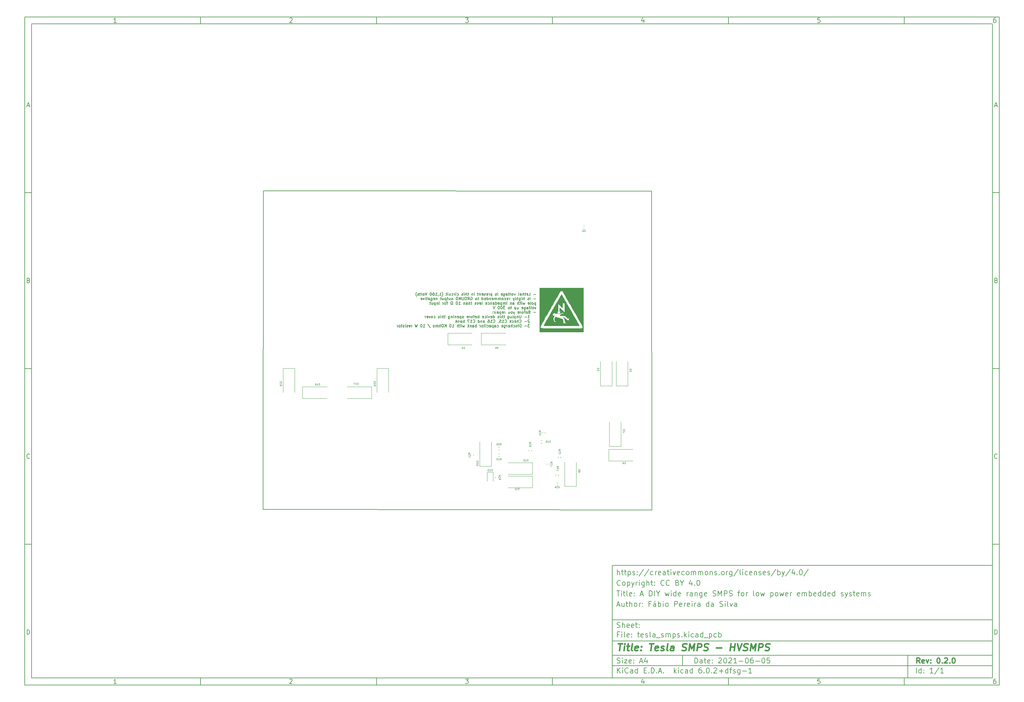
<source format=gbr>
%TF.GenerationSoftware,KiCad,Pcbnew,6.0.2+dfsg-1*%
%TF.CreationDate,2024-06-07T15:20:49-03:00*%
%TF.ProjectId,tesla_smps,7465736c-615f-4736-9d70-732e6b696361,0.2.0*%
%TF.SameCoordinates,Original*%
%TF.FileFunction,Legend,Bot*%
%TF.FilePolarity,Positive*%
%FSLAX46Y46*%
G04 Gerber Fmt 4.6, Leading zero omitted, Abs format (unit mm)*
G04 Created by KiCad (PCBNEW 6.0.2+dfsg-1) date 2024-06-07 15:20:49*
%MOMM*%
%LPD*%
G01*
G04 APERTURE LIST*
%ADD10C,0.100000*%
%ADD11C,0.150000*%
%ADD12C,0.300000*%
%ADD13C,0.400000*%
%TA.AperFunction,Profile*%
%ADD14C,0.150000*%
%TD*%
%ADD15C,0.200000*%
%ADD16C,0.125000*%
%ADD17C,0.120000*%
%ADD18C,0.010000*%
G04 APERTURE END LIST*
D10*
D11*
X177002200Y-166007200D02*
X177002200Y-198007200D01*
X285002200Y-198007200D01*
X285002200Y-166007200D01*
X177002200Y-166007200D01*
D10*
D11*
X10000000Y-10000000D02*
X10000000Y-200007200D01*
X287002200Y-200007200D01*
X287002200Y-10000000D01*
X10000000Y-10000000D01*
D10*
D11*
X12000000Y-12000000D02*
X12000000Y-198007200D01*
X285002200Y-198007200D01*
X285002200Y-12000000D01*
X12000000Y-12000000D01*
D10*
D11*
X60000000Y-12000000D02*
X60000000Y-10000000D01*
D10*
D11*
X110000000Y-12000000D02*
X110000000Y-10000000D01*
D10*
D11*
X160000000Y-12000000D02*
X160000000Y-10000000D01*
D10*
D11*
X210000000Y-12000000D02*
X210000000Y-10000000D01*
D10*
D11*
X260000000Y-12000000D02*
X260000000Y-10000000D01*
D10*
D11*
X36065476Y-11588095D02*
X35322619Y-11588095D01*
X35694047Y-11588095D02*
X35694047Y-10288095D01*
X35570238Y-10473809D01*
X35446428Y-10597619D01*
X35322619Y-10659523D01*
D10*
D11*
X85322619Y-10411904D02*
X85384523Y-10350000D01*
X85508333Y-10288095D01*
X85817857Y-10288095D01*
X85941666Y-10350000D01*
X86003571Y-10411904D01*
X86065476Y-10535714D01*
X86065476Y-10659523D01*
X86003571Y-10845238D01*
X85260714Y-11588095D01*
X86065476Y-11588095D01*
D10*
D11*
X135260714Y-10288095D02*
X136065476Y-10288095D01*
X135632142Y-10783333D01*
X135817857Y-10783333D01*
X135941666Y-10845238D01*
X136003571Y-10907142D01*
X136065476Y-11030952D01*
X136065476Y-11340476D01*
X136003571Y-11464285D01*
X135941666Y-11526190D01*
X135817857Y-11588095D01*
X135446428Y-11588095D01*
X135322619Y-11526190D01*
X135260714Y-11464285D01*
D10*
D11*
X185941666Y-10721428D02*
X185941666Y-11588095D01*
X185632142Y-10226190D02*
X185322619Y-11154761D01*
X186127380Y-11154761D01*
D10*
D11*
X236003571Y-10288095D02*
X235384523Y-10288095D01*
X235322619Y-10907142D01*
X235384523Y-10845238D01*
X235508333Y-10783333D01*
X235817857Y-10783333D01*
X235941666Y-10845238D01*
X236003571Y-10907142D01*
X236065476Y-11030952D01*
X236065476Y-11340476D01*
X236003571Y-11464285D01*
X235941666Y-11526190D01*
X235817857Y-11588095D01*
X235508333Y-11588095D01*
X235384523Y-11526190D01*
X235322619Y-11464285D01*
D10*
D11*
X285941666Y-10288095D02*
X285694047Y-10288095D01*
X285570238Y-10350000D01*
X285508333Y-10411904D01*
X285384523Y-10597619D01*
X285322619Y-10845238D01*
X285322619Y-11340476D01*
X285384523Y-11464285D01*
X285446428Y-11526190D01*
X285570238Y-11588095D01*
X285817857Y-11588095D01*
X285941666Y-11526190D01*
X286003571Y-11464285D01*
X286065476Y-11340476D01*
X286065476Y-11030952D01*
X286003571Y-10907142D01*
X285941666Y-10845238D01*
X285817857Y-10783333D01*
X285570238Y-10783333D01*
X285446428Y-10845238D01*
X285384523Y-10907142D01*
X285322619Y-11030952D01*
D10*
D11*
X60000000Y-198007200D02*
X60000000Y-200007200D01*
D10*
D11*
X110000000Y-198007200D02*
X110000000Y-200007200D01*
D10*
D11*
X160000000Y-198007200D02*
X160000000Y-200007200D01*
D10*
D11*
X210000000Y-198007200D02*
X210000000Y-200007200D01*
D10*
D11*
X260000000Y-198007200D02*
X260000000Y-200007200D01*
D10*
D11*
X36065476Y-199595295D02*
X35322619Y-199595295D01*
X35694047Y-199595295D02*
X35694047Y-198295295D01*
X35570238Y-198481009D01*
X35446428Y-198604819D01*
X35322619Y-198666723D01*
D10*
D11*
X85322619Y-198419104D02*
X85384523Y-198357200D01*
X85508333Y-198295295D01*
X85817857Y-198295295D01*
X85941666Y-198357200D01*
X86003571Y-198419104D01*
X86065476Y-198542914D01*
X86065476Y-198666723D01*
X86003571Y-198852438D01*
X85260714Y-199595295D01*
X86065476Y-199595295D01*
D10*
D11*
X135260714Y-198295295D02*
X136065476Y-198295295D01*
X135632142Y-198790533D01*
X135817857Y-198790533D01*
X135941666Y-198852438D01*
X136003571Y-198914342D01*
X136065476Y-199038152D01*
X136065476Y-199347676D01*
X136003571Y-199471485D01*
X135941666Y-199533390D01*
X135817857Y-199595295D01*
X135446428Y-199595295D01*
X135322619Y-199533390D01*
X135260714Y-199471485D01*
D10*
D11*
X185941666Y-198728628D02*
X185941666Y-199595295D01*
X185632142Y-198233390D02*
X185322619Y-199161961D01*
X186127380Y-199161961D01*
D10*
D11*
X236003571Y-198295295D02*
X235384523Y-198295295D01*
X235322619Y-198914342D01*
X235384523Y-198852438D01*
X235508333Y-198790533D01*
X235817857Y-198790533D01*
X235941666Y-198852438D01*
X236003571Y-198914342D01*
X236065476Y-199038152D01*
X236065476Y-199347676D01*
X236003571Y-199471485D01*
X235941666Y-199533390D01*
X235817857Y-199595295D01*
X235508333Y-199595295D01*
X235384523Y-199533390D01*
X235322619Y-199471485D01*
D10*
D11*
X285941666Y-198295295D02*
X285694047Y-198295295D01*
X285570238Y-198357200D01*
X285508333Y-198419104D01*
X285384523Y-198604819D01*
X285322619Y-198852438D01*
X285322619Y-199347676D01*
X285384523Y-199471485D01*
X285446428Y-199533390D01*
X285570238Y-199595295D01*
X285817857Y-199595295D01*
X285941666Y-199533390D01*
X286003571Y-199471485D01*
X286065476Y-199347676D01*
X286065476Y-199038152D01*
X286003571Y-198914342D01*
X285941666Y-198852438D01*
X285817857Y-198790533D01*
X285570238Y-198790533D01*
X285446428Y-198852438D01*
X285384523Y-198914342D01*
X285322619Y-199038152D01*
D10*
D11*
X10000000Y-60000000D02*
X12000000Y-60000000D01*
D10*
D11*
X10000000Y-110000000D02*
X12000000Y-110000000D01*
D10*
D11*
X10000000Y-160000000D02*
X12000000Y-160000000D01*
D10*
D11*
X10690476Y-35216666D02*
X11309523Y-35216666D01*
X10566666Y-35588095D02*
X11000000Y-34288095D01*
X11433333Y-35588095D01*
D10*
D11*
X11092857Y-84907142D02*
X11278571Y-84969047D01*
X11340476Y-85030952D01*
X11402380Y-85154761D01*
X11402380Y-85340476D01*
X11340476Y-85464285D01*
X11278571Y-85526190D01*
X11154761Y-85588095D01*
X10659523Y-85588095D01*
X10659523Y-84288095D01*
X11092857Y-84288095D01*
X11216666Y-84350000D01*
X11278571Y-84411904D01*
X11340476Y-84535714D01*
X11340476Y-84659523D01*
X11278571Y-84783333D01*
X11216666Y-84845238D01*
X11092857Y-84907142D01*
X10659523Y-84907142D01*
D10*
D11*
X11402380Y-135464285D02*
X11340476Y-135526190D01*
X11154761Y-135588095D01*
X11030952Y-135588095D01*
X10845238Y-135526190D01*
X10721428Y-135402380D01*
X10659523Y-135278571D01*
X10597619Y-135030952D01*
X10597619Y-134845238D01*
X10659523Y-134597619D01*
X10721428Y-134473809D01*
X10845238Y-134350000D01*
X11030952Y-134288095D01*
X11154761Y-134288095D01*
X11340476Y-134350000D01*
X11402380Y-134411904D01*
D10*
D11*
X10659523Y-185588095D02*
X10659523Y-184288095D01*
X10969047Y-184288095D01*
X11154761Y-184350000D01*
X11278571Y-184473809D01*
X11340476Y-184597619D01*
X11402380Y-184845238D01*
X11402380Y-185030952D01*
X11340476Y-185278571D01*
X11278571Y-185402380D01*
X11154761Y-185526190D01*
X10969047Y-185588095D01*
X10659523Y-185588095D01*
D10*
D11*
X287002200Y-60000000D02*
X285002200Y-60000000D01*
D10*
D11*
X287002200Y-110000000D02*
X285002200Y-110000000D01*
D10*
D11*
X287002200Y-160000000D02*
X285002200Y-160000000D01*
D10*
D11*
X285692676Y-35216666D02*
X286311723Y-35216666D01*
X285568866Y-35588095D02*
X286002200Y-34288095D01*
X286435533Y-35588095D01*
D10*
D11*
X286095057Y-84907142D02*
X286280771Y-84969047D01*
X286342676Y-85030952D01*
X286404580Y-85154761D01*
X286404580Y-85340476D01*
X286342676Y-85464285D01*
X286280771Y-85526190D01*
X286156961Y-85588095D01*
X285661723Y-85588095D01*
X285661723Y-84288095D01*
X286095057Y-84288095D01*
X286218866Y-84350000D01*
X286280771Y-84411904D01*
X286342676Y-84535714D01*
X286342676Y-84659523D01*
X286280771Y-84783333D01*
X286218866Y-84845238D01*
X286095057Y-84907142D01*
X285661723Y-84907142D01*
D10*
D11*
X286404580Y-135464285D02*
X286342676Y-135526190D01*
X286156961Y-135588095D01*
X286033152Y-135588095D01*
X285847438Y-135526190D01*
X285723628Y-135402380D01*
X285661723Y-135278571D01*
X285599819Y-135030952D01*
X285599819Y-134845238D01*
X285661723Y-134597619D01*
X285723628Y-134473809D01*
X285847438Y-134350000D01*
X286033152Y-134288095D01*
X286156961Y-134288095D01*
X286342676Y-134350000D01*
X286404580Y-134411904D01*
D10*
D11*
X285661723Y-185588095D02*
X285661723Y-184288095D01*
X285971247Y-184288095D01*
X286156961Y-184350000D01*
X286280771Y-184473809D01*
X286342676Y-184597619D01*
X286404580Y-184845238D01*
X286404580Y-185030952D01*
X286342676Y-185278571D01*
X286280771Y-185402380D01*
X286156961Y-185526190D01*
X285971247Y-185588095D01*
X285661723Y-185588095D01*
D10*
D11*
X200434342Y-193785771D02*
X200434342Y-192285771D01*
X200791485Y-192285771D01*
X201005771Y-192357200D01*
X201148628Y-192500057D01*
X201220057Y-192642914D01*
X201291485Y-192928628D01*
X201291485Y-193142914D01*
X201220057Y-193428628D01*
X201148628Y-193571485D01*
X201005771Y-193714342D01*
X200791485Y-193785771D01*
X200434342Y-193785771D01*
X202577200Y-193785771D02*
X202577200Y-193000057D01*
X202505771Y-192857200D01*
X202362914Y-192785771D01*
X202077200Y-192785771D01*
X201934342Y-192857200D01*
X202577200Y-193714342D02*
X202434342Y-193785771D01*
X202077200Y-193785771D01*
X201934342Y-193714342D01*
X201862914Y-193571485D01*
X201862914Y-193428628D01*
X201934342Y-193285771D01*
X202077200Y-193214342D01*
X202434342Y-193214342D01*
X202577200Y-193142914D01*
X203077200Y-192785771D02*
X203648628Y-192785771D01*
X203291485Y-192285771D02*
X203291485Y-193571485D01*
X203362914Y-193714342D01*
X203505771Y-193785771D01*
X203648628Y-193785771D01*
X204720057Y-193714342D02*
X204577200Y-193785771D01*
X204291485Y-193785771D01*
X204148628Y-193714342D01*
X204077200Y-193571485D01*
X204077200Y-193000057D01*
X204148628Y-192857200D01*
X204291485Y-192785771D01*
X204577200Y-192785771D01*
X204720057Y-192857200D01*
X204791485Y-193000057D01*
X204791485Y-193142914D01*
X204077200Y-193285771D01*
X205434342Y-193642914D02*
X205505771Y-193714342D01*
X205434342Y-193785771D01*
X205362914Y-193714342D01*
X205434342Y-193642914D01*
X205434342Y-193785771D01*
X205434342Y-192857200D02*
X205505771Y-192928628D01*
X205434342Y-193000057D01*
X205362914Y-192928628D01*
X205434342Y-192857200D01*
X205434342Y-193000057D01*
X207220057Y-192428628D02*
X207291485Y-192357200D01*
X207434342Y-192285771D01*
X207791485Y-192285771D01*
X207934342Y-192357200D01*
X208005771Y-192428628D01*
X208077200Y-192571485D01*
X208077200Y-192714342D01*
X208005771Y-192928628D01*
X207148628Y-193785771D01*
X208077200Y-193785771D01*
X209005771Y-192285771D02*
X209148628Y-192285771D01*
X209291485Y-192357200D01*
X209362914Y-192428628D01*
X209434342Y-192571485D01*
X209505771Y-192857200D01*
X209505771Y-193214342D01*
X209434342Y-193500057D01*
X209362914Y-193642914D01*
X209291485Y-193714342D01*
X209148628Y-193785771D01*
X209005771Y-193785771D01*
X208862914Y-193714342D01*
X208791485Y-193642914D01*
X208720057Y-193500057D01*
X208648628Y-193214342D01*
X208648628Y-192857200D01*
X208720057Y-192571485D01*
X208791485Y-192428628D01*
X208862914Y-192357200D01*
X209005771Y-192285771D01*
X210077200Y-192428628D02*
X210148628Y-192357200D01*
X210291485Y-192285771D01*
X210648628Y-192285771D01*
X210791485Y-192357200D01*
X210862914Y-192428628D01*
X210934342Y-192571485D01*
X210934342Y-192714342D01*
X210862914Y-192928628D01*
X210005771Y-193785771D01*
X210934342Y-193785771D01*
X212362914Y-193785771D02*
X211505771Y-193785771D01*
X211934342Y-193785771D02*
X211934342Y-192285771D01*
X211791485Y-192500057D01*
X211648628Y-192642914D01*
X211505771Y-192714342D01*
X213005771Y-193214342D02*
X214148628Y-193214342D01*
X215148628Y-192285771D02*
X215291485Y-192285771D01*
X215434342Y-192357200D01*
X215505771Y-192428628D01*
X215577200Y-192571485D01*
X215648628Y-192857200D01*
X215648628Y-193214342D01*
X215577200Y-193500057D01*
X215505771Y-193642914D01*
X215434342Y-193714342D01*
X215291485Y-193785771D01*
X215148628Y-193785771D01*
X215005771Y-193714342D01*
X214934342Y-193642914D01*
X214862914Y-193500057D01*
X214791485Y-193214342D01*
X214791485Y-192857200D01*
X214862914Y-192571485D01*
X214934342Y-192428628D01*
X215005771Y-192357200D01*
X215148628Y-192285771D01*
X216934342Y-192285771D02*
X216648628Y-192285771D01*
X216505771Y-192357200D01*
X216434342Y-192428628D01*
X216291485Y-192642914D01*
X216220057Y-192928628D01*
X216220057Y-193500057D01*
X216291485Y-193642914D01*
X216362914Y-193714342D01*
X216505771Y-193785771D01*
X216791485Y-193785771D01*
X216934342Y-193714342D01*
X217005771Y-193642914D01*
X217077200Y-193500057D01*
X217077200Y-193142914D01*
X217005771Y-193000057D01*
X216934342Y-192928628D01*
X216791485Y-192857200D01*
X216505771Y-192857200D01*
X216362914Y-192928628D01*
X216291485Y-193000057D01*
X216220057Y-193142914D01*
X217720057Y-193214342D02*
X218862914Y-193214342D01*
X219862914Y-192285771D02*
X220005771Y-192285771D01*
X220148628Y-192357200D01*
X220220057Y-192428628D01*
X220291485Y-192571485D01*
X220362914Y-192857200D01*
X220362914Y-193214342D01*
X220291485Y-193500057D01*
X220220057Y-193642914D01*
X220148628Y-193714342D01*
X220005771Y-193785771D01*
X219862914Y-193785771D01*
X219720057Y-193714342D01*
X219648628Y-193642914D01*
X219577200Y-193500057D01*
X219505771Y-193214342D01*
X219505771Y-192857200D01*
X219577200Y-192571485D01*
X219648628Y-192428628D01*
X219720057Y-192357200D01*
X219862914Y-192285771D01*
X221720057Y-192285771D02*
X221005771Y-192285771D01*
X220934342Y-193000057D01*
X221005771Y-192928628D01*
X221148628Y-192857200D01*
X221505771Y-192857200D01*
X221648628Y-192928628D01*
X221720057Y-193000057D01*
X221791485Y-193142914D01*
X221791485Y-193500057D01*
X221720057Y-193642914D01*
X221648628Y-193714342D01*
X221505771Y-193785771D01*
X221148628Y-193785771D01*
X221005771Y-193714342D01*
X220934342Y-193642914D01*
D10*
D11*
X177002200Y-194507200D02*
X285002200Y-194507200D01*
D10*
D11*
X178434342Y-196585771D02*
X178434342Y-195085771D01*
X179291485Y-196585771D02*
X178648628Y-195728628D01*
X179291485Y-195085771D02*
X178434342Y-195942914D01*
X179934342Y-196585771D02*
X179934342Y-195585771D01*
X179934342Y-195085771D02*
X179862914Y-195157200D01*
X179934342Y-195228628D01*
X180005771Y-195157200D01*
X179934342Y-195085771D01*
X179934342Y-195228628D01*
X181505771Y-196442914D02*
X181434342Y-196514342D01*
X181220057Y-196585771D01*
X181077200Y-196585771D01*
X180862914Y-196514342D01*
X180720057Y-196371485D01*
X180648628Y-196228628D01*
X180577200Y-195942914D01*
X180577200Y-195728628D01*
X180648628Y-195442914D01*
X180720057Y-195300057D01*
X180862914Y-195157200D01*
X181077200Y-195085771D01*
X181220057Y-195085771D01*
X181434342Y-195157200D01*
X181505771Y-195228628D01*
X182791485Y-196585771D02*
X182791485Y-195800057D01*
X182720057Y-195657200D01*
X182577200Y-195585771D01*
X182291485Y-195585771D01*
X182148628Y-195657200D01*
X182791485Y-196514342D02*
X182648628Y-196585771D01*
X182291485Y-196585771D01*
X182148628Y-196514342D01*
X182077200Y-196371485D01*
X182077200Y-196228628D01*
X182148628Y-196085771D01*
X182291485Y-196014342D01*
X182648628Y-196014342D01*
X182791485Y-195942914D01*
X184148628Y-196585771D02*
X184148628Y-195085771D01*
X184148628Y-196514342D02*
X184005771Y-196585771D01*
X183720057Y-196585771D01*
X183577200Y-196514342D01*
X183505771Y-196442914D01*
X183434342Y-196300057D01*
X183434342Y-195871485D01*
X183505771Y-195728628D01*
X183577200Y-195657200D01*
X183720057Y-195585771D01*
X184005771Y-195585771D01*
X184148628Y-195657200D01*
X186005771Y-195800057D02*
X186505771Y-195800057D01*
X186720057Y-196585771D02*
X186005771Y-196585771D01*
X186005771Y-195085771D01*
X186720057Y-195085771D01*
X187362914Y-196442914D02*
X187434342Y-196514342D01*
X187362914Y-196585771D01*
X187291485Y-196514342D01*
X187362914Y-196442914D01*
X187362914Y-196585771D01*
X188077200Y-196585771D02*
X188077200Y-195085771D01*
X188434342Y-195085771D01*
X188648628Y-195157200D01*
X188791485Y-195300057D01*
X188862914Y-195442914D01*
X188934342Y-195728628D01*
X188934342Y-195942914D01*
X188862914Y-196228628D01*
X188791485Y-196371485D01*
X188648628Y-196514342D01*
X188434342Y-196585771D01*
X188077200Y-196585771D01*
X189577200Y-196442914D02*
X189648628Y-196514342D01*
X189577200Y-196585771D01*
X189505771Y-196514342D01*
X189577200Y-196442914D01*
X189577200Y-196585771D01*
X190220057Y-196157200D02*
X190934342Y-196157200D01*
X190077200Y-196585771D02*
X190577200Y-195085771D01*
X191077200Y-196585771D01*
X191577200Y-196442914D02*
X191648628Y-196514342D01*
X191577200Y-196585771D01*
X191505771Y-196514342D01*
X191577200Y-196442914D01*
X191577200Y-196585771D01*
X194577200Y-196585771D02*
X194577200Y-195085771D01*
X194720057Y-196014342D02*
X195148628Y-196585771D01*
X195148628Y-195585771D02*
X194577200Y-196157200D01*
X195791485Y-196585771D02*
X195791485Y-195585771D01*
X195791485Y-195085771D02*
X195720057Y-195157200D01*
X195791485Y-195228628D01*
X195862914Y-195157200D01*
X195791485Y-195085771D01*
X195791485Y-195228628D01*
X197148628Y-196514342D02*
X197005771Y-196585771D01*
X196720057Y-196585771D01*
X196577200Y-196514342D01*
X196505771Y-196442914D01*
X196434342Y-196300057D01*
X196434342Y-195871485D01*
X196505771Y-195728628D01*
X196577200Y-195657200D01*
X196720057Y-195585771D01*
X197005771Y-195585771D01*
X197148628Y-195657200D01*
X198434342Y-196585771D02*
X198434342Y-195800057D01*
X198362914Y-195657200D01*
X198220057Y-195585771D01*
X197934342Y-195585771D01*
X197791485Y-195657200D01*
X198434342Y-196514342D02*
X198291485Y-196585771D01*
X197934342Y-196585771D01*
X197791485Y-196514342D01*
X197720057Y-196371485D01*
X197720057Y-196228628D01*
X197791485Y-196085771D01*
X197934342Y-196014342D01*
X198291485Y-196014342D01*
X198434342Y-195942914D01*
X199791485Y-196585771D02*
X199791485Y-195085771D01*
X199791485Y-196514342D02*
X199648628Y-196585771D01*
X199362914Y-196585771D01*
X199220057Y-196514342D01*
X199148628Y-196442914D01*
X199077200Y-196300057D01*
X199077200Y-195871485D01*
X199148628Y-195728628D01*
X199220057Y-195657200D01*
X199362914Y-195585771D01*
X199648628Y-195585771D01*
X199791485Y-195657200D01*
X202291485Y-195085771D02*
X202005771Y-195085771D01*
X201862914Y-195157200D01*
X201791485Y-195228628D01*
X201648628Y-195442914D01*
X201577200Y-195728628D01*
X201577200Y-196300057D01*
X201648628Y-196442914D01*
X201720057Y-196514342D01*
X201862914Y-196585771D01*
X202148628Y-196585771D01*
X202291485Y-196514342D01*
X202362914Y-196442914D01*
X202434342Y-196300057D01*
X202434342Y-195942914D01*
X202362914Y-195800057D01*
X202291485Y-195728628D01*
X202148628Y-195657200D01*
X201862914Y-195657200D01*
X201720057Y-195728628D01*
X201648628Y-195800057D01*
X201577200Y-195942914D01*
X203077200Y-196442914D02*
X203148628Y-196514342D01*
X203077200Y-196585771D01*
X203005771Y-196514342D01*
X203077200Y-196442914D01*
X203077200Y-196585771D01*
X204077200Y-195085771D02*
X204220057Y-195085771D01*
X204362914Y-195157200D01*
X204434342Y-195228628D01*
X204505771Y-195371485D01*
X204577200Y-195657200D01*
X204577200Y-196014342D01*
X204505771Y-196300057D01*
X204434342Y-196442914D01*
X204362914Y-196514342D01*
X204220057Y-196585771D01*
X204077200Y-196585771D01*
X203934342Y-196514342D01*
X203862914Y-196442914D01*
X203791485Y-196300057D01*
X203720057Y-196014342D01*
X203720057Y-195657200D01*
X203791485Y-195371485D01*
X203862914Y-195228628D01*
X203934342Y-195157200D01*
X204077200Y-195085771D01*
X205220057Y-196442914D02*
X205291485Y-196514342D01*
X205220057Y-196585771D01*
X205148628Y-196514342D01*
X205220057Y-196442914D01*
X205220057Y-196585771D01*
X205862914Y-195228628D02*
X205934342Y-195157200D01*
X206077200Y-195085771D01*
X206434342Y-195085771D01*
X206577200Y-195157200D01*
X206648628Y-195228628D01*
X206720057Y-195371485D01*
X206720057Y-195514342D01*
X206648628Y-195728628D01*
X205791485Y-196585771D01*
X206720057Y-196585771D01*
X207362914Y-196014342D02*
X208505771Y-196014342D01*
X207934342Y-196585771D02*
X207934342Y-195442914D01*
X209862914Y-196585771D02*
X209862914Y-195085771D01*
X209862914Y-196514342D02*
X209720057Y-196585771D01*
X209434342Y-196585771D01*
X209291485Y-196514342D01*
X209220057Y-196442914D01*
X209148628Y-196300057D01*
X209148628Y-195871485D01*
X209220057Y-195728628D01*
X209291485Y-195657200D01*
X209434342Y-195585771D01*
X209720057Y-195585771D01*
X209862914Y-195657200D01*
X210362914Y-195585771D02*
X210934342Y-195585771D01*
X210577200Y-196585771D02*
X210577200Y-195300057D01*
X210648628Y-195157200D01*
X210791485Y-195085771D01*
X210934342Y-195085771D01*
X211362914Y-196514342D02*
X211505771Y-196585771D01*
X211791485Y-196585771D01*
X211934342Y-196514342D01*
X212005771Y-196371485D01*
X212005771Y-196300057D01*
X211934342Y-196157200D01*
X211791485Y-196085771D01*
X211577200Y-196085771D01*
X211434342Y-196014342D01*
X211362914Y-195871485D01*
X211362914Y-195800057D01*
X211434342Y-195657200D01*
X211577200Y-195585771D01*
X211791485Y-195585771D01*
X211934342Y-195657200D01*
X213291485Y-195585771D02*
X213291485Y-196800057D01*
X213220057Y-196942914D01*
X213148628Y-197014342D01*
X213005771Y-197085771D01*
X212791485Y-197085771D01*
X212648628Y-197014342D01*
X213291485Y-196514342D02*
X213148628Y-196585771D01*
X212862914Y-196585771D01*
X212720057Y-196514342D01*
X212648628Y-196442914D01*
X212577200Y-196300057D01*
X212577200Y-195871485D01*
X212648628Y-195728628D01*
X212720057Y-195657200D01*
X212862914Y-195585771D01*
X213148628Y-195585771D01*
X213291485Y-195657200D01*
X214005771Y-196014342D02*
X215148628Y-196014342D01*
X216648628Y-196585771D02*
X215791485Y-196585771D01*
X216220057Y-196585771D02*
X216220057Y-195085771D01*
X216077200Y-195300057D01*
X215934342Y-195442914D01*
X215791485Y-195514342D01*
D10*
D11*
X177002200Y-191507200D02*
X285002200Y-191507200D01*
D10*
D12*
X264411485Y-193785771D02*
X263911485Y-193071485D01*
X263554342Y-193785771D02*
X263554342Y-192285771D01*
X264125771Y-192285771D01*
X264268628Y-192357200D01*
X264340057Y-192428628D01*
X264411485Y-192571485D01*
X264411485Y-192785771D01*
X264340057Y-192928628D01*
X264268628Y-193000057D01*
X264125771Y-193071485D01*
X263554342Y-193071485D01*
X265625771Y-193714342D02*
X265482914Y-193785771D01*
X265197200Y-193785771D01*
X265054342Y-193714342D01*
X264982914Y-193571485D01*
X264982914Y-193000057D01*
X265054342Y-192857200D01*
X265197200Y-192785771D01*
X265482914Y-192785771D01*
X265625771Y-192857200D01*
X265697200Y-193000057D01*
X265697200Y-193142914D01*
X264982914Y-193285771D01*
X266197200Y-192785771D02*
X266554342Y-193785771D01*
X266911485Y-192785771D01*
X267482914Y-193642914D02*
X267554342Y-193714342D01*
X267482914Y-193785771D01*
X267411485Y-193714342D01*
X267482914Y-193642914D01*
X267482914Y-193785771D01*
X267482914Y-192857200D02*
X267554342Y-192928628D01*
X267482914Y-193000057D01*
X267411485Y-192928628D01*
X267482914Y-192857200D01*
X267482914Y-193000057D01*
X269625771Y-192285771D02*
X269768628Y-192285771D01*
X269911485Y-192357200D01*
X269982914Y-192428628D01*
X270054342Y-192571485D01*
X270125771Y-192857200D01*
X270125771Y-193214342D01*
X270054342Y-193500057D01*
X269982914Y-193642914D01*
X269911485Y-193714342D01*
X269768628Y-193785771D01*
X269625771Y-193785771D01*
X269482914Y-193714342D01*
X269411485Y-193642914D01*
X269340057Y-193500057D01*
X269268628Y-193214342D01*
X269268628Y-192857200D01*
X269340057Y-192571485D01*
X269411485Y-192428628D01*
X269482914Y-192357200D01*
X269625771Y-192285771D01*
X270768628Y-193642914D02*
X270840057Y-193714342D01*
X270768628Y-193785771D01*
X270697200Y-193714342D01*
X270768628Y-193642914D01*
X270768628Y-193785771D01*
X271411485Y-192428628D02*
X271482914Y-192357200D01*
X271625771Y-192285771D01*
X271982914Y-192285771D01*
X272125771Y-192357200D01*
X272197200Y-192428628D01*
X272268628Y-192571485D01*
X272268628Y-192714342D01*
X272197200Y-192928628D01*
X271340057Y-193785771D01*
X272268628Y-193785771D01*
X272911485Y-193642914D02*
X272982914Y-193714342D01*
X272911485Y-193785771D01*
X272840057Y-193714342D01*
X272911485Y-193642914D01*
X272911485Y-193785771D01*
X273911485Y-192285771D02*
X274054342Y-192285771D01*
X274197200Y-192357200D01*
X274268628Y-192428628D01*
X274340057Y-192571485D01*
X274411485Y-192857200D01*
X274411485Y-193214342D01*
X274340057Y-193500057D01*
X274268628Y-193642914D01*
X274197200Y-193714342D01*
X274054342Y-193785771D01*
X273911485Y-193785771D01*
X273768628Y-193714342D01*
X273697200Y-193642914D01*
X273625771Y-193500057D01*
X273554342Y-193214342D01*
X273554342Y-192857200D01*
X273625771Y-192571485D01*
X273697200Y-192428628D01*
X273768628Y-192357200D01*
X273911485Y-192285771D01*
D10*
D11*
X178362914Y-193714342D02*
X178577200Y-193785771D01*
X178934342Y-193785771D01*
X179077200Y-193714342D01*
X179148628Y-193642914D01*
X179220057Y-193500057D01*
X179220057Y-193357200D01*
X179148628Y-193214342D01*
X179077200Y-193142914D01*
X178934342Y-193071485D01*
X178648628Y-193000057D01*
X178505771Y-192928628D01*
X178434342Y-192857200D01*
X178362914Y-192714342D01*
X178362914Y-192571485D01*
X178434342Y-192428628D01*
X178505771Y-192357200D01*
X178648628Y-192285771D01*
X179005771Y-192285771D01*
X179220057Y-192357200D01*
X179862914Y-193785771D02*
X179862914Y-192785771D01*
X179862914Y-192285771D02*
X179791485Y-192357200D01*
X179862914Y-192428628D01*
X179934342Y-192357200D01*
X179862914Y-192285771D01*
X179862914Y-192428628D01*
X180434342Y-192785771D02*
X181220057Y-192785771D01*
X180434342Y-193785771D01*
X181220057Y-193785771D01*
X182362914Y-193714342D02*
X182220057Y-193785771D01*
X181934342Y-193785771D01*
X181791485Y-193714342D01*
X181720057Y-193571485D01*
X181720057Y-193000057D01*
X181791485Y-192857200D01*
X181934342Y-192785771D01*
X182220057Y-192785771D01*
X182362914Y-192857200D01*
X182434342Y-193000057D01*
X182434342Y-193142914D01*
X181720057Y-193285771D01*
X183077200Y-193642914D02*
X183148628Y-193714342D01*
X183077200Y-193785771D01*
X183005771Y-193714342D01*
X183077200Y-193642914D01*
X183077200Y-193785771D01*
X183077200Y-192857200D02*
X183148628Y-192928628D01*
X183077200Y-193000057D01*
X183005771Y-192928628D01*
X183077200Y-192857200D01*
X183077200Y-193000057D01*
X184862914Y-193357200D02*
X185577200Y-193357200D01*
X184720057Y-193785771D02*
X185220057Y-192285771D01*
X185720057Y-193785771D01*
X186862914Y-192785771D02*
X186862914Y-193785771D01*
X186505771Y-192214342D02*
X186148628Y-193285771D01*
X187077200Y-193285771D01*
D10*
D11*
X263434342Y-196585771D02*
X263434342Y-195085771D01*
X264791485Y-196585771D02*
X264791485Y-195085771D01*
X264791485Y-196514342D02*
X264648628Y-196585771D01*
X264362914Y-196585771D01*
X264220057Y-196514342D01*
X264148628Y-196442914D01*
X264077200Y-196300057D01*
X264077200Y-195871485D01*
X264148628Y-195728628D01*
X264220057Y-195657200D01*
X264362914Y-195585771D01*
X264648628Y-195585771D01*
X264791485Y-195657200D01*
X265505771Y-196442914D02*
X265577200Y-196514342D01*
X265505771Y-196585771D01*
X265434342Y-196514342D01*
X265505771Y-196442914D01*
X265505771Y-196585771D01*
X265505771Y-195657200D02*
X265577200Y-195728628D01*
X265505771Y-195800057D01*
X265434342Y-195728628D01*
X265505771Y-195657200D01*
X265505771Y-195800057D01*
X268148628Y-196585771D02*
X267291485Y-196585771D01*
X267720057Y-196585771D02*
X267720057Y-195085771D01*
X267577200Y-195300057D01*
X267434342Y-195442914D01*
X267291485Y-195514342D01*
X269862914Y-195014342D02*
X268577200Y-196942914D01*
X271148628Y-196585771D02*
X270291485Y-196585771D01*
X270720057Y-196585771D02*
X270720057Y-195085771D01*
X270577200Y-195300057D01*
X270434342Y-195442914D01*
X270291485Y-195514342D01*
D10*
D11*
X177002200Y-187507200D02*
X285002200Y-187507200D01*
D10*
D13*
X178714580Y-188211961D02*
X179857438Y-188211961D01*
X179036009Y-190211961D02*
X179286009Y-188211961D01*
X180274104Y-190211961D02*
X180440771Y-188878628D01*
X180524104Y-188211961D02*
X180416961Y-188307200D01*
X180500295Y-188402438D01*
X180607438Y-188307200D01*
X180524104Y-188211961D01*
X180500295Y-188402438D01*
X181107438Y-188878628D02*
X181869342Y-188878628D01*
X181476485Y-188211961D02*
X181262200Y-189926247D01*
X181333628Y-190116723D01*
X181512200Y-190211961D01*
X181702676Y-190211961D01*
X182655057Y-190211961D02*
X182476485Y-190116723D01*
X182405057Y-189926247D01*
X182619342Y-188211961D01*
X184190771Y-190116723D02*
X183988390Y-190211961D01*
X183607438Y-190211961D01*
X183428866Y-190116723D01*
X183357438Y-189926247D01*
X183452676Y-189164342D01*
X183571723Y-188973866D01*
X183774104Y-188878628D01*
X184155057Y-188878628D01*
X184333628Y-188973866D01*
X184405057Y-189164342D01*
X184381247Y-189354819D01*
X183405057Y-189545295D01*
X185155057Y-190021485D02*
X185238390Y-190116723D01*
X185131247Y-190211961D01*
X185047914Y-190116723D01*
X185155057Y-190021485D01*
X185131247Y-190211961D01*
X185286009Y-188973866D02*
X185369342Y-189069104D01*
X185262200Y-189164342D01*
X185178866Y-189069104D01*
X185286009Y-188973866D01*
X185262200Y-189164342D01*
X187571723Y-188211961D02*
X188714580Y-188211961D01*
X187893152Y-190211961D02*
X188143152Y-188211961D01*
X189905057Y-190116723D02*
X189702676Y-190211961D01*
X189321723Y-190211961D01*
X189143152Y-190116723D01*
X189071723Y-189926247D01*
X189166961Y-189164342D01*
X189286009Y-188973866D01*
X189488390Y-188878628D01*
X189869342Y-188878628D01*
X190047914Y-188973866D01*
X190119342Y-189164342D01*
X190095533Y-189354819D01*
X189119342Y-189545295D01*
X190762200Y-190116723D02*
X190940771Y-190211961D01*
X191321723Y-190211961D01*
X191524104Y-190116723D01*
X191643152Y-189926247D01*
X191655057Y-189831009D01*
X191583628Y-189640533D01*
X191405057Y-189545295D01*
X191119342Y-189545295D01*
X190940771Y-189450057D01*
X190869342Y-189259580D01*
X190881247Y-189164342D01*
X191000295Y-188973866D01*
X191202676Y-188878628D01*
X191488390Y-188878628D01*
X191666961Y-188973866D01*
X192750295Y-190211961D02*
X192571723Y-190116723D01*
X192500295Y-189926247D01*
X192714580Y-188211961D01*
X194369342Y-190211961D02*
X194500295Y-189164342D01*
X194428866Y-188973866D01*
X194250295Y-188878628D01*
X193869342Y-188878628D01*
X193666961Y-188973866D01*
X194381247Y-190116723D02*
X194178866Y-190211961D01*
X193702676Y-190211961D01*
X193524104Y-190116723D01*
X193452676Y-189926247D01*
X193476485Y-189735771D01*
X193595533Y-189545295D01*
X193797914Y-189450057D01*
X194274104Y-189450057D01*
X194476485Y-189354819D01*
X196762200Y-190116723D02*
X197036009Y-190211961D01*
X197512200Y-190211961D01*
X197714580Y-190116723D01*
X197821723Y-190021485D01*
X197940771Y-189831009D01*
X197964580Y-189640533D01*
X197893152Y-189450057D01*
X197809819Y-189354819D01*
X197631247Y-189259580D01*
X197262200Y-189164342D01*
X197083628Y-189069104D01*
X197000295Y-188973866D01*
X196928866Y-188783390D01*
X196952676Y-188592914D01*
X197071723Y-188402438D01*
X197178866Y-188307200D01*
X197381247Y-188211961D01*
X197857438Y-188211961D01*
X198131247Y-188307200D01*
X198750295Y-190211961D02*
X199000295Y-188211961D01*
X199488390Y-189640533D01*
X200333628Y-188211961D01*
X200083628Y-190211961D01*
X201036009Y-190211961D02*
X201286009Y-188211961D01*
X202047914Y-188211961D01*
X202226485Y-188307200D01*
X202309819Y-188402438D01*
X202381247Y-188592914D01*
X202345533Y-188878628D01*
X202226485Y-189069104D01*
X202119342Y-189164342D01*
X201916961Y-189259580D01*
X201155057Y-189259580D01*
X202952676Y-190116723D02*
X203226485Y-190211961D01*
X203702676Y-190211961D01*
X203905057Y-190116723D01*
X204012200Y-190021485D01*
X204131247Y-189831009D01*
X204155057Y-189640533D01*
X204083628Y-189450057D01*
X204000295Y-189354819D01*
X203821723Y-189259580D01*
X203452676Y-189164342D01*
X203274104Y-189069104D01*
X203190771Y-188973866D01*
X203119342Y-188783390D01*
X203143152Y-188592914D01*
X203262200Y-188402438D01*
X203369342Y-188307200D01*
X203571723Y-188211961D01*
X204047914Y-188211961D01*
X204321723Y-188307200D01*
X206559819Y-189450057D02*
X208083628Y-189450057D01*
X210464580Y-190211961D02*
X210714580Y-188211961D01*
X210595533Y-189164342D02*
X211738390Y-189164342D01*
X211607438Y-190211961D02*
X211857438Y-188211961D01*
X212524104Y-188211961D02*
X212940771Y-190211961D01*
X213857438Y-188211961D01*
X214190771Y-190116723D02*
X214464580Y-190211961D01*
X214940771Y-190211961D01*
X215143152Y-190116723D01*
X215250295Y-190021485D01*
X215369342Y-189831009D01*
X215393152Y-189640533D01*
X215321723Y-189450057D01*
X215238390Y-189354819D01*
X215059819Y-189259580D01*
X214690771Y-189164342D01*
X214512200Y-189069104D01*
X214428866Y-188973866D01*
X214357438Y-188783390D01*
X214381247Y-188592914D01*
X214500295Y-188402438D01*
X214607438Y-188307200D01*
X214809819Y-188211961D01*
X215286009Y-188211961D01*
X215559819Y-188307200D01*
X216178866Y-190211961D02*
X216428866Y-188211961D01*
X216916961Y-189640533D01*
X217762200Y-188211961D01*
X217512200Y-190211961D01*
X218464580Y-190211961D02*
X218714580Y-188211961D01*
X219476485Y-188211961D01*
X219655057Y-188307200D01*
X219738390Y-188402438D01*
X219809819Y-188592914D01*
X219774104Y-188878628D01*
X219655057Y-189069104D01*
X219547914Y-189164342D01*
X219345533Y-189259580D01*
X218583628Y-189259580D01*
X220381247Y-190116723D02*
X220655057Y-190211961D01*
X221131247Y-190211961D01*
X221333628Y-190116723D01*
X221440771Y-190021485D01*
X221559819Y-189831009D01*
X221583628Y-189640533D01*
X221512200Y-189450057D01*
X221428866Y-189354819D01*
X221250295Y-189259580D01*
X220881247Y-189164342D01*
X220702676Y-189069104D01*
X220619342Y-188973866D01*
X220547914Y-188783390D01*
X220571723Y-188592914D01*
X220690771Y-188402438D01*
X220797914Y-188307200D01*
X221000295Y-188211961D01*
X221476485Y-188211961D01*
X221750295Y-188307200D01*
D10*
D11*
X178934342Y-185600057D02*
X178434342Y-185600057D01*
X178434342Y-186385771D02*
X178434342Y-184885771D01*
X179148628Y-184885771D01*
X179720057Y-186385771D02*
X179720057Y-185385771D01*
X179720057Y-184885771D02*
X179648628Y-184957200D01*
X179720057Y-185028628D01*
X179791485Y-184957200D01*
X179720057Y-184885771D01*
X179720057Y-185028628D01*
X180648628Y-186385771D02*
X180505771Y-186314342D01*
X180434342Y-186171485D01*
X180434342Y-184885771D01*
X181791485Y-186314342D02*
X181648628Y-186385771D01*
X181362914Y-186385771D01*
X181220057Y-186314342D01*
X181148628Y-186171485D01*
X181148628Y-185600057D01*
X181220057Y-185457200D01*
X181362914Y-185385771D01*
X181648628Y-185385771D01*
X181791485Y-185457200D01*
X181862914Y-185600057D01*
X181862914Y-185742914D01*
X181148628Y-185885771D01*
X182505771Y-186242914D02*
X182577200Y-186314342D01*
X182505771Y-186385771D01*
X182434342Y-186314342D01*
X182505771Y-186242914D01*
X182505771Y-186385771D01*
X182505771Y-185457200D02*
X182577200Y-185528628D01*
X182505771Y-185600057D01*
X182434342Y-185528628D01*
X182505771Y-185457200D01*
X182505771Y-185600057D01*
X184148628Y-185385771D02*
X184720057Y-185385771D01*
X184362914Y-184885771D02*
X184362914Y-186171485D01*
X184434342Y-186314342D01*
X184577200Y-186385771D01*
X184720057Y-186385771D01*
X185791485Y-186314342D02*
X185648628Y-186385771D01*
X185362914Y-186385771D01*
X185220057Y-186314342D01*
X185148628Y-186171485D01*
X185148628Y-185600057D01*
X185220057Y-185457200D01*
X185362914Y-185385771D01*
X185648628Y-185385771D01*
X185791485Y-185457200D01*
X185862914Y-185600057D01*
X185862914Y-185742914D01*
X185148628Y-185885771D01*
X186434342Y-186314342D02*
X186577200Y-186385771D01*
X186862914Y-186385771D01*
X187005771Y-186314342D01*
X187077200Y-186171485D01*
X187077200Y-186100057D01*
X187005771Y-185957200D01*
X186862914Y-185885771D01*
X186648628Y-185885771D01*
X186505771Y-185814342D01*
X186434342Y-185671485D01*
X186434342Y-185600057D01*
X186505771Y-185457200D01*
X186648628Y-185385771D01*
X186862914Y-185385771D01*
X187005771Y-185457200D01*
X187934342Y-186385771D02*
X187791485Y-186314342D01*
X187720057Y-186171485D01*
X187720057Y-184885771D01*
X189148628Y-186385771D02*
X189148628Y-185600057D01*
X189077200Y-185457200D01*
X188934342Y-185385771D01*
X188648628Y-185385771D01*
X188505771Y-185457200D01*
X189148628Y-186314342D02*
X189005771Y-186385771D01*
X188648628Y-186385771D01*
X188505771Y-186314342D01*
X188434342Y-186171485D01*
X188434342Y-186028628D01*
X188505771Y-185885771D01*
X188648628Y-185814342D01*
X189005771Y-185814342D01*
X189148628Y-185742914D01*
X189505771Y-186528628D02*
X190648628Y-186528628D01*
X190934342Y-186314342D02*
X191077200Y-186385771D01*
X191362914Y-186385771D01*
X191505771Y-186314342D01*
X191577200Y-186171485D01*
X191577200Y-186100057D01*
X191505771Y-185957200D01*
X191362914Y-185885771D01*
X191148628Y-185885771D01*
X191005771Y-185814342D01*
X190934342Y-185671485D01*
X190934342Y-185600057D01*
X191005771Y-185457200D01*
X191148628Y-185385771D01*
X191362914Y-185385771D01*
X191505771Y-185457200D01*
X192220057Y-186385771D02*
X192220057Y-185385771D01*
X192220057Y-185528628D02*
X192291485Y-185457200D01*
X192434342Y-185385771D01*
X192648628Y-185385771D01*
X192791485Y-185457200D01*
X192862914Y-185600057D01*
X192862914Y-186385771D01*
X192862914Y-185600057D02*
X192934342Y-185457200D01*
X193077200Y-185385771D01*
X193291485Y-185385771D01*
X193434342Y-185457200D01*
X193505771Y-185600057D01*
X193505771Y-186385771D01*
X194220057Y-185385771D02*
X194220057Y-186885771D01*
X194220057Y-185457200D02*
X194362914Y-185385771D01*
X194648628Y-185385771D01*
X194791485Y-185457200D01*
X194862914Y-185528628D01*
X194934342Y-185671485D01*
X194934342Y-186100057D01*
X194862914Y-186242914D01*
X194791485Y-186314342D01*
X194648628Y-186385771D01*
X194362914Y-186385771D01*
X194220057Y-186314342D01*
X195505771Y-186314342D02*
X195648628Y-186385771D01*
X195934342Y-186385771D01*
X196077200Y-186314342D01*
X196148628Y-186171485D01*
X196148628Y-186100057D01*
X196077200Y-185957200D01*
X195934342Y-185885771D01*
X195720057Y-185885771D01*
X195577200Y-185814342D01*
X195505771Y-185671485D01*
X195505771Y-185600057D01*
X195577200Y-185457200D01*
X195720057Y-185385771D01*
X195934342Y-185385771D01*
X196077200Y-185457200D01*
X196791485Y-186242914D02*
X196862914Y-186314342D01*
X196791485Y-186385771D01*
X196720057Y-186314342D01*
X196791485Y-186242914D01*
X196791485Y-186385771D01*
X197505771Y-186385771D02*
X197505771Y-184885771D01*
X197648628Y-185814342D02*
X198077200Y-186385771D01*
X198077200Y-185385771D02*
X197505771Y-185957200D01*
X198720057Y-186385771D02*
X198720057Y-185385771D01*
X198720057Y-184885771D02*
X198648628Y-184957200D01*
X198720057Y-185028628D01*
X198791485Y-184957200D01*
X198720057Y-184885771D01*
X198720057Y-185028628D01*
X200077200Y-186314342D02*
X199934342Y-186385771D01*
X199648628Y-186385771D01*
X199505771Y-186314342D01*
X199434342Y-186242914D01*
X199362914Y-186100057D01*
X199362914Y-185671485D01*
X199434342Y-185528628D01*
X199505771Y-185457200D01*
X199648628Y-185385771D01*
X199934342Y-185385771D01*
X200077200Y-185457200D01*
X201362914Y-186385771D02*
X201362914Y-185600057D01*
X201291485Y-185457200D01*
X201148628Y-185385771D01*
X200862914Y-185385771D01*
X200720057Y-185457200D01*
X201362914Y-186314342D02*
X201220057Y-186385771D01*
X200862914Y-186385771D01*
X200720057Y-186314342D01*
X200648628Y-186171485D01*
X200648628Y-186028628D01*
X200720057Y-185885771D01*
X200862914Y-185814342D01*
X201220057Y-185814342D01*
X201362914Y-185742914D01*
X202720057Y-186385771D02*
X202720057Y-184885771D01*
X202720057Y-186314342D02*
X202577200Y-186385771D01*
X202291485Y-186385771D01*
X202148628Y-186314342D01*
X202077200Y-186242914D01*
X202005771Y-186100057D01*
X202005771Y-185671485D01*
X202077200Y-185528628D01*
X202148628Y-185457200D01*
X202291485Y-185385771D01*
X202577200Y-185385771D01*
X202720057Y-185457200D01*
X203077200Y-186528628D02*
X204220057Y-186528628D01*
X204577200Y-185385771D02*
X204577200Y-186885771D01*
X204577200Y-185457200D02*
X204720057Y-185385771D01*
X205005771Y-185385771D01*
X205148628Y-185457200D01*
X205220057Y-185528628D01*
X205291485Y-185671485D01*
X205291485Y-186100057D01*
X205220057Y-186242914D01*
X205148628Y-186314342D01*
X205005771Y-186385771D01*
X204720057Y-186385771D01*
X204577200Y-186314342D01*
X206577200Y-186314342D02*
X206434342Y-186385771D01*
X206148628Y-186385771D01*
X206005771Y-186314342D01*
X205934342Y-186242914D01*
X205862914Y-186100057D01*
X205862914Y-185671485D01*
X205934342Y-185528628D01*
X206005771Y-185457200D01*
X206148628Y-185385771D01*
X206434342Y-185385771D01*
X206577200Y-185457200D01*
X207220057Y-186385771D02*
X207220057Y-184885771D01*
X207220057Y-185457200D02*
X207362914Y-185385771D01*
X207648628Y-185385771D01*
X207791485Y-185457200D01*
X207862914Y-185528628D01*
X207934342Y-185671485D01*
X207934342Y-186100057D01*
X207862914Y-186242914D01*
X207791485Y-186314342D01*
X207648628Y-186385771D01*
X207362914Y-186385771D01*
X207220057Y-186314342D01*
D10*
D11*
X177002200Y-181507200D02*
X285002200Y-181507200D01*
D10*
D11*
X178362914Y-183614342D02*
X178577200Y-183685771D01*
X178934342Y-183685771D01*
X179077200Y-183614342D01*
X179148628Y-183542914D01*
X179220057Y-183400057D01*
X179220057Y-183257200D01*
X179148628Y-183114342D01*
X179077200Y-183042914D01*
X178934342Y-182971485D01*
X178648628Y-182900057D01*
X178505771Y-182828628D01*
X178434342Y-182757200D01*
X178362914Y-182614342D01*
X178362914Y-182471485D01*
X178434342Y-182328628D01*
X178505771Y-182257200D01*
X178648628Y-182185771D01*
X179005771Y-182185771D01*
X179220057Y-182257200D01*
X179862914Y-183685771D02*
X179862914Y-182185771D01*
X180505771Y-183685771D02*
X180505771Y-182900057D01*
X180434342Y-182757200D01*
X180291485Y-182685771D01*
X180077200Y-182685771D01*
X179934342Y-182757200D01*
X179862914Y-182828628D01*
X181791485Y-183614342D02*
X181648628Y-183685771D01*
X181362914Y-183685771D01*
X181220057Y-183614342D01*
X181148628Y-183471485D01*
X181148628Y-182900057D01*
X181220057Y-182757200D01*
X181362914Y-182685771D01*
X181648628Y-182685771D01*
X181791485Y-182757200D01*
X181862914Y-182900057D01*
X181862914Y-183042914D01*
X181148628Y-183185771D01*
X183077200Y-183614342D02*
X182934342Y-183685771D01*
X182648628Y-183685771D01*
X182505771Y-183614342D01*
X182434342Y-183471485D01*
X182434342Y-182900057D01*
X182505771Y-182757200D01*
X182648628Y-182685771D01*
X182934342Y-182685771D01*
X183077200Y-182757200D01*
X183148628Y-182900057D01*
X183148628Y-183042914D01*
X182434342Y-183185771D01*
X183577200Y-182685771D02*
X184148628Y-182685771D01*
X183791485Y-182185771D02*
X183791485Y-183471485D01*
X183862914Y-183614342D01*
X184005771Y-183685771D01*
X184148628Y-183685771D01*
X184648628Y-183542914D02*
X184720057Y-183614342D01*
X184648628Y-183685771D01*
X184577200Y-183614342D01*
X184648628Y-183542914D01*
X184648628Y-183685771D01*
X184648628Y-182757200D02*
X184720057Y-182828628D01*
X184648628Y-182900057D01*
X184577200Y-182828628D01*
X184648628Y-182757200D01*
X184648628Y-182900057D01*
D10*
D12*
D10*
D11*
X178362914Y-177257200D02*
X179077200Y-177257200D01*
X178220057Y-177685771D02*
X178720057Y-176185771D01*
X179220057Y-177685771D01*
X180362914Y-176685771D02*
X180362914Y-177685771D01*
X179720057Y-176685771D02*
X179720057Y-177471485D01*
X179791485Y-177614342D01*
X179934342Y-177685771D01*
X180148628Y-177685771D01*
X180291485Y-177614342D01*
X180362914Y-177542914D01*
X180862914Y-176685771D02*
X181434342Y-176685771D01*
X181077200Y-176185771D02*
X181077200Y-177471485D01*
X181148628Y-177614342D01*
X181291485Y-177685771D01*
X181434342Y-177685771D01*
X181934342Y-177685771D02*
X181934342Y-176185771D01*
X182577200Y-177685771D02*
X182577200Y-176900057D01*
X182505771Y-176757200D01*
X182362914Y-176685771D01*
X182148628Y-176685771D01*
X182005771Y-176757200D01*
X181934342Y-176828628D01*
X183505771Y-177685771D02*
X183362914Y-177614342D01*
X183291485Y-177542914D01*
X183220057Y-177400057D01*
X183220057Y-176971485D01*
X183291485Y-176828628D01*
X183362914Y-176757200D01*
X183505771Y-176685771D01*
X183720057Y-176685771D01*
X183862914Y-176757200D01*
X183934342Y-176828628D01*
X184005771Y-176971485D01*
X184005771Y-177400057D01*
X183934342Y-177542914D01*
X183862914Y-177614342D01*
X183720057Y-177685771D01*
X183505771Y-177685771D01*
X184648628Y-177685771D02*
X184648628Y-176685771D01*
X184648628Y-176971485D02*
X184720057Y-176828628D01*
X184791485Y-176757200D01*
X184934342Y-176685771D01*
X185077200Y-176685771D01*
X185577200Y-177542914D02*
X185648628Y-177614342D01*
X185577200Y-177685771D01*
X185505771Y-177614342D01*
X185577200Y-177542914D01*
X185577200Y-177685771D01*
X185577200Y-176757200D02*
X185648628Y-176828628D01*
X185577200Y-176900057D01*
X185505771Y-176828628D01*
X185577200Y-176757200D01*
X185577200Y-176900057D01*
X187934342Y-176900057D02*
X187434342Y-176900057D01*
X187434342Y-177685771D02*
X187434342Y-176185771D01*
X188148628Y-176185771D01*
X189362914Y-177685771D02*
X189362914Y-176900057D01*
X189291485Y-176757200D01*
X189148628Y-176685771D01*
X188862914Y-176685771D01*
X188720057Y-176757200D01*
X189362914Y-177614342D02*
X189220057Y-177685771D01*
X188862914Y-177685771D01*
X188720057Y-177614342D01*
X188648628Y-177471485D01*
X188648628Y-177328628D01*
X188720057Y-177185771D01*
X188862914Y-177114342D01*
X189220057Y-177114342D01*
X189362914Y-177042914D01*
X189148628Y-176114342D02*
X188934342Y-176328628D01*
X190077200Y-177685771D02*
X190077200Y-176185771D01*
X190077200Y-176757200D02*
X190220057Y-176685771D01*
X190505771Y-176685771D01*
X190648628Y-176757200D01*
X190720057Y-176828628D01*
X190791485Y-176971485D01*
X190791485Y-177400057D01*
X190720057Y-177542914D01*
X190648628Y-177614342D01*
X190505771Y-177685771D01*
X190220057Y-177685771D01*
X190077200Y-177614342D01*
X191434342Y-177685771D02*
X191434342Y-176685771D01*
X191434342Y-176185771D02*
X191362914Y-176257200D01*
X191434342Y-176328628D01*
X191505771Y-176257200D01*
X191434342Y-176185771D01*
X191434342Y-176328628D01*
X192362914Y-177685771D02*
X192220057Y-177614342D01*
X192148628Y-177542914D01*
X192077200Y-177400057D01*
X192077200Y-176971485D01*
X192148628Y-176828628D01*
X192220057Y-176757200D01*
X192362914Y-176685771D01*
X192577200Y-176685771D01*
X192720057Y-176757200D01*
X192791485Y-176828628D01*
X192862914Y-176971485D01*
X192862914Y-177400057D01*
X192791485Y-177542914D01*
X192720057Y-177614342D01*
X192577200Y-177685771D01*
X192362914Y-177685771D01*
X194648628Y-177685771D02*
X194648628Y-176185771D01*
X195220057Y-176185771D01*
X195362914Y-176257200D01*
X195434342Y-176328628D01*
X195505771Y-176471485D01*
X195505771Y-176685771D01*
X195434342Y-176828628D01*
X195362914Y-176900057D01*
X195220057Y-176971485D01*
X194648628Y-176971485D01*
X196720057Y-177614342D02*
X196577200Y-177685771D01*
X196291485Y-177685771D01*
X196148628Y-177614342D01*
X196077200Y-177471485D01*
X196077200Y-176900057D01*
X196148628Y-176757200D01*
X196291485Y-176685771D01*
X196577200Y-176685771D01*
X196720057Y-176757200D01*
X196791485Y-176900057D01*
X196791485Y-177042914D01*
X196077200Y-177185771D01*
X197434342Y-177685771D02*
X197434342Y-176685771D01*
X197434342Y-176971485D02*
X197505771Y-176828628D01*
X197577200Y-176757200D01*
X197720057Y-176685771D01*
X197862914Y-176685771D01*
X198934342Y-177614342D02*
X198791485Y-177685771D01*
X198505771Y-177685771D01*
X198362914Y-177614342D01*
X198291485Y-177471485D01*
X198291485Y-176900057D01*
X198362914Y-176757200D01*
X198505771Y-176685771D01*
X198791485Y-176685771D01*
X198934342Y-176757200D01*
X199005771Y-176900057D01*
X199005771Y-177042914D01*
X198291485Y-177185771D01*
X199648628Y-177685771D02*
X199648628Y-176685771D01*
X199648628Y-176185771D02*
X199577200Y-176257200D01*
X199648628Y-176328628D01*
X199720057Y-176257200D01*
X199648628Y-176185771D01*
X199648628Y-176328628D01*
X200362914Y-177685771D02*
X200362914Y-176685771D01*
X200362914Y-176971485D02*
X200434342Y-176828628D01*
X200505771Y-176757200D01*
X200648628Y-176685771D01*
X200791485Y-176685771D01*
X201934342Y-177685771D02*
X201934342Y-176900057D01*
X201862914Y-176757200D01*
X201720057Y-176685771D01*
X201434342Y-176685771D01*
X201291485Y-176757200D01*
X201934342Y-177614342D02*
X201791485Y-177685771D01*
X201434342Y-177685771D01*
X201291485Y-177614342D01*
X201220057Y-177471485D01*
X201220057Y-177328628D01*
X201291485Y-177185771D01*
X201434342Y-177114342D01*
X201791485Y-177114342D01*
X201934342Y-177042914D01*
X204434342Y-177685771D02*
X204434342Y-176185771D01*
X204434342Y-177614342D02*
X204291485Y-177685771D01*
X204005771Y-177685771D01*
X203862914Y-177614342D01*
X203791485Y-177542914D01*
X203720057Y-177400057D01*
X203720057Y-176971485D01*
X203791485Y-176828628D01*
X203862914Y-176757200D01*
X204005771Y-176685771D01*
X204291485Y-176685771D01*
X204434342Y-176757200D01*
X205791485Y-177685771D02*
X205791485Y-176900057D01*
X205720057Y-176757200D01*
X205577200Y-176685771D01*
X205291485Y-176685771D01*
X205148628Y-176757200D01*
X205791485Y-177614342D02*
X205648628Y-177685771D01*
X205291485Y-177685771D01*
X205148628Y-177614342D01*
X205077200Y-177471485D01*
X205077200Y-177328628D01*
X205148628Y-177185771D01*
X205291485Y-177114342D01*
X205648628Y-177114342D01*
X205791485Y-177042914D01*
X207577200Y-177614342D02*
X207791485Y-177685771D01*
X208148628Y-177685771D01*
X208291485Y-177614342D01*
X208362914Y-177542914D01*
X208434342Y-177400057D01*
X208434342Y-177257200D01*
X208362914Y-177114342D01*
X208291485Y-177042914D01*
X208148628Y-176971485D01*
X207862914Y-176900057D01*
X207720057Y-176828628D01*
X207648628Y-176757200D01*
X207577200Y-176614342D01*
X207577200Y-176471485D01*
X207648628Y-176328628D01*
X207720057Y-176257200D01*
X207862914Y-176185771D01*
X208220057Y-176185771D01*
X208434342Y-176257200D01*
X209077200Y-177685771D02*
X209077200Y-176685771D01*
X209077200Y-176185771D02*
X209005771Y-176257200D01*
X209077200Y-176328628D01*
X209148628Y-176257200D01*
X209077200Y-176185771D01*
X209077200Y-176328628D01*
X210005771Y-177685771D02*
X209862914Y-177614342D01*
X209791485Y-177471485D01*
X209791485Y-176185771D01*
X210434342Y-176685771D02*
X210791485Y-177685771D01*
X211148628Y-176685771D01*
X212362914Y-177685771D02*
X212362914Y-176900057D01*
X212291485Y-176757200D01*
X212148628Y-176685771D01*
X211862914Y-176685771D01*
X211720057Y-176757200D01*
X212362914Y-177614342D02*
X212220057Y-177685771D01*
X211862914Y-177685771D01*
X211720057Y-177614342D01*
X211648628Y-177471485D01*
X211648628Y-177328628D01*
X211720057Y-177185771D01*
X211862914Y-177114342D01*
X212220057Y-177114342D01*
X212362914Y-177042914D01*
D10*
D11*
X178220057Y-173185771D02*
X179077200Y-173185771D01*
X178648628Y-174685771D02*
X178648628Y-173185771D01*
X179577200Y-174685771D02*
X179577200Y-173685771D01*
X179577200Y-173185771D02*
X179505771Y-173257200D01*
X179577200Y-173328628D01*
X179648628Y-173257200D01*
X179577200Y-173185771D01*
X179577200Y-173328628D01*
X180077200Y-173685771D02*
X180648628Y-173685771D01*
X180291485Y-173185771D02*
X180291485Y-174471485D01*
X180362914Y-174614342D01*
X180505771Y-174685771D01*
X180648628Y-174685771D01*
X181362914Y-174685771D02*
X181220057Y-174614342D01*
X181148628Y-174471485D01*
X181148628Y-173185771D01*
X182505771Y-174614342D02*
X182362914Y-174685771D01*
X182077200Y-174685771D01*
X181934342Y-174614342D01*
X181862914Y-174471485D01*
X181862914Y-173900057D01*
X181934342Y-173757200D01*
X182077200Y-173685771D01*
X182362914Y-173685771D01*
X182505771Y-173757200D01*
X182577200Y-173900057D01*
X182577200Y-174042914D01*
X181862914Y-174185771D01*
X183220057Y-174542914D02*
X183291485Y-174614342D01*
X183220057Y-174685771D01*
X183148628Y-174614342D01*
X183220057Y-174542914D01*
X183220057Y-174685771D01*
X183220057Y-173757200D02*
X183291485Y-173828628D01*
X183220057Y-173900057D01*
X183148628Y-173828628D01*
X183220057Y-173757200D01*
X183220057Y-173900057D01*
X185005771Y-174257200D02*
X185720057Y-174257200D01*
X184862914Y-174685771D02*
X185362914Y-173185771D01*
X185862914Y-174685771D01*
X187505771Y-174685771D02*
X187505771Y-173185771D01*
X187862914Y-173185771D01*
X188077200Y-173257200D01*
X188220057Y-173400057D01*
X188291485Y-173542914D01*
X188362914Y-173828628D01*
X188362914Y-174042914D01*
X188291485Y-174328628D01*
X188220057Y-174471485D01*
X188077200Y-174614342D01*
X187862914Y-174685771D01*
X187505771Y-174685771D01*
X189005771Y-174685771D02*
X189005771Y-173185771D01*
X190005771Y-173971485D02*
X190005771Y-174685771D01*
X189505771Y-173185771D02*
X190005771Y-173971485D01*
X190505771Y-173185771D01*
X192005771Y-173685771D02*
X192291485Y-174685771D01*
X192577200Y-173971485D01*
X192862914Y-174685771D01*
X193148628Y-173685771D01*
X193720057Y-174685771D02*
X193720057Y-173685771D01*
X193720057Y-173185771D02*
X193648628Y-173257200D01*
X193720057Y-173328628D01*
X193791485Y-173257200D01*
X193720057Y-173185771D01*
X193720057Y-173328628D01*
X195077200Y-174685771D02*
X195077200Y-173185771D01*
X195077200Y-174614342D02*
X194934342Y-174685771D01*
X194648628Y-174685771D01*
X194505771Y-174614342D01*
X194434342Y-174542914D01*
X194362914Y-174400057D01*
X194362914Y-173971485D01*
X194434342Y-173828628D01*
X194505771Y-173757200D01*
X194648628Y-173685771D01*
X194934342Y-173685771D01*
X195077200Y-173757200D01*
X196362914Y-174614342D02*
X196220057Y-174685771D01*
X195934342Y-174685771D01*
X195791485Y-174614342D01*
X195720057Y-174471485D01*
X195720057Y-173900057D01*
X195791485Y-173757200D01*
X195934342Y-173685771D01*
X196220057Y-173685771D01*
X196362914Y-173757200D01*
X196434342Y-173900057D01*
X196434342Y-174042914D01*
X195720057Y-174185771D01*
X198220057Y-174685771D02*
X198220057Y-173685771D01*
X198220057Y-173971485D02*
X198291485Y-173828628D01*
X198362914Y-173757200D01*
X198505771Y-173685771D01*
X198648628Y-173685771D01*
X199791485Y-174685771D02*
X199791485Y-173900057D01*
X199720057Y-173757200D01*
X199577200Y-173685771D01*
X199291485Y-173685771D01*
X199148628Y-173757200D01*
X199791485Y-174614342D02*
X199648628Y-174685771D01*
X199291485Y-174685771D01*
X199148628Y-174614342D01*
X199077200Y-174471485D01*
X199077200Y-174328628D01*
X199148628Y-174185771D01*
X199291485Y-174114342D01*
X199648628Y-174114342D01*
X199791485Y-174042914D01*
X200505771Y-173685771D02*
X200505771Y-174685771D01*
X200505771Y-173828628D02*
X200577200Y-173757200D01*
X200720057Y-173685771D01*
X200934342Y-173685771D01*
X201077200Y-173757200D01*
X201148628Y-173900057D01*
X201148628Y-174685771D01*
X202505771Y-173685771D02*
X202505771Y-174900057D01*
X202434342Y-175042914D01*
X202362914Y-175114342D01*
X202220057Y-175185771D01*
X202005771Y-175185771D01*
X201862914Y-175114342D01*
X202505771Y-174614342D02*
X202362914Y-174685771D01*
X202077200Y-174685771D01*
X201934342Y-174614342D01*
X201862914Y-174542914D01*
X201791485Y-174400057D01*
X201791485Y-173971485D01*
X201862914Y-173828628D01*
X201934342Y-173757200D01*
X202077200Y-173685771D01*
X202362914Y-173685771D01*
X202505771Y-173757200D01*
X203791485Y-174614342D02*
X203648628Y-174685771D01*
X203362914Y-174685771D01*
X203220057Y-174614342D01*
X203148628Y-174471485D01*
X203148628Y-173900057D01*
X203220057Y-173757200D01*
X203362914Y-173685771D01*
X203648628Y-173685771D01*
X203791485Y-173757200D01*
X203862914Y-173900057D01*
X203862914Y-174042914D01*
X203148628Y-174185771D01*
X205577200Y-174614342D02*
X205791485Y-174685771D01*
X206148628Y-174685771D01*
X206291485Y-174614342D01*
X206362914Y-174542914D01*
X206434342Y-174400057D01*
X206434342Y-174257200D01*
X206362914Y-174114342D01*
X206291485Y-174042914D01*
X206148628Y-173971485D01*
X205862914Y-173900057D01*
X205720057Y-173828628D01*
X205648628Y-173757200D01*
X205577200Y-173614342D01*
X205577200Y-173471485D01*
X205648628Y-173328628D01*
X205720057Y-173257200D01*
X205862914Y-173185771D01*
X206220057Y-173185771D01*
X206434342Y-173257200D01*
X207077200Y-174685771D02*
X207077200Y-173185771D01*
X207577200Y-174257200D01*
X208077200Y-173185771D01*
X208077200Y-174685771D01*
X208791485Y-174685771D02*
X208791485Y-173185771D01*
X209362914Y-173185771D01*
X209505771Y-173257200D01*
X209577200Y-173328628D01*
X209648628Y-173471485D01*
X209648628Y-173685771D01*
X209577200Y-173828628D01*
X209505771Y-173900057D01*
X209362914Y-173971485D01*
X208791485Y-173971485D01*
X210220057Y-174614342D02*
X210434342Y-174685771D01*
X210791485Y-174685771D01*
X210934342Y-174614342D01*
X211005771Y-174542914D01*
X211077200Y-174400057D01*
X211077200Y-174257200D01*
X211005771Y-174114342D01*
X210934342Y-174042914D01*
X210791485Y-173971485D01*
X210505771Y-173900057D01*
X210362914Y-173828628D01*
X210291485Y-173757200D01*
X210220057Y-173614342D01*
X210220057Y-173471485D01*
X210291485Y-173328628D01*
X210362914Y-173257200D01*
X210505771Y-173185771D01*
X210862914Y-173185771D01*
X211077200Y-173257200D01*
X212648628Y-173685771D02*
X213220057Y-173685771D01*
X212862914Y-174685771D02*
X212862914Y-173400057D01*
X212934342Y-173257200D01*
X213077200Y-173185771D01*
X213220057Y-173185771D01*
X213934342Y-174685771D02*
X213791485Y-174614342D01*
X213720057Y-174542914D01*
X213648628Y-174400057D01*
X213648628Y-173971485D01*
X213720057Y-173828628D01*
X213791485Y-173757200D01*
X213934342Y-173685771D01*
X214148628Y-173685771D01*
X214291485Y-173757200D01*
X214362914Y-173828628D01*
X214434342Y-173971485D01*
X214434342Y-174400057D01*
X214362914Y-174542914D01*
X214291485Y-174614342D01*
X214148628Y-174685771D01*
X213934342Y-174685771D01*
X215077200Y-174685771D02*
X215077200Y-173685771D01*
X215077200Y-173971485D02*
X215148628Y-173828628D01*
X215220057Y-173757200D01*
X215362914Y-173685771D01*
X215505771Y-173685771D01*
X217362914Y-174685771D02*
X217220057Y-174614342D01*
X217148628Y-174471485D01*
X217148628Y-173185771D01*
X218148628Y-174685771D02*
X218005771Y-174614342D01*
X217934342Y-174542914D01*
X217862914Y-174400057D01*
X217862914Y-173971485D01*
X217934342Y-173828628D01*
X218005771Y-173757200D01*
X218148628Y-173685771D01*
X218362914Y-173685771D01*
X218505771Y-173757200D01*
X218577200Y-173828628D01*
X218648628Y-173971485D01*
X218648628Y-174400057D01*
X218577200Y-174542914D01*
X218505771Y-174614342D01*
X218362914Y-174685771D01*
X218148628Y-174685771D01*
X219148628Y-173685771D02*
X219434342Y-174685771D01*
X219720057Y-173971485D01*
X220005771Y-174685771D01*
X220291485Y-173685771D01*
X222005771Y-173685771D02*
X222005771Y-175185771D01*
X222005771Y-173757200D02*
X222148628Y-173685771D01*
X222434342Y-173685771D01*
X222577200Y-173757200D01*
X222648628Y-173828628D01*
X222720057Y-173971485D01*
X222720057Y-174400057D01*
X222648628Y-174542914D01*
X222577200Y-174614342D01*
X222434342Y-174685771D01*
X222148628Y-174685771D01*
X222005771Y-174614342D01*
X223577200Y-174685771D02*
X223434342Y-174614342D01*
X223362914Y-174542914D01*
X223291485Y-174400057D01*
X223291485Y-173971485D01*
X223362914Y-173828628D01*
X223434342Y-173757200D01*
X223577200Y-173685771D01*
X223791485Y-173685771D01*
X223934342Y-173757200D01*
X224005771Y-173828628D01*
X224077200Y-173971485D01*
X224077200Y-174400057D01*
X224005771Y-174542914D01*
X223934342Y-174614342D01*
X223791485Y-174685771D01*
X223577200Y-174685771D01*
X224577200Y-173685771D02*
X224862914Y-174685771D01*
X225148628Y-173971485D01*
X225434342Y-174685771D01*
X225720057Y-173685771D01*
X226862914Y-174614342D02*
X226720057Y-174685771D01*
X226434342Y-174685771D01*
X226291485Y-174614342D01*
X226220057Y-174471485D01*
X226220057Y-173900057D01*
X226291485Y-173757200D01*
X226434342Y-173685771D01*
X226720057Y-173685771D01*
X226862914Y-173757200D01*
X226934342Y-173900057D01*
X226934342Y-174042914D01*
X226220057Y-174185771D01*
X227577200Y-174685771D02*
X227577200Y-173685771D01*
X227577200Y-173971485D02*
X227648628Y-173828628D01*
X227720057Y-173757200D01*
X227862914Y-173685771D01*
X228005771Y-173685771D01*
X230220057Y-174614342D02*
X230077200Y-174685771D01*
X229791485Y-174685771D01*
X229648628Y-174614342D01*
X229577200Y-174471485D01*
X229577200Y-173900057D01*
X229648628Y-173757200D01*
X229791485Y-173685771D01*
X230077200Y-173685771D01*
X230220057Y-173757200D01*
X230291485Y-173900057D01*
X230291485Y-174042914D01*
X229577200Y-174185771D01*
X230934342Y-174685771D02*
X230934342Y-173685771D01*
X230934342Y-173828628D02*
X231005771Y-173757200D01*
X231148628Y-173685771D01*
X231362914Y-173685771D01*
X231505771Y-173757200D01*
X231577200Y-173900057D01*
X231577200Y-174685771D01*
X231577200Y-173900057D02*
X231648628Y-173757200D01*
X231791485Y-173685771D01*
X232005771Y-173685771D01*
X232148628Y-173757200D01*
X232220057Y-173900057D01*
X232220057Y-174685771D01*
X232934342Y-174685771D02*
X232934342Y-173185771D01*
X232934342Y-173757200D02*
X233077200Y-173685771D01*
X233362914Y-173685771D01*
X233505771Y-173757200D01*
X233577200Y-173828628D01*
X233648628Y-173971485D01*
X233648628Y-174400057D01*
X233577200Y-174542914D01*
X233505771Y-174614342D01*
X233362914Y-174685771D01*
X233077200Y-174685771D01*
X232934342Y-174614342D01*
X234862914Y-174614342D02*
X234720057Y-174685771D01*
X234434342Y-174685771D01*
X234291485Y-174614342D01*
X234220057Y-174471485D01*
X234220057Y-173900057D01*
X234291485Y-173757200D01*
X234434342Y-173685771D01*
X234720057Y-173685771D01*
X234862914Y-173757200D01*
X234934342Y-173900057D01*
X234934342Y-174042914D01*
X234220057Y-174185771D01*
X236220057Y-174685771D02*
X236220057Y-173185771D01*
X236220057Y-174614342D02*
X236077200Y-174685771D01*
X235791485Y-174685771D01*
X235648628Y-174614342D01*
X235577200Y-174542914D01*
X235505771Y-174400057D01*
X235505771Y-173971485D01*
X235577200Y-173828628D01*
X235648628Y-173757200D01*
X235791485Y-173685771D01*
X236077200Y-173685771D01*
X236220057Y-173757200D01*
X237577200Y-174685771D02*
X237577200Y-173185771D01*
X237577200Y-174614342D02*
X237434342Y-174685771D01*
X237148628Y-174685771D01*
X237005771Y-174614342D01*
X236934342Y-174542914D01*
X236862914Y-174400057D01*
X236862914Y-173971485D01*
X236934342Y-173828628D01*
X237005771Y-173757200D01*
X237148628Y-173685771D01*
X237434342Y-173685771D01*
X237577200Y-173757200D01*
X238862914Y-174614342D02*
X238720057Y-174685771D01*
X238434342Y-174685771D01*
X238291485Y-174614342D01*
X238220057Y-174471485D01*
X238220057Y-173900057D01*
X238291485Y-173757200D01*
X238434342Y-173685771D01*
X238720057Y-173685771D01*
X238862914Y-173757200D01*
X238934342Y-173900057D01*
X238934342Y-174042914D01*
X238220057Y-174185771D01*
X240220057Y-174685771D02*
X240220057Y-173185771D01*
X240220057Y-174614342D02*
X240077200Y-174685771D01*
X239791485Y-174685771D01*
X239648628Y-174614342D01*
X239577200Y-174542914D01*
X239505771Y-174400057D01*
X239505771Y-173971485D01*
X239577200Y-173828628D01*
X239648628Y-173757200D01*
X239791485Y-173685771D01*
X240077200Y-173685771D01*
X240220057Y-173757200D01*
X242005771Y-174614342D02*
X242148628Y-174685771D01*
X242434342Y-174685771D01*
X242577200Y-174614342D01*
X242648628Y-174471485D01*
X242648628Y-174400057D01*
X242577200Y-174257200D01*
X242434342Y-174185771D01*
X242220057Y-174185771D01*
X242077200Y-174114342D01*
X242005771Y-173971485D01*
X242005771Y-173900057D01*
X242077200Y-173757200D01*
X242220057Y-173685771D01*
X242434342Y-173685771D01*
X242577200Y-173757200D01*
X243148628Y-173685771D02*
X243505771Y-174685771D01*
X243862914Y-173685771D02*
X243505771Y-174685771D01*
X243362914Y-175042914D01*
X243291485Y-175114342D01*
X243148628Y-175185771D01*
X244362914Y-174614342D02*
X244505771Y-174685771D01*
X244791485Y-174685771D01*
X244934342Y-174614342D01*
X245005771Y-174471485D01*
X245005771Y-174400057D01*
X244934342Y-174257200D01*
X244791485Y-174185771D01*
X244577200Y-174185771D01*
X244434342Y-174114342D01*
X244362914Y-173971485D01*
X244362914Y-173900057D01*
X244434342Y-173757200D01*
X244577200Y-173685771D01*
X244791485Y-173685771D01*
X244934342Y-173757200D01*
X245434342Y-173685771D02*
X246005771Y-173685771D01*
X245648628Y-173185771D02*
X245648628Y-174471485D01*
X245720057Y-174614342D01*
X245862914Y-174685771D01*
X246005771Y-174685771D01*
X247077200Y-174614342D02*
X246934342Y-174685771D01*
X246648628Y-174685771D01*
X246505771Y-174614342D01*
X246434342Y-174471485D01*
X246434342Y-173900057D01*
X246505771Y-173757200D01*
X246648628Y-173685771D01*
X246934342Y-173685771D01*
X247077200Y-173757200D01*
X247148628Y-173900057D01*
X247148628Y-174042914D01*
X246434342Y-174185771D01*
X247791485Y-174685771D02*
X247791485Y-173685771D01*
X247791485Y-173828628D02*
X247862914Y-173757200D01*
X248005771Y-173685771D01*
X248220057Y-173685771D01*
X248362914Y-173757200D01*
X248434342Y-173900057D01*
X248434342Y-174685771D01*
X248434342Y-173900057D02*
X248505771Y-173757200D01*
X248648628Y-173685771D01*
X248862914Y-173685771D01*
X249005771Y-173757200D01*
X249077200Y-173900057D01*
X249077200Y-174685771D01*
X249720057Y-174614342D02*
X249862914Y-174685771D01*
X250148628Y-174685771D01*
X250291485Y-174614342D01*
X250362914Y-174471485D01*
X250362914Y-174400057D01*
X250291485Y-174257200D01*
X250148628Y-174185771D01*
X249934342Y-174185771D01*
X249791485Y-174114342D01*
X249720057Y-173971485D01*
X249720057Y-173900057D01*
X249791485Y-173757200D01*
X249934342Y-173685771D01*
X250148628Y-173685771D01*
X250291485Y-173757200D01*
D10*
D11*
X179291485Y-171542914D02*
X179220057Y-171614342D01*
X179005771Y-171685771D01*
X178862914Y-171685771D01*
X178648628Y-171614342D01*
X178505771Y-171471485D01*
X178434342Y-171328628D01*
X178362914Y-171042914D01*
X178362914Y-170828628D01*
X178434342Y-170542914D01*
X178505771Y-170400057D01*
X178648628Y-170257200D01*
X178862914Y-170185771D01*
X179005771Y-170185771D01*
X179220057Y-170257200D01*
X179291485Y-170328628D01*
X180148628Y-171685771D02*
X180005771Y-171614342D01*
X179934342Y-171542914D01*
X179862914Y-171400057D01*
X179862914Y-170971485D01*
X179934342Y-170828628D01*
X180005771Y-170757200D01*
X180148628Y-170685771D01*
X180362914Y-170685771D01*
X180505771Y-170757200D01*
X180577200Y-170828628D01*
X180648628Y-170971485D01*
X180648628Y-171400057D01*
X180577200Y-171542914D01*
X180505771Y-171614342D01*
X180362914Y-171685771D01*
X180148628Y-171685771D01*
X181291485Y-170685771D02*
X181291485Y-172185771D01*
X181291485Y-170757200D02*
X181434342Y-170685771D01*
X181720057Y-170685771D01*
X181862914Y-170757200D01*
X181934342Y-170828628D01*
X182005771Y-170971485D01*
X182005771Y-171400057D01*
X181934342Y-171542914D01*
X181862914Y-171614342D01*
X181720057Y-171685771D01*
X181434342Y-171685771D01*
X181291485Y-171614342D01*
X182505771Y-170685771D02*
X182862914Y-171685771D01*
X183220057Y-170685771D02*
X182862914Y-171685771D01*
X182720057Y-172042914D01*
X182648628Y-172114342D01*
X182505771Y-172185771D01*
X183791485Y-171685771D02*
X183791485Y-170685771D01*
X183791485Y-170971485D02*
X183862914Y-170828628D01*
X183934342Y-170757200D01*
X184077200Y-170685771D01*
X184220057Y-170685771D01*
X184720057Y-171685771D02*
X184720057Y-170685771D01*
X184720057Y-170185771D02*
X184648628Y-170257200D01*
X184720057Y-170328628D01*
X184791485Y-170257200D01*
X184720057Y-170185771D01*
X184720057Y-170328628D01*
X186077200Y-170685771D02*
X186077200Y-171900057D01*
X186005771Y-172042914D01*
X185934342Y-172114342D01*
X185791485Y-172185771D01*
X185577200Y-172185771D01*
X185434342Y-172114342D01*
X186077200Y-171614342D02*
X185934342Y-171685771D01*
X185648628Y-171685771D01*
X185505771Y-171614342D01*
X185434342Y-171542914D01*
X185362914Y-171400057D01*
X185362914Y-170971485D01*
X185434342Y-170828628D01*
X185505771Y-170757200D01*
X185648628Y-170685771D01*
X185934342Y-170685771D01*
X186077200Y-170757200D01*
X186791485Y-171685771D02*
X186791485Y-170185771D01*
X187434342Y-171685771D02*
X187434342Y-170900057D01*
X187362914Y-170757200D01*
X187220057Y-170685771D01*
X187005771Y-170685771D01*
X186862914Y-170757200D01*
X186791485Y-170828628D01*
X187934342Y-170685771D02*
X188505771Y-170685771D01*
X188148628Y-170185771D02*
X188148628Y-171471485D01*
X188220057Y-171614342D01*
X188362914Y-171685771D01*
X188505771Y-171685771D01*
X189005771Y-171542914D02*
X189077200Y-171614342D01*
X189005771Y-171685771D01*
X188934342Y-171614342D01*
X189005771Y-171542914D01*
X189005771Y-171685771D01*
X189005771Y-170757200D02*
X189077200Y-170828628D01*
X189005771Y-170900057D01*
X188934342Y-170828628D01*
X189005771Y-170757200D01*
X189005771Y-170900057D01*
X191720057Y-171542914D02*
X191648628Y-171614342D01*
X191434342Y-171685771D01*
X191291485Y-171685771D01*
X191077200Y-171614342D01*
X190934342Y-171471485D01*
X190862914Y-171328628D01*
X190791485Y-171042914D01*
X190791485Y-170828628D01*
X190862914Y-170542914D01*
X190934342Y-170400057D01*
X191077200Y-170257200D01*
X191291485Y-170185771D01*
X191434342Y-170185771D01*
X191648628Y-170257200D01*
X191720057Y-170328628D01*
X193220057Y-171542914D02*
X193148628Y-171614342D01*
X192934342Y-171685771D01*
X192791485Y-171685771D01*
X192577200Y-171614342D01*
X192434342Y-171471485D01*
X192362914Y-171328628D01*
X192291485Y-171042914D01*
X192291485Y-170828628D01*
X192362914Y-170542914D01*
X192434342Y-170400057D01*
X192577200Y-170257200D01*
X192791485Y-170185771D01*
X192934342Y-170185771D01*
X193148628Y-170257200D01*
X193220057Y-170328628D01*
X195505771Y-170900057D02*
X195720057Y-170971485D01*
X195791485Y-171042914D01*
X195862914Y-171185771D01*
X195862914Y-171400057D01*
X195791485Y-171542914D01*
X195720057Y-171614342D01*
X195577200Y-171685771D01*
X195005771Y-171685771D01*
X195005771Y-170185771D01*
X195505771Y-170185771D01*
X195648628Y-170257200D01*
X195720057Y-170328628D01*
X195791485Y-170471485D01*
X195791485Y-170614342D01*
X195720057Y-170757200D01*
X195648628Y-170828628D01*
X195505771Y-170900057D01*
X195005771Y-170900057D01*
X196791485Y-170971485D02*
X196791485Y-171685771D01*
X196291485Y-170185771D02*
X196791485Y-170971485D01*
X197291485Y-170185771D01*
X199577200Y-170685771D02*
X199577200Y-171685771D01*
X199220057Y-170114342D02*
X198862914Y-171185771D01*
X199791485Y-171185771D01*
X200362914Y-171542914D02*
X200434342Y-171614342D01*
X200362914Y-171685771D01*
X200291485Y-171614342D01*
X200362914Y-171542914D01*
X200362914Y-171685771D01*
X201362914Y-170185771D02*
X201505771Y-170185771D01*
X201648628Y-170257200D01*
X201720057Y-170328628D01*
X201791485Y-170471485D01*
X201862914Y-170757200D01*
X201862914Y-171114342D01*
X201791485Y-171400057D01*
X201720057Y-171542914D01*
X201648628Y-171614342D01*
X201505771Y-171685771D01*
X201362914Y-171685771D01*
X201220057Y-171614342D01*
X201148628Y-171542914D01*
X201077200Y-171400057D01*
X201005771Y-171114342D01*
X201005771Y-170757200D01*
X201077200Y-170471485D01*
X201148628Y-170328628D01*
X201220057Y-170257200D01*
X201362914Y-170185771D01*
D10*
D11*
X178434342Y-168685771D02*
X178434342Y-167185771D01*
X179077200Y-168685771D02*
X179077200Y-167900057D01*
X179005771Y-167757200D01*
X178862914Y-167685771D01*
X178648628Y-167685771D01*
X178505771Y-167757200D01*
X178434342Y-167828628D01*
X179577200Y-167685771D02*
X180148628Y-167685771D01*
X179791485Y-167185771D02*
X179791485Y-168471485D01*
X179862914Y-168614342D01*
X180005771Y-168685771D01*
X180148628Y-168685771D01*
X180434342Y-167685771D02*
X181005771Y-167685771D01*
X180648628Y-167185771D02*
X180648628Y-168471485D01*
X180720057Y-168614342D01*
X180862914Y-168685771D01*
X181005771Y-168685771D01*
X181505771Y-167685771D02*
X181505771Y-169185771D01*
X181505771Y-167757200D02*
X181648628Y-167685771D01*
X181934342Y-167685771D01*
X182077200Y-167757200D01*
X182148628Y-167828628D01*
X182220057Y-167971485D01*
X182220057Y-168400057D01*
X182148628Y-168542914D01*
X182077200Y-168614342D01*
X181934342Y-168685771D01*
X181648628Y-168685771D01*
X181505771Y-168614342D01*
X182791485Y-168614342D02*
X182934342Y-168685771D01*
X183220057Y-168685771D01*
X183362914Y-168614342D01*
X183434342Y-168471485D01*
X183434342Y-168400057D01*
X183362914Y-168257200D01*
X183220057Y-168185771D01*
X183005771Y-168185771D01*
X182862914Y-168114342D01*
X182791485Y-167971485D01*
X182791485Y-167900057D01*
X182862914Y-167757200D01*
X183005771Y-167685771D01*
X183220057Y-167685771D01*
X183362914Y-167757200D01*
X184077200Y-168542914D02*
X184148628Y-168614342D01*
X184077200Y-168685771D01*
X184005771Y-168614342D01*
X184077200Y-168542914D01*
X184077200Y-168685771D01*
X184077200Y-167757200D02*
X184148628Y-167828628D01*
X184077200Y-167900057D01*
X184005771Y-167828628D01*
X184077200Y-167757200D01*
X184077200Y-167900057D01*
X185862914Y-167114342D02*
X184577200Y-169042914D01*
X187434342Y-167114342D02*
X186148628Y-169042914D01*
X188577200Y-168614342D02*
X188434342Y-168685771D01*
X188148628Y-168685771D01*
X188005771Y-168614342D01*
X187934342Y-168542914D01*
X187862914Y-168400057D01*
X187862914Y-167971485D01*
X187934342Y-167828628D01*
X188005771Y-167757200D01*
X188148628Y-167685771D01*
X188434342Y-167685771D01*
X188577200Y-167757200D01*
X189220057Y-168685771D02*
X189220057Y-167685771D01*
X189220057Y-167971485D02*
X189291485Y-167828628D01*
X189362914Y-167757200D01*
X189505771Y-167685771D01*
X189648628Y-167685771D01*
X190720057Y-168614342D02*
X190577200Y-168685771D01*
X190291485Y-168685771D01*
X190148628Y-168614342D01*
X190077200Y-168471485D01*
X190077200Y-167900057D01*
X190148628Y-167757200D01*
X190291485Y-167685771D01*
X190577200Y-167685771D01*
X190720057Y-167757200D01*
X190791485Y-167900057D01*
X190791485Y-168042914D01*
X190077200Y-168185771D01*
X192077200Y-168685771D02*
X192077200Y-167900057D01*
X192005771Y-167757200D01*
X191862914Y-167685771D01*
X191577200Y-167685771D01*
X191434342Y-167757200D01*
X192077200Y-168614342D02*
X191934342Y-168685771D01*
X191577200Y-168685771D01*
X191434342Y-168614342D01*
X191362914Y-168471485D01*
X191362914Y-168328628D01*
X191434342Y-168185771D01*
X191577200Y-168114342D01*
X191934342Y-168114342D01*
X192077200Y-168042914D01*
X192577200Y-167685771D02*
X193148628Y-167685771D01*
X192791485Y-167185771D02*
X192791485Y-168471485D01*
X192862914Y-168614342D01*
X193005771Y-168685771D01*
X193148628Y-168685771D01*
X193648628Y-168685771D02*
X193648628Y-167685771D01*
X193648628Y-167185771D02*
X193577200Y-167257200D01*
X193648628Y-167328628D01*
X193720057Y-167257200D01*
X193648628Y-167185771D01*
X193648628Y-167328628D01*
X194220057Y-167685771D02*
X194577200Y-168685771D01*
X194934342Y-167685771D01*
X196077200Y-168614342D02*
X195934342Y-168685771D01*
X195648628Y-168685771D01*
X195505771Y-168614342D01*
X195434342Y-168471485D01*
X195434342Y-167900057D01*
X195505771Y-167757200D01*
X195648628Y-167685771D01*
X195934342Y-167685771D01*
X196077200Y-167757200D01*
X196148628Y-167900057D01*
X196148628Y-168042914D01*
X195434342Y-168185771D01*
X197434342Y-168614342D02*
X197291485Y-168685771D01*
X197005771Y-168685771D01*
X196862914Y-168614342D01*
X196791485Y-168542914D01*
X196720057Y-168400057D01*
X196720057Y-167971485D01*
X196791485Y-167828628D01*
X196862914Y-167757200D01*
X197005771Y-167685771D01*
X197291485Y-167685771D01*
X197434342Y-167757200D01*
X198291485Y-168685771D02*
X198148628Y-168614342D01*
X198077200Y-168542914D01*
X198005771Y-168400057D01*
X198005771Y-167971485D01*
X198077200Y-167828628D01*
X198148628Y-167757200D01*
X198291485Y-167685771D01*
X198505771Y-167685771D01*
X198648628Y-167757200D01*
X198720057Y-167828628D01*
X198791485Y-167971485D01*
X198791485Y-168400057D01*
X198720057Y-168542914D01*
X198648628Y-168614342D01*
X198505771Y-168685771D01*
X198291485Y-168685771D01*
X199434342Y-168685771D02*
X199434342Y-167685771D01*
X199434342Y-167828628D02*
X199505771Y-167757200D01*
X199648628Y-167685771D01*
X199862914Y-167685771D01*
X200005771Y-167757200D01*
X200077200Y-167900057D01*
X200077200Y-168685771D01*
X200077200Y-167900057D02*
X200148628Y-167757200D01*
X200291485Y-167685771D01*
X200505771Y-167685771D01*
X200648628Y-167757200D01*
X200720057Y-167900057D01*
X200720057Y-168685771D01*
X201434342Y-168685771D02*
X201434342Y-167685771D01*
X201434342Y-167828628D02*
X201505771Y-167757200D01*
X201648628Y-167685771D01*
X201862914Y-167685771D01*
X202005771Y-167757200D01*
X202077200Y-167900057D01*
X202077200Y-168685771D01*
X202077200Y-167900057D02*
X202148628Y-167757200D01*
X202291485Y-167685771D01*
X202505771Y-167685771D01*
X202648628Y-167757200D01*
X202720057Y-167900057D01*
X202720057Y-168685771D01*
X203648628Y-168685771D02*
X203505771Y-168614342D01*
X203434342Y-168542914D01*
X203362914Y-168400057D01*
X203362914Y-167971485D01*
X203434342Y-167828628D01*
X203505771Y-167757200D01*
X203648628Y-167685771D01*
X203862914Y-167685771D01*
X204005771Y-167757200D01*
X204077200Y-167828628D01*
X204148628Y-167971485D01*
X204148628Y-168400057D01*
X204077200Y-168542914D01*
X204005771Y-168614342D01*
X203862914Y-168685771D01*
X203648628Y-168685771D01*
X204791485Y-167685771D02*
X204791485Y-168685771D01*
X204791485Y-167828628D02*
X204862914Y-167757200D01*
X205005771Y-167685771D01*
X205220057Y-167685771D01*
X205362914Y-167757200D01*
X205434342Y-167900057D01*
X205434342Y-168685771D01*
X206077200Y-168614342D02*
X206220057Y-168685771D01*
X206505771Y-168685771D01*
X206648628Y-168614342D01*
X206720057Y-168471485D01*
X206720057Y-168400057D01*
X206648628Y-168257200D01*
X206505771Y-168185771D01*
X206291485Y-168185771D01*
X206148628Y-168114342D01*
X206077200Y-167971485D01*
X206077200Y-167900057D01*
X206148628Y-167757200D01*
X206291485Y-167685771D01*
X206505771Y-167685771D01*
X206648628Y-167757200D01*
X207362914Y-168542914D02*
X207434342Y-168614342D01*
X207362914Y-168685771D01*
X207291485Y-168614342D01*
X207362914Y-168542914D01*
X207362914Y-168685771D01*
X208291485Y-168685771D02*
X208148628Y-168614342D01*
X208077200Y-168542914D01*
X208005771Y-168400057D01*
X208005771Y-167971485D01*
X208077200Y-167828628D01*
X208148628Y-167757200D01*
X208291485Y-167685771D01*
X208505771Y-167685771D01*
X208648628Y-167757200D01*
X208720057Y-167828628D01*
X208791485Y-167971485D01*
X208791485Y-168400057D01*
X208720057Y-168542914D01*
X208648628Y-168614342D01*
X208505771Y-168685771D01*
X208291485Y-168685771D01*
X209434342Y-168685771D02*
X209434342Y-167685771D01*
X209434342Y-167971485D02*
X209505771Y-167828628D01*
X209577200Y-167757200D01*
X209720057Y-167685771D01*
X209862914Y-167685771D01*
X211005771Y-167685771D02*
X211005771Y-168900057D01*
X210934342Y-169042914D01*
X210862914Y-169114342D01*
X210720057Y-169185771D01*
X210505771Y-169185771D01*
X210362914Y-169114342D01*
X211005771Y-168614342D02*
X210862914Y-168685771D01*
X210577200Y-168685771D01*
X210434342Y-168614342D01*
X210362914Y-168542914D01*
X210291485Y-168400057D01*
X210291485Y-167971485D01*
X210362914Y-167828628D01*
X210434342Y-167757200D01*
X210577200Y-167685771D01*
X210862914Y-167685771D01*
X211005771Y-167757200D01*
X212791485Y-167114342D02*
X211505771Y-169042914D01*
X213505771Y-168685771D02*
X213362914Y-168614342D01*
X213291485Y-168471485D01*
X213291485Y-167185771D01*
X214077200Y-168685771D02*
X214077200Y-167685771D01*
X214077200Y-167185771D02*
X214005771Y-167257200D01*
X214077200Y-167328628D01*
X214148628Y-167257200D01*
X214077200Y-167185771D01*
X214077200Y-167328628D01*
X215434342Y-168614342D02*
X215291485Y-168685771D01*
X215005771Y-168685771D01*
X214862914Y-168614342D01*
X214791485Y-168542914D01*
X214720057Y-168400057D01*
X214720057Y-167971485D01*
X214791485Y-167828628D01*
X214862914Y-167757200D01*
X215005771Y-167685771D01*
X215291485Y-167685771D01*
X215434342Y-167757200D01*
X216648628Y-168614342D02*
X216505771Y-168685771D01*
X216220057Y-168685771D01*
X216077200Y-168614342D01*
X216005771Y-168471485D01*
X216005771Y-167900057D01*
X216077200Y-167757200D01*
X216220057Y-167685771D01*
X216505771Y-167685771D01*
X216648628Y-167757200D01*
X216720057Y-167900057D01*
X216720057Y-168042914D01*
X216005771Y-168185771D01*
X217362914Y-167685771D02*
X217362914Y-168685771D01*
X217362914Y-167828628D02*
X217434342Y-167757200D01*
X217577200Y-167685771D01*
X217791485Y-167685771D01*
X217934342Y-167757200D01*
X218005771Y-167900057D01*
X218005771Y-168685771D01*
X218648628Y-168614342D02*
X218791485Y-168685771D01*
X219077200Y-168685771D01*
X219220057Y-168614342D01*
X219291485Y-168471485D01*
X219291485Y-168400057D01*
X219220057Y-168257200D01*
X219077200Y-168185771D01*
X218862914Y-168185771D01*
X218720057Y-168114342D01*
X218648628Y-167971485D01*
X218648628Y-167900057D01*
X218720057Y-167757200D01*
X218862914Y-167685771D01*
X219077200Y-167685771D01*
X219220057Y-167757200D01*
X220505771Y-168614342D02*
X220362914Y-168685771D01*
X220077200Y-168685771D01*
X219934342Y-168614342D01*
X219862914Y-168471485D01*
X219862914Y-167900057D01*
X219934342Y-167757200D01*
X220077200Y-167685771D01*
X220362914Y-167685771D01*
X220505771Y-167757200D01*
X220577200Y-167900057D01*
X220577200Y-168042914D01*
X219862914Y-168185771D01*
X221148628Y-168614342D02*
X221291485Y-168685771D01*
X221577200Y-168685771D01*
X221720057Y-168614342D01*
X221791485Y-168471485D01*
X221791485Y-168400057D01*
X221720057Y-168257200D01*
X221577200Y-168185771D01*
X221362914Y-168185771D01*
X221220057Y-168114342D01*
X221148628Y-167971485D01*
X221148628Y-167900057D01*
X221220057Y-167757200D01*
X221362914Y-167685771D01*
X221577200Y-167685771D01*
X221720057Y-167757200D01*
X223505771Y-167114342D02*
X222220057Y-169042914D01*
X224005771Y-168685771D02*
X224005771Y-167185771D01*
X224005771Y-167757200D02*
X224148628Y-167685771D01*
X224434342Y-167685771D01*
X224577200Y-167757200D01*
X224648628Y-167828628D01*
X224720057Y-167971485D01*
X224720057Y-168400057D01*
X224648628Y-168542914D01*
X224577200Y-168614342D01*
X224434342Y-168685771D01*
X224148628Y-168685771D01*
X224005771Y-168614342D01*
X225220057Y-167685771D02*
X225577200Y-168685771D01*
X225934342Y-167685771D02*
X225577200Y-168685771D01*
X225434342Y-169042914D01*
X225362914Y-169114342D01*
X225220057Y-169185771D01*
X227577200Y-167114342D02*
X226291485Y-169042914D01*
X228720057Y-167685771D02*
X228720057Y-168685771D01*
X228362914Y-167114342D02*
X228005771Y-168185771D01*
X228934342Y-168185771D01*
X229505771Y-168542914D02*
X229577200Y-168614342D01*
X229505771Y-168685771D01*
X229434342Y-168614342D01*
X229505771Y-168542914D01*
X229505771Y-168685771D01*
X230505771Y-167185771D02*
X230648628Y-167185771D01*
X230791485Y-167257200D01*
X230862914Y-167328628D01*
X230934342Y-167471485D01*
X231005771Y-167757200D01*
X231005771Y-168114342D01*
X230934342Y-168400057D01*
X230862914Y-168542914D01*
X230791485Y-168614342D01*
X230648628Y-168685771D01*
X230505771Y-168685771D01*
X230362914Y-168614342D01*
X230291485Y-168542914D01*
X230220057Y-168400057D01*
X230148628Y-168114342D01*
X230148628Y-167757200D01*
X230220057Y-167471485D01*
X230291485Y-167328628D01*
X230362914Y-167257200D01*
X230505771Y-167185771D01*
X232720057Y-167114342D02*
X231434342Y-169042914D01*
D10*
D11*
X197002200Y-191507200D02*
X197002200Y-194507200D01*
D10*
D11*
X261002200Y-191507200D02*
X261002200Y-198007200D01*
D14*
X188188600Y-59512200D02*
X77851000Y-59436000D01*
X188214000Y-150215600D02*
X188188600Y-59486800D01*
X77825600Y-59512200D02*
X77774800Y-150063200D01*
X84531200Y-150088600D02*
X77724000Y-150088600D01*
X188214000Y-150266400D02*
X84531200Y-150088600D01*
D15*
X155254523Y-88894142D02*
X154645000Y-88894142D01*
X153273571Y-89198904D02*
X153654523Y-89198904D01*
X153654523Y-88398904D01*
X152702142Y-89160809D02*
X152778333Y-89198904D01*
X152930714Y-89198904D01*
X153006904Y-89160809D01*
X153045000Y-89084619D01*
X153045000Y-88779857D01*
X153006904Y-88703666D01*
X152930714Y-88665571D01*
X152778333Y-88665571D01*
X152702142Y-88703666D01*
X152664047Y-88779857D01*
X152664047Y-88856047D01*
X153045000Y-88932238D01*
X152435476Y-88665571D02*
X152130714Y-88665571D01*
X152321190Y-88398904D02*
X152321190Y-89084619D01*
X152283095Y-89160809D01*
X152206904Y-89198904D01*
X152130714Y-89198904D01*
X151864047Y-89198904D02*
X151864047Y-88398904D01*
X151521190Y-89198904D02*
X151521190Y-88779857D01*
X151559285Y-88703666D01*
X151635476Y-88665571D01*
X151749761Y-88665571D01*
X151825952Y-88703666D01*
X151864047Y-88741761D01*
X150797380Y-89198904D02*
X150797380Y-88779857D01*
X150835476Y-88703666D01*
X150911666Y-88665571D01*
X151064047Y-88665571D01*
X151140238Y-88703666D01*
X150797380Y-89160809D02*
X150873571Y-89198904D01*
X151064047Y-89198904D01*
X151140238Y-89160809D01*
X151178333Y-89084619D01*
X151178333Y-89008428D01*
X151140238Y-88932238D01*
X151064047Y-88894142D01*
X150873571Y-88894142D01*
X150797380Y-88856047D01*
X150302142Y-89198904D02*
X150378333Y-89160809D01*
X150416428Y-89084619D01*
X150416428Y-88398904D01*
X149464047Y-88665571D02*
X149273571Y-89198904D01*
X149083095Y-88665571D01*
X148664047Y-89198904D02*
X148740238Y-89160809D01*
X148778333Y-89122714D01*
X148816428Y-89046523D01*
X148816428Y-88817952D01*
X148778333Y-88741761D01*
X148740238Y-88703666D01*
X148664047Y-88665571D01*
X148549761Y-88665571D01*
X148473571Y-88703666D01*
X148435476Y-88741761D01*
X148397380Y-88817952D01*
X148397380Y-89046523D01*
X148435476Y-89122714D01*
X148473571Y-89160809D01*
X148549761Y-89198904D01*
X148664047Y-89198904D01*
X147940238Y-89198904D02*
X148016428Y-89160809D01*
X148054523Y-89084619D01*
X148054523Y-88398904D01*
X147749761Y-88665571D02*
X147445000Y-88665571D01*
X147635476Y-88398904D02*
X147635476Y-89084619D01*
X147597380Y-89160809D01*
X147521190Y-89198904D01*
X147445000Y-89198904D01*
X146835476Y-89198904D02*
X146835476Y-88779857D01*
X146873571Y-88703666D01*
X146949761Y-88665571D01*
X147102142Y-88665571D01*
X147178333Y-88703666D01*
X146835476Y-89160809D02*
X146911666Y-89198904D01*
X147102142Y-89198904D01*
X147178333Y-89160809D01*
X147216428Y-89084619D01*
X147216428Y-89008428D01*
X147178333Y-88932238D01*
X147102142Y-88894142D01*
X146911666Y-88894142D01*
X146835476Y-88856047D01*
X146111666Y-88665571D02*
X146111666Y-89313190D01*
X146149761Y-89389380D01*
X146187857Y-89427476D01*
X146264047Y-89465571D01*
X146378333Y-89465571D01*
X146454523Y-89427476D01*
X146111666Y-89160809D02*
X146187857Y-89198904D01*
X146340238Y-89198904D01*
X146416428Y-89160809D01*
X146454523Y-89122714D01*
X146492619Y-89046523D01*
X146492619Y-88817952D01*
X146454523Y-88741761D01*
X146416428Y-88703666D01*
X146340238Y-88665571D01*
X146187857Y-88665571D01*
X146111666Y-88703666D01*
X145425952Y-89160809D02*
X145502142Y-89198904D01*
X145654523Y-89198904D01*
X145730714Y-89160809D01*
X145768809Y-89084619D01*
X145768809Y-88779857D01*
X145730714Y-88703666D01*
X145654523Y-88665571D01*
X145502142Y-88665571D01*
X145425952Y-88703666D01*
X145387857Y-88779857D01*
X145387857Y-88856047D01*
X145768809Y-88932238D01*
X144435476Y-89198904D02*
X144435476Y-88665571D01*
X144435476Y-88398904D02*
X144473571Y-88437000D01*
X144435476Y-88475095D01*
X144397380Y-88437000D01*
X144435476Y-88398904D01*
X144435476Y-88475095D01*
X144092619Y-89160809D02*
X144016428Y-89198904D01*
X143864047Y-89198904D01*
X143787857Y-89160809D01*
X143749761Y-89084619D01*
X143749761Y-89046523D01*
X143787857Y-88970333D01*
X143864047Y-88932238D01*
X143978333Y-88932238D01*
X144054523Y-88894142D01*
X144092619Y-88817952D01*
X144092619Y-88779857D01*
X144054523Y-88703666D01*
X143978333Y-88665571D01*
X143864047Y-88665571D01*
X143787857Y-88703666D01*
X142797380Y-88665571D02*
X142797380Y-89465571D01*
X142797380Y-88703666D02*
X142721190Y-88665571D01*
X142568809Y-88665571D01*
X142492619Y-88703666D01*
X142454523Y-88741761D01*
X142416428Y-88817952D01*
X142416428Y-89046523D01*
X142454523Y-89122714D01*
X142492619Y-89160809D01*
X142568809Y-89198904D01*
X142721190Y-89198904D01*
X142797380Y-89160809D01*
X142073571Y-89198904D02*
X142073571Y-88665571D01*
X142073571Y-88817952D02*
X142035476Y-88741761D01*
X141997380Y-88703666D01*
X141921190Y-88665571D01*
X141845000Y-88665571D01*
X141273571Y-89160809D02*
X141349761Y-89198904D01*
X141502142Y-89198904D01*
X141578333Y-89160809D01*
X141616428Y-89084619D01*
X141616428Y-88779857D01*
X141578333Y-88703666D01*
X141502142Y-88665571D01*
X141349761Y-88665571D01*
X141273571Y-88703666D01*
X141235476Y-88779857D01*
X141235476Y-88856047D01*
X141616428Y-88932238D01*
X140930714Y-89160809D02*
X140854523Y-89198904D01*
X140702142Y-89198904D01*
X140625952Y-89160809D01*
X140587857Y-89084619D01*
X140587857Y-89046523D01*
X140625952Y-88970333D01*
X140702142Y-88932238D01*
X140816428Y-88932238D01*
X140892619Y-88894142D01*
X140930714Y-88817952D01*
X140930714Y-88779857D01*
X140892619Y-88703666D01*
X140816428Y-88665571D01*
X140702142Y-88665571D01*
X140625952Y-88703666D01*
X139940238Y-89160809D02*
X140016428Y-89198904D01*
X140168809Y-89198904D01*
X140245000Y-89160809D01*
X140283095Y-89084619D01*
X140283095Y-88779857D01*
X140245000Y-88703666D01*
X140168809Y-88665571D01*
X140016428Y-88665571D01*
X139940238Y-88703666D01*
X139902142Y-88779857D01*
X139902142Y-88856047D01*
X140283095Y-88932238D01*
X139559285Y-88665571D02*
X139559285Y-89198904D01*
X139559285Y-88741761D02*
X139521190Y-88703666D01*
X139445000Y-88665571D01*
X139330714Y-88665571D01*
X139254523Y-88703666D01*
X139216428Y-88779857D01*
X139216428Y-89198904D01*
X138949761Y-88665571D02*
X138645000Y-88665571D01*
X138835476Y-88398904D02*
X138835476Y-89084619D01*
X138797380Y-89160809D01*
X138721190Y-89198904D01*
X138645000Y-89198904D01*
X137768809Y-89198904D02*
X137768809Y-88665571D01*
X137768809Y-88398904D02*
X137806904Y-88437000D01*
X137768809Y-88475095D01*
X137730714Y-88437000D01*
X137768809Y-88398904D01*
X137768809Y-88475095D01*
X137387857Y-88665571D02*
X137387857Y-89198904D01*
X137387857Y-88741761D02*
X137349761Y-88703666D01*
X137273571Y-88665571D01*
X137159285Y-88665571D01*
X137083095Y-88703666D01*
X137045000Y-88779857D01*
X137045000Y-89198904D01*
X136168809Y-88665571D02*
X135864047Y-88665571D01*
X136054523Y-88398904D02*
X136054523Y-89084619D01*
X136016428Y-89160809D01*
X135940238Y-89198904D01*
X135864047Y-89198904D01*
X135597380Y-89198904D02*
X135597380Y-88398904D01*
X135254523Y-89198904D02*
X135254523Y-88779857D01*
X135292619Y-88703666D01*
X135368809Y-88665571D01*
X135483095Y-88665571D01*
X135559285Y-88703666D01*
X135597380Y-88741761D01*
X134873571Y-89198904D02*
X134873571Y-88665571D01*
X134873571Y-88398904D02*
X134911666Y-88437000D01*
X134873571Y-88475095D01*
X134835476Y-88437000D01*
X134873571Y-88398904D01*
X134873571Y-88475095D01*
X134530714Y-89160809D02*
X134454523Y-89198904D01*
X134302142Y-89198904D01*
X134225952Y-89160809D01*
X134187857Y-89084619D01*
X134187857Y-89046523D01*
X134225952Y-88970333D01*
X134302142Y-88932238D01*
X134416428Y-88932238D01*
X134492619Y-88894142D01*
X134530714Y-88817952D01*
X134530714Y-88779857D01*
X134492619Y-88703666D01*
X134416428Y-88665571D01*
X134302142Y-88665571D01*
X134225952Y-88703666D01*
X132892619Y-89160809D02*
X132968809Y-89198904D01*
X133121190Y-89198904D01*
X133197380Y-89160809D01*
X133235476Y-89122714D01*
X133273571Y-89046523D01*
X133273571Y-88817952D01*
X133235476Y-88741761D01*
X133197380Y-88703666D01*
X133121190Y-88665571D01*
X132968809Y-88665571D01*
X132892619Y-88703666D01*
X132549761Y-89198904D02*
X132549761Y-88665571D01*
X132549761Y-88398904D02*
X132587857Y-88437000D01*
X132549761Y-88475095D01*
X132511666Y-88437000D01*
X132549761Y-88398904D01*
X132549761Y-88475095D01*
X132168809Y-89198904D02*
X132168809Y-88665571D01*
X132168809Y-88817952D02*
X132130714Y-88741761D01*
X132092619Y-88703666D01*
X132016428Y-88665571D01*
X131940238Y-88665571D01*
X131330714Y-89160809D02*
X131406904Y-89198904D01*
X131559285Y-89198904D01*
X131635476Y-89160809D01*
X131673571Y-89122714D01*
X131711666Y-89046523D01*
X131711666Y-88817952D01*
X131673571Y-88741761D01*
X131635476Y-88703666D01*
X131559285Y-88665571D01*
X131406904Y-88665571D01*
X131330714Y-88703666D01*
X130645000Y-88665571D02*
X130645000Y-89198904D01*
X130987857Y-88665571D02*
X130987857Y-89084619D01*
X130949761Y-89160809D01*
X130873571Y-89198904D01*
X130759285Y-89198904D01*
X130683095Y-89160809D01*
X130645000Y-89122714D01*
X130264047Y-89198904D02*
X130264047Y-88665571D01*
X130264047Y-88398904D02*
X130302142Y-88437000D01*
X130264047Y-88475095D01*
X130225952Y-88437000D01*
X130264047Y-88398904D01*
X130264047Y-88475095D01*
X129997380Y-88665571D02*
X129692619Y-88665571D01*
X129883095Y-88398904D02*
X129883095Y-89084619D01*
X129845000Y-89160809D01*
X129768809Y-89198904D01*
X129692619Y-89198904D01*
X128587857Y-89503666D02*
X128625952Y-89465571D01*
X128702142Y-89351285D01*
X128740238Y-89275095D01*
X128778333Y-89160809D01*
X128816428Y-88970333D01*
X128816428Y-88817952D01*
X128778333Y-88627476D01*
X128740238Y-88513190D01*
X128702142Y-88437000D01*
X128625952Y-88322714D01*
X128587857Y-88284619D01*
X127864047Y-89198904D02*
X128321190Y-89198904D01*
X128092619Y-89198904D02*
X128092619Y-88398904D01*
X128168809Y-88513190D01*
X128245000Y-88589380D01*
X128321190Y-88627476D01*
X127483095Y-89160809D02*
X127483095Y-89198904D01*
X127521190Y-89275095D01*
X127559285Y-89313190D01*
X126721190Y-89198904D02*
X127178333Y-89198904D01*
X126949761Y-89198904D02*
X126949761Y-88398904D01*
X127025952Y-88513190D01*
X127102142Y-88589380D01*
X127178333Y-88627476D01*
X126035476Y-88398904D02*
X126187857Y-88398904D01*
X126264047Y-88437000D01*
X126302142Y-88475095D01*
X126378333Y-88589380D01*
X126416428Y-88741761D01*
X126416428Y-89046523D01*
X126378333Y-89122714D01*
X126340238Y-89160809D01*
X126264047Y-89198904D01*
X126111666Y-89198904D01*
X126035476Y-89160809D01*
X125997380Y-89122714D01*
X125959285Y-89046523D01*
X125959285Y-88856047D01*
X125997380Y-88779857D01*
X126035476Y-88741761D01*
X126111666Y-88703666D01*
X126264047Y-88703666D01*
X126340238Y-88741761D01*
X126378333Y-88779857D01*
X126416428Y-88856047D01*
X125464047Y-88398904D02*
X125387857Y-88398904D01*
X125311666Y-88437000D01*
X125273571Y-88475095D01*
X125235476Y-88551285D01*
X125197380Y-88703666D01*
X125197380Y-88894142D01*
X125235476Y-89046523D01*
X125273571Y-89122714D01*
X125311666Y-89160809D01*
X125387857Y-89198904D01*
X125464047Y-89198904D01*
X125540238Y-89160809D01*
X125578333Y-89122714D01*
X125616428Y-89046523D01*
X125654523Y-88894142D01*
X125654523Y-88703666D01*
X125616428Y-88551285D01*
X125578333Y-88475095D01*
X125540238Y-88437000D01*
X125464047Y-88398904D01*
X124359285Y-88398904D02*
X124092619Y-89198904D01*
X123825952Y-88398904D01*
X123445000Y-89198904D02*
X123521190Y-89160809D01*
X123559285Y-89122714D01*
X123597380Y-89046523D01*
X123597380Y-88817952D01*
X123559285Y-88741761D01*
X123521190Y-88703666D01*
X123445000Y-88665571D01*
X123330714Y-88665571D01*
X123254523Y-88703666D01*
X123216428Y-88741761D01*
X123178333Y-88817952D01*
X123178333Y-89046523D01*
X123216428Y-89122714D01*
X123254523Y-89160809D01*
X123330714Y-89198904D01*
X123445000Y-89198904D01*
X122721190Y-89198904D02*
X122797380Y-89160809D01*
X122835476Y-89084619D01*
X122835476Y-88398904D01*
X122530714Y-88665571D02*
X122225952Y-88665571D01*
X122416428Y-88398904D02*
X122416428Y-89084619D01*
X122378333Y-89160809D01*
X122302142Y-89198904D01*
X122225952Y-89198904D01*
X121997380Y-89160809D02*
X121921190Y-89198904D01*
X121768809Y-89198904D01*
X121692619Y-89160809D01*
X121654523Y-89084619D01*
X121654523Y-89046523D01*
X121692619Y-88970333D01*
X121768809Y-88932238D01*
X121883095Y-88932238D01*
X121959285Y-88894142D01*
X121997380Y-88817952D01*
X121997380Y-88779857D01*
X121959285Y-88703666D01*
X121883095Y-88665571D01*
X121768809Y-88665571D01*
X121692619Y-88703666D01*
X121387857Y-89503666D02*
X121349761Y-89465571D01*
X121273571Y-89351285D01*
X121235476Y-89275095D01*
X121197380Y-89160809D01*
X121159285Y-88970333D01*
X121159285Y-88817952D01*
X121197380Y-88627476D01*
X121235476Y-88513190D01*
X121273571Y-88437000D01*
X121349761Y-88322714D01*
X121387857Y-88284619D01*
X155254523Y-90182142D02*
X154645000Y-90182142D01*
X153654523Y-90486904D02*
X153654523Y-89686904D01*
X153311666Y-90448809D02*
X153235476Y-90486904D01*
X153083095Y-90486904D01*
X153006904Y-90448809D01*
X152968809Y-90372619D01*
X152968809Y-90334523D01*
X153006904Y-90258333D01*
X153083095Y-90220238D01*
X153197380Y-90220238D01*
X153273571Y-90182142D01*
X153311666Y-90105952D01*
X153311666Y-90067857D01*
X153273571Y-89991666D01*
X153197380Y-89953571D01*
X153083095Y-89953571D01*
X153006904Y-89991666D01*
X152016428Y-90486904D02*
X152016428Y-89686904D01*
X151673571Y-90486904D02*
X151673571Y-90067857D01*
X151711666Y-89991666D01*
X151787857Y-89953571D01*
X151902142Y-89953571D01*
X151978333Y-89991666D01*
X152016428Y-90029761D01*
X151292619Y-90486904D02*
X151292619Y-89953571D01*
X151292619Y-89686904D02*
X151330714Y-89725000D01*
X151292619Y-89763095D01*
X151254523Y-89725000D01*
X151292619Y-89686904D01*
X151292619Y-89763095D01*
X150568809Y-89953571D02*
X150568809Y-90601190D01*
X150606904Y-90677380D01*
X150645000Y-90715476D01*
X150721190Y-90753571D01*
X150835476Y-90753571D01*
X150911666Y-90715476D01*
X150568809Y-90448809D02*
X150645000Y-90486904D01*
X150797380Y-90486904D01*
X150873571Y-90448809D01*
X150911666Y-90410714D01*
X150949761Y-90334523D01*
X150949761Y-90105952D01*
X150911666Y-90029761D01*
X150873571Y-89991666D01*
X150797380Y-89953571D01*
X150645000Y-89953571D01*
X150568809Y-89991666D01*
X150187857Y-90486904D02*
X150187857Y-89686904D01*
X149845000Y-90486904D02*
X149845000Y-90067857D01*
X149883095Y-89991666D01*
X149959285Y-89953571D01*
X150073571Y-89953571D01*
X150149761Y-89991666D01*
X150187857Y-90029761D01*
X149349761Y-90486904D02*
X149425952Y-90448809D01*
X149464047Y-90372619D01*
X149464047Y-89686904D01*
X149121190Y-89953571D02*
X148930714Y-90486904D01*
X148740238Y-89953571D02*
X148930714Y-90486904D01*
X149006904Y-90677380D01*
X149045000Y-90715476D01*
X149121190Y-90753571D01*
X147825952Y-90486904D02*
X147825952Y-89953571D01*
X147825952Y-90105952D02*
X147787857Y-90029761D01*
X147749761Y-89991666D01*
X147673571Y-89953571D01*
X147597380Y-89953571D01*
X147025952Y-90448809D02*
X147102142Y-90486904D01*
X147254523Y-90486904D01*
X147330714Y-90448809D01*
X147368809Y-90372619D01*
X147368809Y-90067857D01*
X147330714Y-89991666D01*
X147254523Y-89953571D01*
X147102142Y-89953571D01*
X147025952Y-89991666D01*
X146987857Y-90067857D01*
X146987857Y-90144047D01*
X147368809Y-90220238D01*
X146302142Y-90448809D02*
X146378333Y-90486904D01*
X146530714Y-90486904D01*
X146606904Y-90448809D01*
X146645000Y-90410714D01*
X146683095Y-90334523D01*
X146683095Y-90105952D01*
X146645000Y-90029761D01*
X146606904Y-89991666D01*
X146530714Y-89953571D01*
X146378333Y-89953571D01*
X146302142Y-89991666D01*
X145845000Y-90486904D02*
X145921190Y-90448809D01*
X145959285Y-90410714D01*
X145997380Y-90334523D01*
X145997380Y-90105952D01*
X145959285Y-90029761D01*
X145921190Y-89991666D01*
X145845000Y-89953571D01*
X145730714Y-89953571D01*
X145654523Y-89991666D01*
X145616428Y-90029761D01*
X145578333Y-90105952D01*
X145578333Y-90334523D01*
X145616428Y-90410714D01*
X145654523Y-90448809D01*
X145730714Y-90486904D01*
X145845000Y-90486904D01*
X145235476Y-90486904D02*
X145235476Y-89953571D01*
X145235476Y-90029761D02*
X145197380Y-89991666D01*
X145121190Y-89953571D01*
X145006904Y-89953571D01*
X144930714Y-89991666D01*
X144892619Y-90067857D01*
X144892619Y-90486904D01*
X144892619Y-90067857D02*
X144854523Y-89991666D01*
X144778333Y-89953571D01*
X144664047Y-89953571D01*
X144587857Y-89991666D01*
X144549761Y-90067857D01*
X144549761Y-90486904D01*
X144168809Y-90486904D02*
X144168809Y-89953571D01*
X144168809Y-90029761D02*
X144130714Y-89991666D01*
X144054523Y-89953571D01*
X143940238Y-89953571D01*
X143864047Y-89991666D01*
X143825952Y-90067857D01*
X143825952Y-90486904D01*
X143825952Y-90067857D02*
X143787857Y-89991666D01*
X143711666Y-89953571D01*
X143597380Y-89953571D01*
X143521190Y-89991666D01*
X143483095Y-90067857D01*
X143483095Y-90486904D01*
X142797380Y-90448809D02*
X142873571Y-90486904D01*
X143025952Y-90486904D01*
X143102142Y-90448809D01*
X143140238Y-90372619D01*
X143140238Y-90067857D01*
X143102142Y-89991666D01*
X143025952Y-89953571D01*
X142873571Y-89953571D01*
X142797380Y-89991666D01*
X142759285Y-90067857D01*
X142759285Y-90144047D01*
X143140238Y-90220238D01*
X142416428Y-89953571D02*
X142416428Y-90486904D01*
X142416428Y-90029761D02*
X142378333Y-89991666D01*
X142302142Y-89953571D01*
X142187857Y-89953571D01*
X142111666Y-89991666D01*
X142073571Y-90067857D01*
X142073571Y-90486904D01*
X141349761Y-90486904D02*
X141349761Y-89686904D01*
X141349761Y-90448809D02*
X141425952Y-90486904D01*
X141578333Y-90486904D01*
X141654523Y-90448809D01*
X141692619Y-90410714D01*
X141730714Y-90334523D01*
X141730714Y-90105952D01*
X141692619Y-90029761D01*
X141654523Y-89991666D01*
X141578333Y-89953571D01*
X141425952Y-89953571D01*
X141349761Y-89991666D01*
X140664047Y-90448809D02*
X140740238Y-90486904D01*
X140892619Y-90486904D01*
X140968809Y-90448809D01*
X141006904Y-90372619D01*
X141006904Y-90067857D01*
X140968809Y-89991666D01*
X140892619Y-89953571D01*
X140740238Y-89953571D01*
X140664047Y-89991666D01*
X140625952Y-90067857D01*
X140625952Y-90144047D01*
X141006904Y-90220238D01*
X139940238Y-90486904D02*
X139940238Y-89686904D01*
X139940238Y-90448809D02*
X140016428Y-90486904D01*
X140168809Y-90486904D01*
X140245000Y-90448809D01*
X140283095Y-90410714D01*
X140321190Y-90334523D01*
X140321190Y-90105952D01*
X140283095Y-90029761D01*
X140245000Y-89991666D01*
X140168809Y-89953571D01*
X140016428Y-89953571D01*
X139940238Y-89991666D01*
X139064047Y-89953571D02*
X138759285Y-89953571D01*
X138949761Y-89686904D02*
X138949761Y-90372619D01*
X138911666Y-90448809D01*
X138835476Y-90486904D01*
X138759285Y-90486904D01*
X138378333Y-90486904D02*
X138454523Y-90448809D01*
X138492619Y-90410714D01*
X138530714Y-90334523D01*
X138530714Y-90105952D01*
X138492619Y-90029761D01*
X138454523Y-89991666D01*
X138378333Y-89953571D01*
X138264047Y-89953571D01*
X138187857Y-89991666D01*
X138149761Y-90029761D01*
X138111666Y-90105952D01*
X138111666Y-90334523D01*
X138149761Y-90410714D01*
X138187857Y-90448809D01*
X138264047Y-90486904D01*
X138378333Y-90486904D01*
X136740238Y-89725000D02*
X136816428Y-89686904D01*
X136930714Y-89686904D01*
X137045000Y-89725000D01*
X137121190Y-89801190D01*
X137159285Y-89877380D01*
X137197380Y-90029761D01*
X137197380Y-90144047D01*
X137159285Y-90296428D01*
X137121190Y-90372619D01*
X137045000Y-90448809D01*
X136930714Y-90486904D01*
X136854523Y-90486904D01*
X136740238Y-90448809D01*
X136702142Y-90410714D01*
X136702142Y-90144047D01*
X136854523Y-90144047D01*
X135902142Y-90486904D02*
X136168809Y-90105952D01*
X136359285Y-90486904D02*
X136359285Y-89686904D01*
X136054523Y-89686904D01*
X135978333Y-89725000D01*
X135940238Y-89763095D01*
X135902142Y-89839285D01*
X135902142Y-89953571D01*
X135940238Y-90029761D01*
X135978333Y-90067857D01*
X136054523Y-90105952D01*
X136359285Y-90105952D01*
X135406904Y-89686904D02*
X135254523Y-89686904D01*
X135178333Y-89725000D01*
X135102142Y-89801190D01*
X135064047Y-89953571D01*
X135064047Y-90220238D01*
X135102142Y-90372619D01*
X135178333Y-90448809D01*
X135254523Y-90486904D01*
X135406904Y-90486904D01*
X135483095Y-90448809D01*
X135559285Y-90372619D01*
X135597380Y-90220238D01*
X135597380Y-89953571D01*
X135559285Y-89801190D01*
X135483095Y-89725000D01*
X135406904Y-89686904D01*
X134721190Y-89686904D02*
X134721190Y-90334523D01*
X134683095Y-90410714D01*
X134645000Y-90448809D01*
X134568809Y-90486904D01*
X134416428Y-90486904D01*
X134340238Y-90448809D01*
X134302142Y-90410714D01*
X134264047Y-90334523D01*
X134264047Y-89686904D01*
X133883095Y-90486904D02*
X133883095Y-89686904D01*
X133425952Y-90486904D01*
X133425952Y-89686904D01*
X133045000Y-90486904D02*
X133045000Y-89686904D01*
X132854523Y-89686904D01*
X132740238Y-89725000D01*
X132664047Y-89801190D01*
X132625952Y-89877380D01*
X132587857Y-90029761D01*
X132587857Y-90144047D01*
X132625952Y-90296428D01*
X132664047Y-90372619D01*
X132740238Y-90448809D01*
X132854523Y-90486904D01*
X133045000Y-90486904D01*
X131521190Y-90486904D02*
X131597380Y-90448809D01*
X131635476Y-90410714D01*
X131673571Y-90334523D01*
X131673571Y-90105952D01*
X131635476Y-90029761D01*
X131597380Y-89991666D01*
X131521190Y-89953571D01*
X131406904Y-89953571D01*
X131330714Y-89991666D01*
X131292619Y-90029761D01*
X131254523Y-90105952D01*
X131254523Y-90334523D01*
X131292619Y-90410714D01*
X131330714Y-90448809D01*
X131406904Y-90486904D01*
X131521190Y-90486904D01*
X130568809Y-89953571D02*
X130568809Y-90486904D01*
X130911666Y-89953571D02*
X130911666Y-90372619D01*
X130873571Y-90448809D01*
X130797380Y-90486904D01*
X130683095Y-90486904D01*
X130606904Y-90448809D01*
X130568809Y-90410714D01*
X130302142Y-89953571D02*
X129997380Y-89953571D01*
X130187857Y-89686904D02*
X130187857Y-90372619D01*
X130149761Y-90448809D01*
X130073571Y-90486904D01*
X129997380Y-90486904D01*
X129730714Y-89953571D02*
X129730714Y-90753571D01*
X129730714Y-89991666D02*
X129654523Y-89953571D01*
X129502142Y-89953571D01*
X129425952Y-89991666D01*
X129387857Y-90029761D01*
X129349761Y-90105952D01*
X129349761Y-90334523D01*
X129387857Y-90410714D01*
X129425952Y-90448809D01*
X129502142Y-90486904D01*
X129654523Y-90486904D01*
X129730714Y-90448809D01*
X128664047Y-89953571D02*
X128664047Y-90486904D01*
X129006904Y-89953571D02*
X129006904Y-90372619D01*
X128968809Y-90448809D01*
X128892619Y-90486904D01*
X128778333Y-90486904D01*
X128702142Y-90448809D01*
X128664047Y-90410714D01*
X128397380Y-89953571D02*
X128092619Y-89953571D01*
X128283095Y-89686904D02*
X128283095Y-90372619D01*
X128245000Y-90448809D01*
X128168809Y-90486904D01*
X128092619Y-90486904D01*
X127216428Y-89953571D02*
X127216428Y-90486904D01*
X127216428Y-90029761D02*
X127178333Y-89991666D01*
X127102142Y-89953571D01*
X126987857Y-89953571D01*
X126911666Y-89991666D01*
X126873571Y-90067857D01*
X126873571Y-90486904D01*
X126187857Y-90448809D02*
X126264047Y-90486904D01*
X126416428Y-90486904D01*
X126492619Y-90448809D01*
X126530714Y-90372619D01*
X126530714Y-90067857D01*
X126492619Y-89991666D01*
X126416428Y-89953571D01*
X126264047Y-89953571D01*
X126187857Y-89991666D01*
X126149761Y-90067857D01*
X126149761Y-90144047D01*
X126530714Y-90220238D01*
X125464047Y-89953571D02*
X125464047Y-90601190D01*
X125502142Y-90677380D01*
X125540238Y-90715476D01*
X125616428Y-90753571D01*
X125730714Y-90753571D01*
X125806904Y-90715476D01*
X125464047Y-90448809D02*
X125540238Y-90486904D01*
X125692619Y-90486904D01*
X125768809Y-90448809D01*
X125806904Y-90410714D01*
X125845000Y-90334523D01*
X125845000Y-90105952D01*
X125806904Y-90029761D01*
X125768809Y-89991666D01*
X125692619Y-89953571D01*
X125540238Y-89953571D01*
X125464047Y-89991666D01*
X124740238Y-90486904D02*
X124740238Y-90067857D01*
X124778333Y-89991666D01*
X124854523Y-89953571D01*
X125006904Y-89953571D01*
X125083095Y-89991666D01*
X124740238Y-90448809D02*
X124816428Y-90486904D01*
X125006904Y-90486904D01*
X125083095Y-90448809D01*
X125121190Y-90372619D01*
X125121190Y-90296428D01*
X125083095Y-90220238D01*
X125006904Y-90182142D01*
X124816428Y-90182142D01*
X124740238Y-90144047D01*
X124473571Y-89953571D02*
X124168809Y-89953571D01*
X124359285Y-89686904D02*
X124359285Y-90372619D01*
X124321190Y-90448809D01*
X124245000Y-90486904D01*
X124168809Y-90486904D01*
X123902142Y-90486904D02*
X123902142Y-89953571D01*
X123902142Y-89686904D02*
X123940238Y-89725000D01*
X123902142Y-89763095D01*
X123864047Y-89725000D01*
X123902142Y-89686904D01*
X123902142Y-89763095D01*
X123597380Y-89953571D02*
X123406904Y-90486904D01*
X123216428Y-89953571D01*
X122606904Y-90448809D02*
X122683095Y-90486904D01*
X122835476Y-90486904D01*
X122911666Y-90448809D01*
X122949761Y-90372619D01*
X122949761Y-90067857D01*
X122911666Y-89991666D01*
X122835476Y-89953571D01*
X122683095Y-89953571D01*
X122606904Y-89991666D01*
X122568809Y-90067857D01*
X122568809Y-90144047D01*
X122949761Y-90220238D01*
X155254523Y-91241571D02*
X155254523Y-92041571D01*
X155254523Y-91279666D02*
X155178333Y-91241571D01*
X155025952Y-91241571D01*
X154949761Y-91279666D01*
X154911666Y-91317761D01*
X154873571Y-91393952D01*
X154873571Y-91622523D01*
X154911666Y-91698714D01*
X154949761Y-91736809D01*
X155025952Y-91774904D01*
X155178333Y-91774904D01*
X155254523Y-91736809D01*
X154416428Y-91774904D02*
X154492619Y-91736809D01*
X154530714Y-91698714D01*
X154568809Y-91622523D01*
X154568809Y-91393952D01*
X154530714Y-91317761D01*
X154492619Y-91279666D01*
X154416428Y-91241571D01*
X154302142Y-91241571D01*
X154225952Y-91279666D01*
X154187857Y-91317761D01*
X154149761Y-91393952D01*
X154149761Y-91622523D01*
X154187857Y-91698714D01*
X154225952Y-91736809D01*
X154302142Y-91774904D01*
X154416428Y-91774904D01*
X153692619Y-91774904D02*
X153768809Y-91736809D01*
X153806904Y-91660619D01*
X153806904Y-90974904D01*
X153083095Y-91736809D02*
X153159285Y-91774904D01*
X153311666Y-91774904D01*
X153387857Y-91736809D01*
X153425952Y-91660619D01*
X153425952Y-91355857D01*
X153387857Y-91279666D01*
X153311666Y-91241571D01*
X153159285Y-91241571D01*
X153083095Y-91279666D01*
X153045000Y-91355857D01*
X153045000Y-91432047D01*
X153425952Y-91508238D01*
X152168809Y-91241571D02*
X152016428Y-91774904D01*
X151864047Y-91393952D01*
X151711666Y-91774904D01*
X151559285Y-91241571D01*
X151254523Y-91774904D02*
X151254523Y-91241571D01*
X151254523Y-90974904D02*
X151292619Y-91013000D01*
X151254523Y-91051095D01*
X151216428Y-91013000D01*
X151254523Y-90974904D01*
X151254523Y-91051095D01*
X150987857Y-91241571D02*
X150683095Y-91241571D01*
X150873571Y-90974904D02*
X150873571Y-91660619D01*
X150835476Y-91736809D01*
X150759285Y-91774904D01*
X150683095Y-91774904D01*
X150416428Y-91774904D02*
X150416428Y-90974904D01*
X150073571Y-91774904D02*
X150073571Y-91355857D01*
X150111666Y-91279666D01*
X150187857Y-91241571D01*
X150302142Y-91241571D01*
X150378333Y-91279666D01*
X150416428Y-91317761D01*
X148740238Y-91774904D02*
X148740238Y-91355857D01*
X148778333Y-91279666D01*
X148854523Y-91241571D01*
X149006904Y-91241571D01*
X149083095Y-91279666D01*
X148740238Y-91736809D02*
X148816428Y-91774904D01*
X149006904Y-91774904D01*
X149083095Y-91736809D01*
X149121190Y-91660619D01*
X149121190Y-91584428D01*
X149083095Y-91508238D01*
X149006904Y-91470142D01*
X148816428Y-91470142D01*
X148740238Y-91432047D01*
X148359285Y-91241571D02*
X148359285Y-91774904D01*
X148359285Y-91317761D02*
X148321190Y-91279666D01*
X148245000Y-91241571D01*
X148130714Y-91241571D01*
X148054523Y-91279666D01*
X148016428Y-91355857D01*
X148016428Y-91774904D01*
X147025952Y-91774904D02*
X147025952Y-91241571D01*
X147025952Y-90974904D02*
X147064047Y-91013000D01*
X147025952Y-91051095D01*
X146987857Y-91013000D01*
X147025952Y-90974904D01*
X147025952Y-91051095D01*
X146645000Y-91774904D02*
X146645000Y-91241571D01*
X146645000Y-91317761D02*
X146606904Y-91279666D01*
X146530714Y-91241571D01*
X146416428Y-91241571D01*
X146340238Y-91279666D01*
X146302142Y-91355857D01*
X146302142Y-91774904D01*
X146302142Y-91355857D02*
X146264047Y-91279666D01*
X146187857Y-91241571D01*
X146073571Y-91241571D01*
X145997380Y-91279666D01*
X145959285Y-91355857D01*
X145959285Y-91774904D01*
X145578333Y-91241571D02*
X145578333Y-92041571D01*
X145578333Y-91279666D02*
X145502142Y-91241571D01*
X145349761Y-91241571D01*
X145273571Y-91279666D01*
X145235476Y-91317761D01*
X145197380Y-91393952D01*
X145197380Y-91622523D01*
X145235476Y-91698714D01*
X145273571Y-91736809D01*
X145349761Y-91774904D01*
X145502142Y-91774904D01*
X145578333Y-91736809D01*
X144549761Y-91736809D02*
X144625952Y-91774904D01*
X144778333Y-91774904D01*
X144854523Y-91736809D01*
X144892619Y-91660619D01*
X144892619Y-91355857D01*
X144854523Y-91279666D01*
X144778333Y-91241571D01*
X144625952Y-91241571D01*
X144549761Y-91279666D01*
X144511666Y-91355857D01*
X144511666Y-91432047D01*
X144892619Y-91508238D01*
X143825952Y-91774904D02*
X143825952Y-90974904D01*
X143825952Y-91736809D02*
X143902142Y-91774904D01*
X144054523Y-91774904D01*
X144130714Y-91736809D01*
X144168809Y-91698714D01*
X144206904Y-91622523D01*
X144206904Y-91393952D01*
X144168809Y-91317761D01*
X144130714Y-91279666D01*
X144054523Y-91241571D01*
X143902142Y-91241571D01*
X143825952Y-91279666D01*
X143102142Y-91774904D02*
X143102142Y-91355857D01*
X143140238Y-91279666D01*
X143216428Y-91241571D01*
X143368809Y-91241571D01*
X143445000Y-91279666D01*
X143102142Y-91736809D02*
X143178333Y-91774904D01*
X143368809Y-91774904D01*
X143445000Y-91736809D01*
X143483095Y-91660619D01*
X143483095Y-91584428D01*
X143445000Y-91508238D01*
X143368809Y-91470142D01*
X143178333Y-91470142D01*
X143102142Y-91432047D01*
X142721190Y-91241571D02*
X142721190Y-91774904D01*
X142721190Y-91317761D02*
X142683095Y-91279666D01*
X142606904Y-91241571D01*
X142492619Y-91241571D01*
X142416428Y-91279666D01*
X142378333Y-91355857D01*
X142378333Y-91774904D01*
X141654523Y-91736809D02*
X141730714Y-91774904D01*
X141883095Y-91774904D01*
X141959285Y-91736809D01*
X141997380Y-91698714D01*
X142035476Y-91622523D01*
X142035476Y-91393952D01*
X141997380Y-91317761D01*
X141959285Y-91279666D01*
X141883095Y-91241571D01*
X141730714Y-91241571D01*
X141654523Y-91279666D01*
X141006904Y-91736809D02*
X141083095Y-91774904D01*
X141235476Y-91774904D01*
X141311666Y-91736809D01*
X141349761Y-91660619D01*
X141349761Y-91355857D01*
X141311666Y-91279666D01*
X141235476Y-91241571D01*
X141083095Y-91241571D01*
X141006904Y-91279666D01*
X140968809Y-91355857D01*
X140968809Y-91432047D01*
X141349761Y-91508238D01*
X139902142Y-91774904D02*
X139978333Y-91736809D01*
X140016428Y-91660619D01*
X140016428Y-90974904D01*
X139292619Y-91736809D02*
X139368809Y-91774904D01*
X139521190Y-91774904D01*
X139597380Y-91736809D01*
X139635476Y-91660619D01*
X139635476Y-91355857D01*
X139597380Y-91279666D01*
X139521190Y-91241571D01*
X139368809Y-91241571D01*
X139292619Y-91279666D01*
X139254523Y-91355857D01*
X139254523Y-91432047D01*
X139635476Y-91508238D01*
X138949761Y-91736809D02*
X138873571Y-91774904D01*
X138721190Y-91774904D01*
X138645000Y-91736809D01*
X138606904Y-91660619D01*
X138606904Y-91622523D01*
X138645000Y-91546333D01*
X138721190Y-91508238D01*
X138835476Y-91508238D01*
X138911666Y-91470142D01*
X138949761Y-91393952D01*
X138949761Y-91355857D01*
X138911666Y-91279666D01*
X138835476Y-91241571D01*
X138721190Y-91241571D01*
X138645000Y-91279666D01*
X138302142Y-91736809D02*
X138225952Y-91774904D01*
X138073571Y-91774904D01*
X137997380Y-91736809D01*
X137959285Y-91660619D01*
X137959285Y-91622523D01*
X137997380Y-91546333D01*
X138073571Y-91508238D01*
X138187857Y-91508238D01*
X138264047Y-91470142D01*
X138302142Y-91393952D01*
X138302142Y-91355857D01*
X138264047Y-91279666D01*
X138187857Y-91241571D01*
X138073571Y-91241571D01*
X137997380Y-91279666D01*
X137121190Y-91241571D02*
X136816428Y-91241571D01*
X137006904Y-90974904D02*
X137006904Y-91660619D01*
X136968809Y-91736809D01*
X136892619Y-91774904D01*
X136816428Y-91774904D01*
X136549761Y-91774904D02*
X136549761Y-90974904D01*
X136206904Y-91774904D02*
X136206904Y-91355857D01*
X136245000Y-91279666D01*
X136321190Y-91241571D01*
X136435476Y-91241571D01*
X136511666Y-91279666D01*
X136549761Y-91317761D01*
X135483095Y-91774904D02*
X135483095Y-91355857D01*
X135521190Y-91279666D01*
X135597380Y-91241571D01*
X135749761Y-91241571D01*
X135825952Y-91279666D01*
X135483095Y-91736809D02*
X135559285Y-91774904D01*
X135749761Y-91774904D01*
X135825952Y-91736809D01*
X135864047Y-91660619D01*
X135864047Y-91584428D01*
X135825952Y-91508238D01*
X135749761Y-91470142D01*
X135559285Y-91470142D01*
X135483095Y-91432047D01*
X135102142Y-91241571D02*
X135102142Y-91774904D01*
X135102142Y-91317761D02*
X135064047Y-91279666D01*
X134987857Y-91241571D01*
X134873571Y-91241571D01*
X134797380Y-91279666D01*
X134759285Y-91355857D01*
X134759285Y-91774904D01*
X133349761Y-91774904D02*
X133806904Y-91774904D01*
X133578333Y-91774904D02*
X133578333Y-90974904D01*
X133654523Y-91089190D01*
X133730714Y-91165380D01*
X133806904Y-91203476D01*
X132854523Y-90974904D02*
X132778333Y-90974904D01*
X132702142Y-91013000D01*
X132664047Y-91051095D01*
X132625952Y-91127285D01*
X132587857Y-91279666D01*
X132587857Y-91470142D01*
X132625952Y-91622523D01*
X132664047Y-91698714D01*
X132702142Y-91736809D01*
X132778333Y-91774904D01*
X132854523Y-91774904D01*
X132930714Y-91736809D01*
X132968809Y-91698714D01*
X133006904Y-91622523D01*
X133045000Y-91470142D01*
X133045000Y-91279666D01*
X133006904Y-91127285D01*
X132968809Y-91051095D01*
X132930714Y-91013000D01*
X132854523Y-90974904D01*
X131673571Y-91774904D02*
X131483095Y-91774904D01*
X131483095Y-91622523D01*
X131559285Y-91584428D01*
X131635476Y-91508238D01*
X131673571Y-91393952D01*
X131673571Y-91203476D01*
X131635476Y-91089190D01*
X131559285Y-91013000D01*
X131445000Y-90974904D01*
X131292619Y-90974904D01*
X131178333Y-91013000D01*
X131102142Y-91089190D01*
X131064047Y-91203476D01*
X131064047Y-91393952D01*
X131102142Y-91508238D01*
X131178333Y-91584428D01*
X131254523Y-91622523D01*
X131254523Y-91774904D01*
X131064047Y-91774904D01*
X130225952Y-91241571D02*
X129921190Y-91241571D01*
X130111666Y-91774904D02*
X130111666Y-91089190D01*
X130073571Y-91013000D01*
X129997380Y-90974904D01*
X129921190Y-90974904D01*
X129540238Y-91774904D02*
X129616428Y-91736809D01*
X129654523Y-91698714D01*
X129692619Y-91622523D01*
X129692619Y-91393952D01*
X129654523Y-91317761D01*
X129616428Y-91279666D01*
X129540238Y-91241571D01*
X129425952Y-91241571D01*
X129349761Y-91279666D01*
X129311666Y-91317761D01*
X129273571Y-91393952D01*
X129273571Y-91622523D01*
X129311666Y-91698714D01*
X129349761Y-91736809D01*
X129425952Y-91774904D01*
X129540238Y-91774904D01*
X128930714Y-91774904D02*
X128930714Y-91241571D01*
X128930714Y-91393952D02*
X128892619Y-91317761D01*
X128854523Y-91279666D01*
X128778333Y-91241571D01*
X128702142Y-91241571D01*
X127825952Y-91774904D02*
X127825952Y-91241571D01*
X127825952Y-90974904D02*
X127864047Y-91013000D01*
X127825952Y-91051095D01*
X127787857Y-91013000D01*
X127825952Y-90974904D01*
X127825952Y-91051095D01*
X127445000Y-91241571D02*
X127445000Y-91774904D01*
X127445000Y-91317761D02*
X127406904Y-91279666D01*
X127330714Y-91241571D01*
X127216428Y-91241571D01*
X127140238Y-91279666D01*
X127102142Y-91355857D01*
X127102142Y-91774904D01*
X126721190Y-91241571D02*
X126721190Y-92041571D01*
X126721190Y-91279666D02*
X126645000Y-91241571D01*
X126492619Y-91241571D01*
X126416428Y-91279666D01*
X126378333Y-91317761D01*
X126340238Y-91393952D01*
X126340238Y-91622523D01*
X126378333Y-91698714D01*
X126416428Y-91736809D01*
X126492619Y-91774904D01*
X126645000Y-91774904D01*
X126721190Y-91736809D01*
X125654523Y-91241571D02*
X125654523Y-91774904D01*
X125997380Y-91241571D02*
X125997380Y-91660619D01*
X125959285Y-91736809D01*
X125883095Y-91774904D01*
X125768809Y-91774904D01*
X125692619Y-91736809D01*
X125654523Y-91698714D01*
X125387857Y-91241571D02*
X125083095Y-91241571D01*
X125273571Y-90974904D02*
X125273571Y-91660619D01*
X125235476Y-91736809D01*
X125159285Y-91774904D01*
X125083095Y-91774904D01*
X155330714Y-92529571D02*
X155140238Y-93062904D01*
X154949761Y-92529571D01*
X154530714Y-93062904D02*
X154606904Y-93024809D01*
X154645000Y-92986714D01*
X154683095Y-92910523D01*
X154683095Y-92681952D01*
X154645000Y-92605761D01*
X154606904Y-92567666D01*
X154530714Y-92529571D01*
X154416428Y-92529571D01*
X154340238Y-92567666D01*
X154302142Y-92605761D01*
X154264047Y-92681952D01*
X154264047Y-92910523D01*
X154302142Y-92986714D01*
X154340238Y-93024809D01*
X154416428Y-93062904D01*
X154530714Y-93062904D01*
X153806904Y-93062904D02*
X153883095Y-93024809D01*
X153921190Y-92948619D01*
X153921190Y-92262904D01*
X153616428Y-92529571D02*
X153311666Y-92529571D01*
X153502142Y-92262904D02*
X153502142Y-92948619D01*
X153464047Y-93024809D01*
X153387857Y-93062904D01*
X153311666Y-93062904D01*
X152702142Y-93062904D02*
X152702142Y-92643857D01*
X152740238Y-92567666D01*
X152816428Y-92529571D01*
X152968809Y-92529571D01*
X153045000Y-92567666D01*
X152702142Y-93024809D02*
X152778333Y-93062904D01*
X152968809Y-93062904D01*
X153045000Y-93024809D01*
X153083095Y-92948619D01*
X153083095Y-92872428D01*
X153045000Y-92796238D01*
X152968809Y-92758142D01*
X152778333Y-92758142D01*
X152702142Y-92720047D01*
X151978333Y-92529571D02*
X151978333Y-93177190D01*
X152016428Y-93253380D01*
X152054523Y-93291476D01*
X152130714Y-93329571D01*
X152245000Y-93329571D01*
X152321190Y-93291476D01*
X151978333Y-93024809D02*
X152054523Y-93062904D01*
X152206904Y-93062904D01*
X152283095Y-93024809D01*
X152321190Y-92986714D01*
X152359285Y-92910523D01*
X152359285Y-92681952D01*
X152321190Y-92605761D01*
X152283095Y-92567666D01*
X152206904Y-92529571D01*
X152054523Y-92529571D01*
X151978333Y-92567666D01*
X151292619Y-93024809D02*
X151368809Y-93062904D01*
X151521190Y-93062904D01*
X151597380Y-93024809D01*
X151635476Y-92948619D01*
X151635476Y-92643857D01*
X151597380Y-92567666D01*
X151521190Y-92529571D01*
X151368809Y-92529571D01*
X151292619Y-92567666D01*
X151254523Y-92643857D01*
X151254523Y-92720047D01*
X151635476Y-92796238D01*
X149959285Y-92529571D02*
X149959285Y-93062904D01*
X150302142Y-92529571D02*
X150302142Y-92948619D01*
X150264047Y-93024809D01*
X150187857Y-93062904D01*
X150073571Y-93062904D01*
X149997380Y-93024809D01*
X149959285Y-92986714D01*
X149578333Y-92529571D02*
X149578333Y-93329571D01*
X149578333Y-92567666D02*
X149502142Y-92529571D01*
X149349761Y-92529571D01*
X149273571Y-92567666D01*
X149235476Y-92605761D01*
X149197380Y-92681952D01*
X149197380Y-92910523D01*
X149235476Y-92986714D01*
X149273571Y-93024809D01*
X149349761Y-93062904D01*
X149502142Y-93062904D01*
X149578333Y-93024809D01*
X148359285Y-92529571D02*
X148054523Y-92529571D01*
X148245000Y-92262904D02*
X148245000Y-92948619D01*
X148206904Y-93024809D01*
X148130714Y-93062904D01*
X148054523Y-93062904D01*
X147673571Y-93062904D02*
X147749761Y-93024809D01*
X147787857Y-92986714D01*
X147825952Y-92910523D01*
X147825952Y-92681952D01*
X147787857Y-92605761D01*
X147749761Y-92567666D01*
X147673571Y-92529571D01*
X147559285Y-92529571D01*
X147483095Y-92567666D01*
X147445000Y-92605761D01*
X147406904Y-92681952D01*
X147406904Y-92910523D01*
X147445000Y-92986714D01*
X147483095Y-93024809D01*
X147559285Y-93062904D01*
X147673571Y-93062904D01*
X146530714Y-92262904D02*
X146035476Y-92262904D01*
X146302142Y-92567666D01*
X146187857Y-92567666D01*
X146111666Y-92605761D01*
X146073571Y-92643857D01*
X146035476Y-92720047D01*
X146035476Y-92910523D01*
X146073571Y-92986714D01*
X146111666Y-93024809D01*
X146187857Y-93062904D01*
X146416428Y-93062904D01*
X146492619Y-93024809D01*
X146530714Y-92986714D01*
X145540238Y-92262904D02*
X145464047Y-92262904D01*
X145387857Y-92301000D01*
X145349761Y-92339095D01*
X145311666Y-92415285D01*
X145273571Y-92567666D01*
X145273571Y-92758142D01*
X145311666Y-92910523D01*
X145349761Y-92986714D01*
X145387857Y-93024809D01*
X145464047Y-93062904D01*
X145540238Y-93062904D01*
X145616428Y-93024809D01*
X145654523Y-92986714D01*
X145692619Y-92910523D01*
X145730714Y-92758142D01*
X145730714Y-92567666D01*
X145692619Y-92415285D01*
X145654523Y-92339095D01*
X145616428Y-92301000D01*
X145540238Y-92262904D01*
X144778333Y-92262904D02*
X144702142Y-92262904D01*
X144625952Y-92301000D01*
X144587857Y-92339095D01*
X144549761Y-92415285D01*
X144511666Y-92567666D01*
X144511666Y-92758142D01*
X144549761Y-92910523D01*
X144587857Y-92986714D01*
X144625952Y-93024809D01*
X144702142Y-93062904D01*
X144778333Y-93062904D01*
X144854523Y-93024809D01*
X144892619Y-92986714D01*
X144930714Y-92910523D01*
X144968809Y-92758142D01*
X144968809Y-92567666D01*
X144930714Y-92415285D01*
X144892619Y-92339095D01*
X144854523Y-92301000D01*
X144778333Y-92262904D01*
X143673571Y-92262904D02*
X143406904Y-93062904D01*
X143140238Y-92262904D01*
X155254523Y-94046142D02*
X154645000Y-94046142D01*
X153387857Y-93931857D02*
X153273571Y-93969952D01*
X153235476Y-94008047D01*
X153197380Y-94084238D01*
X153197380Y-94198523D01*
X153235476Y-94274714D01*
X153273571Y-94312809D01*
X153349761Y-94350904D01*
X153654523Y-94350904D01*
X153654523Y-93550904D01*
X153387857Y-93550904D01*
X153311666Y-93589000D01*
X153273571Y-93627095D01*
X153235476Y-93703285D01*
X153235476Y-93779476D01*
X153273571Y-93855666D01*
X153311666Y-93893761D01*
X153387857Y-93931857D01*
X153654523Y-93931857D01*
X152549761Y-94312809D02*
X152625952Y-94350904D01*
X152778333Y-94350904D01*
X152854523Y-94312809D01*
X152892619Y-94236619D01*
X152892619Y-93931857D01*
X152854523Y-93855666D01*
X152778333Y-93817571D01*
X152625952Y-93817571D01*
X152549761Y-93855666D01*
X152511666Y-93931857D01*
X152511666Y-94008047D01*
X152892619Y-94084238D01*
X152283095Y-93817571D02*
X151978333Y-93817571D01*
X152168809Y-94350904D02*
X152168809Y-93665190D01*
X152130714Y-93589000D01*
X152054523Y-93550904D01*
X151978333Y-93550904D01*
X151597380Y-94350904D02*
X151673571Y-94312809D01*
X151711666Y-94274714D01*
X151749761Y-94198523D01*
X151749761Y-93969952D01*
X151711666Y-93893761D01*
X151673571Y-93855666D01*
X151597380Y-93817571D01*
X151483095Y-93817571D01*
X151406904Y-93855666D01*
X151368809Y-93893761D01*
X151330714Y-93969952D01*
X151330714Y-94198523D01*
X151368809Y-94274714D01*
X151406904Y-94312809D01*
X151483095Y-94350904D01*
X151597380Y-94350904D01*
X150987857Y-94350904D02*
X150987857Y-93817571D01*
X150987857Y-93969952D02*
X150949761Y-93893761D01*
X150911666Y-93855666D01*
X150835476Y-93817571D01*
X150759285Y-93817571D01*
X150187857Y-94312809D02*
X150264047Y-94350904D01*
X150416428Y-94350904D01*
X150492619Y-94312809D01*
X150530714Y-94236619D01*
X150530714Y-93931857D01*
X150492619Y-93855666D01*
X150416428Y-93817571D01*
X150264047Y-93817571D01*
X150187857Y-93855666D01*
X150149761Y-93931857D01*
X150149761Y-94008047D01*
X150530714Y-94084238D01*
X149273571Y-93817571D02*
X149083095Y-94350904D01*
X148892619Y-93817571D02*
X149083095Y-94350904D01*
X149159285Y-94541380D01*
X149197380Y-94579476D01*
X149273571Y-94617571D01*
X148473571Y-94350904D02*
X148549761Y-94312809D01*
X148587857Y-94274714D01*
X148625952Y-94198523D01*
X148625952Y-93969952D01*
X148587857Y-93893761D01*
X148549761Y-93855666D01*
X148473571Y-93817571D01*
X148359285Y-93817571D01*
X148283095Y-93855666D01*
X148245000Y-93893761D01*
X148206904Y-93969952D01*
X148206904Y-94198523D01*
X148245000Y-94274714D01*
X148283095Y-94312809D01*
X148359285Y-94350904D01*
X148473571Y-94350904D01*
X147521190Y-93817571D02*
X147521190Y-94350904D01*
X147864047Y-93817571D02*
X147864047Y-94236619D01*
X147825952Y-94312809D01*
X147749761Y-94350904D01*
X147635476Y-94350904D01*
X147559285Y-94312809D01*
X147521190Y-94274714D01*
X146530714Y-94350904D02*
X146530714Y-93817571D01*
X146530714Y-93969952D02*
X146492619Y-93893761D01*
X146454523Y-93855666D01*
X146378333Y-93817571D01*
X146302142Y-93817571D01*
X145730714Y-94312809D02*
X145806904Y-94350904D01*
X145959285Y-94350904D01*
X146035476Y-94312809D01*
X146073571Y-94236619D01*
X146073571Y-93931857D01*
X146035476Y-93855666D01*
X145959285Y-93817571D01*
X145806904Y-93817571D01*
X145730714Y-93855666D01*
X145692619Y-93931857D01*
X145692619Y-94008047D01*
X146073571Y-94084238D01*
X145349761Y-93817571D02*
X145349761Y-94617571D01*
X145349761Y-93855666D02*
X145273571Y-93817571D01*
X145121190Y-93817571D01*
X145045000Y-93855666D01*
X145006904Y-93893761D01*
X144968809Y-93969952D01*
X144968809Y-94198523D01*
X145006904Y-94274714D01*
X145045000Y-94312809D01*
X145121190Y-94350904D01*
X145273571Y-94350904D01*
X145349761Y-94312809D01*
X144283095Y-94350904D02*
X144283095Y-93931857D01*
X144321190Y-93855666D01*
X144397380Y-93817571D01*
X144549761Y-93817571D01*
X144625952Y-93855666D01*
X144283095Y-94312809D02*
X144359285Y-94350904D01*
X144549761Y-94350904D01*
X144625952Y-94312809D01*
X144664047Y-94236619D01*
X144664047Y-94160428D01*
X144625952Y-94084238D01*
X144549761Y-94046142D01*
X144359285Y-94046142D01*
X144283095Y-94008047D01*
X143902142Y-94350904D02*
X143902142Y-93817571D01*
X143902142Y-93550904D02*
X143940238Y-93589000D01*
X143902142Y-93627095D01*
X143864047Y-93589000D01*
X143902142Y-93550904D01*
X143902142Y-93627095D01*
X143521190Y-94350904D02*
X143521190Y-93817571D01*
X143521190Y-93969952D02*
X143483095Y-93893761D01*
X143445000Y-93855666D01*
X143368809Y-93817571D01*
X143292619Y-93817571D01*
X143025952Y-94274714D02*
X142987857Y-94312809D01*
X143025952Y-94350904D01*
X143064047Y-94312809D01*
X143025952Y-94274714D01*
X143025952Y-94350904D01*
X143025952Y-93855666D02*
X142987857Y-93893761D01*
X143025952Y-93931857D01*
X143064047Y-93893761D01*
X143025952Y-93855666D01*
X143025952Y-93931857D01*
X153006904Y-95638904D02*
X153464047Y-95638904D01*
X153235476Y-95638904D02*
X153235476Y-94838904D01*
X153311666Y-94953190D01*
X153387857Y-95029380D01*
X153464047Y-95067476D01*
X152664047Y-95334142D02*
X152054523Y-95334142D01*
X151064047Y-94838904D02*
X151064047Y-95486523D01*
X151025952Y-95562714D01*
X150987857Y-95600809D01*
X150911666Y-95638904D01*
X150759285Y-95638904D01*
X150683095Y-95600809D01*
X150645000Y-95562714D01*
X150606904Y-95486523D01*
X150606904Y-94838904D01*
X150225952Y-95105571D02*
X150225952Y-95638904D01*
X150225952Y-95181761D02*
X150187857Y-95143666D01*
X150111666Y-95105571D01*
X149997380Y-95105571D01*
X149921190Y-95143666D01*
X149883095Y-95219857D01*
X149883095Y-95638904D01*
X149502142Y-95105571D02*
X149502142Y-95905571D01*
X149502142Y-95143666D02*
X149425952Y-95105571D01*
X149273571Y-95105571D01*
X149197380Y-95143666D01*
X149159285Y-95181761D01*
X149121190Y-95257952D01*
X149121190Y-95486523D01*
X149159285Y-95562714D01*
X149197380Y-95600809D01*
X149273571Y-95638904D01*
X149425952Y-95638904D01*
X149502142Y-95600809D01*
X148664047Y-95638904D02*
X148740238Y-95600809D01*
X148778333Y-95524619D01*
X148778333Y-94838904D01*
X148016428Y-95105571D02*
X148016428Y-95638904D01*
X148359285Y-95105571D02*
X148359285Y-95524619D01*
X148321190Y-95600809D01*
X148245000Y-95638904D01*
X148130714Y-95638904D01*
X148054523Y-95600809D01*
X148016428Y-95562714D01*
X147292619Y-95105571D02*
X147292619Y-95753190D01*
X147330714Y-95829380D01*
X147368809Y-95867476D01*
X147445000Y-95905571D01*
X147559285Y-95905571D01*
X147635476Y-95867476D01*
X147292619Y-95600809D02*
X147368809Y-95638904D01*
X147521190Y-95638904D01*
X147597380Y-95600809D01*
X147635476Y-95562714D01*
X147673571Y-95486523D01*
X147673571Y-95257952D01*
X147635476Y-95181761D01*
X147597380Y-95143666D01*
X147521190Y-95105571D01*
X147368809Y-95105571D01*
X147292619Y-95143666D01*
X146416428Y-95105571D02*
X146111666Y-95105571D01*
X146302142Y-94838904D02*
X146302142Y-95524619D01*
X146264047Y-95600809D01*
X146187857Y-95638904D01*
X146111666Y-95638904D01*
X145845000Y-95638904D02*
X145845000Y-94838904D01*
X145502142Y-95638904D02*
X145502142Y-95219857D01*
X145540238Y-95143666D01*
X145616428Y-95105571D01*
X145730714Y-95105571D01*
X145806904Y-95143666D01*
X145845000Y-95181761D01*
X145121190Y-95638904D02*
X145121190Y-95105571D01*
X145121190Y-94838904D02*
X145159285Y-94877000D01*
X145121190Y-94915095D01*
X145083095Y-94877000D01*
X145121190Y-94838904D01*
X145121190Y-94915095D01*
X144778333Y-95600809D02*
X144702142Y-95638904D01*
X144549761Y-95638904D01*
X144473571Y-95600809D01*
X144435476Y-95524619D01*
X144435476Y-95486523D01*
X144473571Y-95410333D01*
X144549761Y-95372238D01*
X144664047Y-95372238D01*
X144740238Y-95334142D01*
X144778333Y-95257952D01*
X144778333Y-95219857D01*
X144740238Y-95143666D01*
X144664047Y-95105571D01*
X144549761Y-95105571D01*
X144473571Y-95143666D01*
X143140238Y-95638904D02*
X143140238Y-94838904D01*
X143140238Y-95600809D02*
X143216428Y-95638904D01*
X143368809Y-95638904D01*
X143445000Y-95600809D01*
X143483095Y-95562714D01*
X143521190Y-95486523D01*
X143521190Y-95257952D01*
X143483095Y-95181761D01*
X143445000Y-95143666D01*
X143368809Y-95105571D01*
X143216428Y-95105571D01*
X143140238Y-95143666D01*
X142454523Y-95600809D02*
X142530714Y-95638904D01*
X142683095Y-95638904D01*
X142759285Y-95600809D01*
X142797380Y-95524619D01*
X142797380Y-95219857D01*
X142759285Y-95143666D01*
X142683095Y-95105571D01*
X142530714Y-95105571D01*
X142454523Y-95143666D01*
X142416428Y-95219857D01*
X142416428Y-95296047D01*
X142797380Y-95372238D01*
X142149761Y-95105571D02*
X141959285Y-95638904D01*
X141768809Y-95105571D01*
X141464047Y-95638904D02*
X141464047Y-95105571D01*
X141464047Y-94838904D02*
X141502142Y-94877000D01*
X141464047Y-94915095D01*
X141425952Y-94877000D01*
X141464047Y-94838904D01*
X141464047Y-94915095D01*
X140740238Y-95600809D02*
X140816428Y-95638904D01*
X140968809Y-95638904D01*
X141045000Y-95600809D01*
X141083095Y-95562714D01*
X141121190Y-95486523D01*
X141121190Y-95257952D01*
X141083095Y-95181761D01*
X141045000Y-95143666D01*
X140968809Y-95105571D01*
X140816428Y-95105571D01*
X140740238Y-95143666D01*
X140092619Y-95600809D02*
X140168809Y-95638904D01*
X140321190Y-95638904D01*
X140397380Y-95600809D01*
X140435476Y-95524619D01*
X140435476Y-95219857D01*
X140397380Y-95143666D01*
X140321190Y-95105571D01*
X140168809Y-95105571D01*
X140092619Y-95143666D01*
X140054523Y-95219857D01*
X140054523Y-95296047D01*
X140435476Y-95372238D01*
X139102142Y-95638904D02*
X139102142Y-94838904D01*
X139102142Y-95143666D02*
X139025952Y-95105571D01*
X138873571Y-95105571D01*
X138797380Y-95143666D01*
X138759285Y-95181761D01*
X138721190Y-95257952D01*
X138721190Y-95486523D01*
X138759285Y-95562714D01*
X138797380Y-95600809D01*
X138873571Y-95638904D01*
X139025952Y-95638904D01*
X139102142Y-95600809D01*
X138073571Y-95600809D02*
X138149761Y-95638904D01*
X138302142Y-95638904D01*
X138378333Y-95600809D01*
X138416428Y-95524619D01*
X138416428Y-95219857D01*
X138378333Y-95143666D01*
X138302142Y-95105571D01*
X138149761Y-95105571D01*
X138073571Y-95143666D01*
X138035476Y-95219857D01*
X138035476Y-95296047D01*
X138416428Y-95372238D01*
X137806904Y-95105571D02*
X137502142Y-95105571D01*
X137692619Y-95638904D02*
X137692619Y-94953190D01*
X137654523Y-94877000D01*
X137578333Y-94838904D01*
X137502142Y-94838904D01*
X137121190Y-95638904D02*
X137197380Y-95600809D01*
X137235476Y-95562714D01*
X137273571Y-95486523D01*
X137273571Y-95257952D01*
X137235476Y-95181761D01*
X137197380Y-95143666D01*
X137121190Y-95105571D01*
X137006904Y-95105571D01*
X136930714Y-95143666D01*
X136892619Y-95181761D01*
X136854523Y-95257952D01*
X136854523Y-95486523D01*
X136892619Y-95562714D01*
X136930714Y-95600809D01*
X137006904Y-95638904D01*
X137121190Y-95638904D01*
X136511666Y-95638904D02*
X136511666Y-95105571D01*
X136511666Y-95257952D02*
X136473571Y-95181761D01*
X136435476Y-95143666D01*
X136359285Y-95105571D01*
X136283095Y-95105571D01*
X135711666Y-95600809D02*
X135787857Y-95638904D01*
X135940238Y-95638904D01*
X136016428Y-95600809D01*
X136054523Y-95524619D01*
X136054523Y-95219857D01*
X136016428Y-95143666D01*
X135940238Y-95105571D01*
X135787857Y-95105571D01*
X135711666Y-95143666D01*
X135673571Y-95219857D01*
X135673571Y-95296047D01*
X136054523Y-95372238D01*
X134606904Y-95638904D02*
X134683095Y-95600809D01*
X134721190Y-95562714D01*
X134759285Y-95486523D01*
X134759285Y-95257952D01*
X134721190Y-95181761D01*
X134683095Y-95143666D01*
X134606904Y-95105571D01*
X134492619Y-95105571D01*
X134416428Y-95143666D01*
X134378333Y-95181761D01*
X134340238Y-95257952D01*
X134340238Y-95486523D01*
X134378333Y-95562714D01*
X134416428Y-95600809D01*
X134492619Y-95638904D01*
X134606904Y-95638904D01*
X133997380Y-95105571D02*
X133997380Y-95905571D01*
X133997380Y-95143666D02*
X133921190Y-95105571D01*
X133768809Y-95105571D01*
X133692619Y-95143666D01*
X133654523Y-95181761D01*
X133616428Y-95257952D01*
X133616428Y-95486523D01*
X133654523Y-95562714D01*
X133692619Y-95600809D01*
X133768809Y-95638904D01*
X133921190Y-95638904D01*
X133997380Y-95600809D01*
X132968809Y-95600809D02*
X133045000Y-95638904D01*
X133197380Y-95638904D01*
X133273571Y-95600809D01*
X133311666Y-95524619D01*
X133311666Y-95219857D01*
X133273571Y-95143666D01*
X133197380Y-95105571D01*
X133045000Y-95105571D01*
X132968809Y-95143666D01*
X132930714Y-95219857D01*
X132930714Y-95296047D01*
X133311666Y-95372238D01*
X132587857Y-95105571D02*
X132587857Y-95638904D01*
X132587857Y-95181761D02*
X132549761Y-95143666D01*
X132473571Y-95105571D01*
X132359285Y-95105571D01*
X132283095Y-95143666D01*
X132245000Y-95219857D01*
X132245000Y-95638904D01*
X131864047Y-95638904D02*
X131864047Y-95105571D01*
X131864047Y-94838904D02*
X131902142Y-94877000D01*
X131864047Y-94915095D01*
X131825952Y-94877000D01*
X131864047Y-94838904D01*
X131864047Y-94915095D01*
X131483095Y-95105571D02*
X131483095Y-95638904D01*
X131483095Y-95181761D02*
X131445000Y-95143666D01*
X131368809Y-95105571D01*
X131254523Y-95105571D01*
X131178333Y-95143666D01*
X131140238Y-95219857D01*
X131140238Y-95638904D01*
X130416428Y-95105571D02*
X130416428Y-95753190D01*
X130454523Y-95829380D01*
X130492619Y-95867476D01*
X130568809Y-95905571D01*
X130683095Y-95905571D01*
X130759285Y-95867476D01*
X130416428Y-95600809D02*
X130492619Y-95638904D01*
X130645000Y-95638904D01*
X130721190Y-95600809D01*
X130759285Y-95562714D01*
X130797380Y-95486523D01*
X130797380Y-95257952D01*
X130759285Y-95181761D01*
X130721190Y-95143666D01*
X130645000Y-95105571D01*
X130492619Y-95105571D01*
X130416428Y-95143666D01*
X129540238Y-95105571D02*
X129235476Y-95105571D01*
X129425952Y-94838904D02*
X129425952Y-95524619D01*
X129387857Y-95600809D01*
X129311666Y-95638904D01*
X129235476Y-95638904D01*
X128968809Y-95638904D02*
X128968809Y-94838904D01*
X128625952Y-95638904D02*
X128625952Y-95219857D01*
X128664047Y-95143666D01*
X128740238Y-95105571D01*
X128854523Y-95105571D01*
X128930714Y-95143666D01*
X128968809Y-95181761D01*
X128245000Y-95638904D02*
X128245000Y-95105571D01*
X128245000Y-94838904D02*
X128283095Y-94877000D01*
X128245000Y-94915095D01*
X128206904Y-94877000D01*
X128245000Y-94838904D01*
X128245000Y-94915095D01*
X127902142Y-95600809D02*
X127825952Y-95638904D01*
X127673571Y-95638904D01*
X127597380Y-95600809D01*
X127559285Y-95524619D01*
X127559285Y-95486523D01*
X127597380Y-95410333D01*
X127673571Y-95372238D01*
X127787857Y-95372238D01*
X127864047Y-95334142D01*
X127902142Y-95257952D01*
X127902142Y-95219857D01*
X127864047Y-95143666D01*
X127787857Y-95105571D01*
X127673571Y-95105571D01*
X127597380Y-95143666D01*
X126264047Y-95600809D02*
X126340238Y-95638904D01*
X126492619Y-95638904D01*
X126568809Y-95600809D01*
X126606904Y-95562714D01*
X126645000Y-95486523D01*
X126645000Y-95257952D01*
X126606904Y-95181761D01*
X126568809Y-95143666D01*
X126492619Y-95105571D01*
X126340238Y-95105571D01*
X126264047Y-95143666D01*
X125806904Y-95638904D02*
X125883095Y-95600809D01*
X125921190Y-95562714D01*
X125959285Y-95486523D01*
X125959285Y-95257952D01*
X125921190Y-95181761D01*
X125883095Y-95143666D01*
X125806904Y-95105571D01*
X125692619Y-95105571D01*
X125616428Y-95143666D01*
X125578333Y-95181761D01*
X125540238Y-95257952D01*
X125540238Y-95486523D01*
X125578333Y-95562714D01*
X125616428Y-95600809D01*
X125692619Y-95638904D01*
X125806904Y-95638904D01*
X125273571Y-95105571D02*
X125083095Y-95638904D01*
X124892619Y-95105571D01*
X124283095Y-95600809D02*
X124359285Y-95638904D01*
X124511666Y-95638904D01*
X124587857Y-95600809D01*
X124625952Y-95524619D01*
X124625952Y-95219857D01*
X124587857Y-95143666D01*
X124511666Y-95105571D01*
X124359285Y-95105571D01*
X124283095Y-95143666D01*
X124245000Y-95219857D01*
X124245000Y-95296047D01*
X124625952Y-95372238D01*
X123902142Y-95638904D02*
X123902142Y-95105571D01*
X123902142Y-95257952D02*
X123864047Y-95181761D01*
X123825952Y-95143666D01*
X123749761Y-95105571D01*
X123673571Y-95105571D01*
X153464047Y-96203095D02*
X153425952Y-96165000D01*
X153349761Y-96126904D01*
X153159285Y-96126904D01*
X153083095Y-96165000D01*
X153045000Y-96203095D01*
X153006904Y-96279285D01*
X153006904Y-96355476D01*
X153045000Y-96469761D01*
X153502142Y-96926904D01*
X153006904Y-96926904D01*
X152664047Y-96622142D02*
X152054523Y-96622142D01*
X150606904Y-96850714D02*
X150645000Y-96888809D01*
X150759285Y-96926904D01*
X150835476Y-96926904D01*
X150949761Y-96888809D01*
X151025952Y-96812619D01*
X151064047Y-96736428D01*
X151102142Y-96584047D01*
X151102142Y-96469761D01*
X151064047Y-96317380D01*
X151025952Y-96241190D01*
X150949761Y-96165000D01*
X150835476Y-96126904D01*
X150759285Y-96126904D01*
X150645000Y-96165000D01*
X150606904Y-96203095D01*
X150264047Y-96926904D02*
X150264047Y-96126904D01*
X149921190Y-96926904D02*
X149921190Y-96507857D01*
X149959285Y-96431666D01*
X150035476Y-96393571D01*
X150149761Y-96393571D01*
X150225952Y-96431666D01*
X150264047Y-96469761D01*
X149235476Y-96888809D02*
X149311666Y-96926904D01*
X149464047Y-96926904D01*
X149540238Y-96888809D01*
X149578333Y-96812619D01*
X149578333Y-96507857D01*
X149540238Y-96431666D01*
X149464047Y-96393571D01*
X149311666Y-96393571D01*
X149235476Y-96431666D01*
X149197380Y-96507857D01*
X149197380Y-96584047D01*
X149578333Y-96660238D01*
X148511666Y-96888809D02*
X148587857Y-96926904D01*
X148740238Y-96926904D01*
X148816428Y-96888809D01*
X148854523Y-96850714D01*
X148892619Y-96774523D01*
X148892619Y-96545952D01*
X148854523Y-96469761D01*
X148816428Y-96431666D01*
X148740238Y-96393571D01*
X148587857Y-96393571D01*
X148511666Y-96431666D01*
X148168809Y-96926904D02*
X148168809Y-96126904D01*
X148092619Y-96622142D02*
X147864047Y-96926904D01*
X147864047Y-96393571D02*
X148168809Y-96698333D01*
X146454523Y-96850714D02*
X146492619Y-96888809D01*
X146606904Y-96926904D01*
X146683095Y-96926904D01*
X146797380Y-96888809D01*
X146873571Y-96812619D01*
X146911666Y-96736428D01*
X146949761Y-96584047D01*
X146949761Y-96469761D01*
X146911666Y-96317380D01*
X146873571Y-96241190D01*
X146797380Y-96165000D01*
X146683095Y-96126904D01*
X146606904Y-96126904D01*
X146492619Y-96165000D01*
X146454523Y-96203095D01*
X145692619Y-96926904D02*
X146149761Y-96926904D01*
X145921190Y-96926904D02*
X145921190Y-96126904D01*
X145997380Y-96241190D01*
X146073571Y-96317380D01*
X146149761Y-96355476D01*
X144968809Y-96126904D02*
X145349761Y-96126904D01*
X145387857Y-96507857D01*
X145349761Y-96469761D01*
X145273571Y-96431666D01*
X145083095Y-96431666D01*
X145006904Y-96469761D01*
X144968809Y-96507857D01*
X144930714Y-96584047D01*
X144930714Y-96774523D01*
X144968809Y-96850714D01*
X145006904Y-96888809D01*
X145083095Y-96926904D01*
X145273571Y-96926904D01*
X145349761Y-96888809D01*
X145387857Y-96850714D01*
X144549761Y-96888809D02*
X144549761Y-96926904D01*
X144587857Y-97003095D01*
X144625952Y-97041190D01*
X143140238Y-96850714D02*
X143178333Y-96888809D01*
X143292619Y-96926904D01*
X143368809Y-96926904D01*
X143483095Y-96888809D01*
X143559285Y-96812619D01*
X143597380Y-96736428D01*
X143635476Y-96584047D01*
X143635476Y-96469761D01*
X143597380Y-96317380D01*
X143559285Y-96241190D01*
X143483095Y-96165000D01*
X143368809Y-96126904D01*
X143292619Y-96126904D01*
X143178333Y-96165000D01*
X143140238Y-96203095D01*
X142378333Y-96926904D02*
X142835476Y-96926904D01*
X142606904Y-96926904D02*
X142606904Y-96126904D01*
X142683095Y-96241190D01*
X142759285Y-96317380D01*
X142835476Y-96355476D01*
X141692619Y-96126904D02*
X141845000Y-96126904D01*
X141921190Y-96165000D01*
X141959285Y-96203095D01*
X142035476Y-96317380D01*
X142073571Y-96469761D01*
X142073571Y-96774523D01*
X142035476Y-96850714D01*
X141997380Y-96888809D01*
X141921190Y-96926904D01*
X141768809Y-96926904D01*
X141692619Y-96888809D01*
X141654523Y-96850714D01*
X141616428Y-96774523D01*
X141616428Y-96584047D01*
X141654523Y-96507857D01*
X141692619Y-96469761D01*
X141768809Y-96431666D01*
X141921190Y-96431666D01*
X141997380Y-96469761D01*
X142035476Y-96507857D01*
X142073571Y-96584047D01*
X140321190Y-96926904D02*
X140321190Y-96507857D01*
X140359285Y-96431666D01*
X140435476Y-96393571D01*
X140587857Y-96393571D01*
X140664047Y-96431666D01*
X140321190Y-96888809D02*
X140397380Y-96926904D01*
X140587857Y-96926904D01*
X140664047Y-96888809D01*
X140702142Y-96812619D01*
X140702142Y-96736428D01*
X140664047Y-96660238D01*
X140587857Y-96622142D01*
X140397380Y-96622142D01*
X140321190Y-96584047D01*
X139940238Y-96393571D02*
X139940238Y-96926904D01*
X139940238Y-96469761D02*
X139902142Y-96431666D01*
X139825952Y-96393571D01*
X139711666Y-96393571D01*
X139635476Y-96431666D01*
X139597380Y-96507857D01*
X139597380Y-96926904D01*
X138873571Y-96926904D02*
X138873571Y-96126904D01*
X138873571Y-96888809D02*
X138949761Y-96926904D01*
X139102142Y-96926904D01*
X139178333Y-96888809D01*
X139216428Y-96850714D01*
X139254523Y-96774523D01*
X139254523Y-96545952D01*
X139216428Y-96469761D01*
X139178333Y-96431666D01*
X139102142Y-96393571D01*
X138949761Y-96393571D01*
X138873571Y-96431666D01*
X137425952Y-96850714D02*
X137464047Y-96888809D01*
X137578333Y-96926904D01*
X137654523Y-96926904D01*
X137768809Y-96888809D01*
X137845000Y-96812619D01*
X137883095Y-96736428D01*
X137921190Y-96584047D01*
X137921190Y-96469761D01*
X137883095Y-96317380D01*
X137845000Y-96241190D01*
X137768809Y-96165000D01*
X137654523Y-96126904D01*
X137578333Y-96126904D01*
X137464047Y-96165000D01*
X137425952Y-96203095D01*
X136664047Y-96926904D02*
X137121190Y-96926904D01*
X136892619Y-96926904D02*
X136892619Y-96126904D01*
X136968809Y-96241190D01*
X137045000Y-96317380D01*
X137121190Y-96355476D01*
X136397380Y-96126904D02*
X135864047Y-96126904D01*
X136206904Y-96926904D01*
X134949761Y-96926904D02*
X134949761Y-96126904D01*
X134949761Y-96431666D02*
X134873571Y-96393571D01*
X134721190Y-96393571D01*
X134645000Y-96431666D01*
X134606904Y-96469761D01*
X134568809Y-96545952D01*
X134568809Y-96774523D01*
X134606904Y-96850714D01*
X134645000Y-96888809D01*
X134721190Y-96926904D01*
X134873571Y-96926904D01*
X134949761Y-96888809D01*
X133883095Y-96926904D02*
X133883095Y-96507857D01*
X133921190Y-96431666D01*
X133997380Y-96393571D01*
X134149761Y-96393571D01*
X134225952Y-96431666D01*
X133883095Y-96888809D02*
X133959285Y-96926904D01*
X134149761Y-96926904D01*
X134225952Y-96888809D01*
X134264047Y-96812619D01*
X134264047Y-96736428D01*
X134225952Y-96660238D01*
X134149761Y-96622142D01*
X133959285Y-96622142D01*
X133883095Y-96584047D01*
X133502142Y-96393571D02*
X133502142Y-96926904D01*
X133502142Y-96469761D02*
X133464047Y-96431666D01*
X133387857Y-96393571D01*
X133273571Y-96393571D01*
X133197380Y-96431666D01*
X133159285Y-96507857D01*
X133159285Y-96926904D01*
X132778333Y-96926904D02*
X132778333Y-96126904D01*
X132702142Y-96622142D02*
X132473571Y-96926904D01*
X132473571Y-96393571D02*
X132778333Y-96698333D01*
X153502142Y-97414904D02*
X153006904Y-97414904D01*
X153273571Y-97719666D01*
X153159285Y-97719666D01*
X153083095Y-97757761D01*
X153045000Y-97795857D01*
X153006904Y-97872047D01*
X153006904Y-98062523D01*
X153045000Y-98138714D01*
X153083095Y-98176809D01*
X153159285Y-98214904D01*
X153387857Y-98214904D01*
X153464047Y-98176809D01*
X153502142Y-98138714D01*
X152664047Y-97910142D02*
X152054523Y-97910142D01*
X151064047Y-98214904D02*
X151064047Y-97414904D01*
X150873571Y-97414904D01*
X150759285Y-97453000D01*
X150683095Y-97529190D01*
X150645000Y-97605380D01*
X150606904Y-97757761D01*
X150606904Y-97872047D01*
X150645000Y-98024428D01*
X150683095Y-98100619D01*
X150759285Y-98176809D01*
X150873571Y-98214904D01*
X151064047Y-98214904D01*
X150264047Y-98214904D02*
X150264047Y-97681571D01*
X150264047Y-97414904D02*
X150302142Y-97453000D01*
X150264047Y-97491095D01*
X150225952Y-97453000D01*
X150264047Y-97414904D01*
X150264047Y-97491095D01*
X149921190Y-98176809D02*
X149845000Y-98214904D01*
X149692619Y-98214904D01*
X149616428Y-98176809D01*
X149578333Y-98100619D01*
X149578333Y-98062523D01*
X149616428Y-97986333D01*
X149692619Y-97948238D01*
X149806904Y-97948238D01*
X149883095Y-97910142D01*
X149921190Y-97833952D01*
X149921190Y-97795857D01*
X149883095Y-97719666D01*
X149806904Y-97681571D01*
X149692619Y-97681571D01*
X149616428Y-97719666D01*
X148892619Y-98176809D02*
X148968809Y-98214904D01*
X149121190Y-98214904D01*
X149197380Y-98176809D01*
X149235476Y-98138714D01*
X149273571Y-98062523D01*
X149273571Y-97833952D01*
X149235476Y-97757761D01*
X149197380Y-97719666D01*
X149121190Y-97681571D01*
X148968809Y-97681571D01*
X148892619Y-97719666D01*
X148549761Y-98214904D02*
X148549761Y-97414904D01*
X148206904Y-98214904D02*
X148206904Y-97795857D01*
X148245000Y-97719666D01*
X148321190Y-97681571D01*
X148435476Y-97681571D01*
X148511666Y-97719666D01*
X148549761Y-97757761D01*
X147483095Y-98214904D02*
X147483095Y-97795857D01*
X147521190Y-97719666D01*
X147597380Y-97681571D01*
X147749761Y-97681571D01*
X147825952Y-97719666D01*
X147483095Y-98176809D02*
X147559285Y-98214904D01*
X147749761Y-98214904D01*
X147825952Y-98176809D01*
X147864047Y-98100619D01*
X147864047Y-98024428D01*
X147825952Y-97948238D01*
X147749761Y-97910142D01*
X147559285Y-97910142D01*
X147483095Y-97872047D01*
X147102142Y-98214904D02*
X147102142Y-97681571D01*
X147102142Y-97833952D02*
X147064047Y-97757761D01*
X147025952Y-97719666D01*
X146949761Y-97681571D01*
X146873571Y-97681571D01*
X146264047Y-97681571D02*
X146264047Y-98329190D01*
X146302142Y-98405380D01*
X146340238Y-98443476D01*
X146416428Y-98481571D01*
X146530714Y-98481571D01*
X146606904Y-98443476D01*
X146264047Y-98176809D02*
X146340238Y-98214904D01*
X146492619Y-98214904D01*
X146568809Y-98176809D01*
X146606904Y-98138714D01*
X146645000Y-98062523D01*
X146645000Y-97833952D01*
X146606904Y-97757761D01*
X146568809Y-97719666D01*
X146492619Y-97681571D01*
X146340238Y-97681571D01*
X146264047Y-97719666D01*
X145578333Y-98176809D02*
X145654523Y-98214904D01*
X145806904Y-98214904D01*
X145883095Y-98176809D01*
X145921190Y-98100619D01*
X145921190Y-97795857D01*
X145883095Y-97719666D01*
X145806904Y-97681571D01*
X145654523Y-97681571D01*
X145578333Y-97719666D01*
X145540238Y-97795857D01*
X145540238Y-97872047D01*
X145921190Y-97948238D01*
X144245000Y-98176809D02*
X144321190Y-98214904D01*
X144473571Y-98214904D01*
X144549761Y-98176809D01*
X144587857Y-98138714D01*
X144625952Y-98062523D01*
X144625952Y-97833952D01*
X144587857Y-97757761D01*
X144549761Y-97719666D01*
X144473571Y-97681571D01*
X144321190Y-97681571D01*
X144245000Y-97719666D01*
X143559285Y-98214904D02*
X143559285Y-97795857D01*
X143597380Y-97719666D01*
X143673571Y-97681571D01*
X143825952Y-97681571D01*
X143902142Y-97719666D01*
X143559285Y-98176809D02*
X143635476Y-98214904D01*
X143825952Y-98214904D01*
X143902142Y-98176809D01*
X143940238Y-98100619D01*
X143940238Y-98024428D01*
X143902142Y-97948238D01*
X143825952Y-97910142D01*
X143635476Y-97910142D01*
X143559285Y-97872047D01*
X143178333Y-97681571D02*
X143178333Y-98481571D01*
X143178333Y-97719666D02*
X143102142Y-97681571D01*
X142949761Y-97681571D01*
X142873571Y-97719666D01*
X142835476Y-97757761D01*
X142797380Y-97833952D01*
X142797380Y-98062523D01*
X142835476Y-98138714D01*
X142873571Y-98176809D01*
X142949761Y-98214904D01*
X143102142Y-98214904D01*
X143178333Y-98176809D01*
X142111666Y-98214904D02*
X142111666Y-97795857D01*
X142149761Y-97719666D01*
X142225952Y-97681571D01*
X142378333Y-97681571D01*
X142454523Y-97719666D01*
X142111666Y-98176809D02*
X142187857Y-98214904D01*
X142378333Y-98214904D01*
X142454523Y-98176809D01*
X142492619Y-98100619D01*
X142492619Y-98024428D01*
X142454523Y-97948238D01*
X142378333Y-97910142D01*
X142187857Y-97910142D01*
X142111666Y-97872047D01*
X141387857Y-98176809D02*
X141464047Y-98214904D01*
X141616428Y-98214904D01*
X141692619Y-98176809D01*
X141730714Y-98138714D01*
X141768809Y-98062523D01*
X141768809Y-97833952D01*
X141730714Y-97757761D01*
X141692619Y-97719666D01*
X141616428Y-97681571D01*
X141464047Y-97681571D01*
X141387857Y-97719666D01*
X141045000Y-98214904D02*
X141045000Y-97681571D01*
X141045000Y-97414904D02*
X141083095Y-97453000D01*
X141045000Y-97491095D01*
X141006904Y-97453000D01*
X141045000Y-97414904D01*
X141045000Y-97491095D01*
X140778333Y-97681571D02*
X140473571Y-97681571D01*
X140664047Y-97414904D02*
X140664047Y-98100619D01*
X140625952Y-98176809D01*
X140549761Y-98214904D01*
X140473571Y-98214904D01*
X140092619Y-98214904D02*
X140168809Y-98176809D01*
X140206904Y-98138714D01*
X140245000Y-98062523D01*
X140245000Y-97833952D01*
X140206904Y-97757761D01*
X140168809Y-97719666D01*
X140092619Y-97681571D01*
X139978333Y-97681571D01*
X139902142Y-97719666D01*
X139864047Y-97757761D01*
X139825952Y-97833952D01*
X139825952Y-98062523D01*
X139864047Y-98138714D01*
X139902142Y-98176809D01*
X139978333Y-98214904D01*
X140092619Y-98214904D01*
X139483095Y-98214904D02*
X139483095Y-97681571D01*
X139483095Y-97833952D02*
X139445000Y-97757761D01*
X139406904Y-97719666D01*
X139330714Y-97681571D01*
X139254523Y-97681571D01*
X138378333Y-98214904D02*
X138378333Y-97414904D01*
X138378333Y-97719666D02*
X138302142Y-97681571D01*
X138149761Y-97681571D01*
X138073571Y-97719666D01*
X138035476Y-97757761D01*
X137997380Y-97833952D01*
X137997380Y-98062523D01*
X138035476Y-98138714D01*
X138073571Y-98176809D01*
X138149761Y-98214904D01*
X138302142Y-98214904D01*
X138378333Y-98176809D01*
X137311666Y-98214904D02*
X137311666Y-97795857D01*
X137349761Y-97719666D01*
X137425952Y-97681571D01*
X137578333Y-97681571D01*
X137654523Y-97719666D01*
X137311666Y-98176809D02*
X137387857Y-98214904D01*
X137578333Y-98214904D01*
X137654523Y-98176809D01*
X137692619Y-98100619D01*
X137692619Y-98024428D01*
X137654523Y-97948238D01*
X137578333Y-97910142D01*
X137387857Y-97910142D01*
X137311666Y-97872047D01*
X136930714Y-97681571D02*
X136930714Y-98214904D01*
X136930714Y-97757761D02*
X136892619Y-97719666D01*
X136816428Y-97681571D01*
X136702142Y-97681571D01*
X136625952Y-97719666D01*
X136587857Y-97795857D01*
X136587857Y-98214904D01*
X136206904Y-98214904D02*
X136206904Y-97414904D01*
X136130714Y-97910142D02*
X135902142Y-98214904D01*
X135902142Y-97681571D02*
X136206904Y-97986333D01*
X135025952Y-97681571D02*
X134873571Y-98214904D01*
X134721190Y-97833952D01*
X134568809Y-98214904D01*
X134416428Y-97681571D01*
X134111666Y-98214904D02*
X134111666Y-97681571D01*
X134111666Y-97414904D02*
X134149761Y-97453000D01*
X134111666Y-97491095D01*
X134073571Y-97453000D01*
X134111666Y-97414904D01*
X134111666Y-97491095D01*
X133845000Y-97681571D02*
X133540238Y-97681571D01*
X133730714Y-97414904D02*
X133730714Y-98100619D01*
X133692619Y-98176809D01*
X133616428Y-98214904D01*
X133540238Y-98214904D01*
X133273571Y-98214904D02*
X133273571Y-97414904D01*
X132930714Y-98214904D02*
X132930714Y-97795857D01*
X132968809Y-97719666D01*
X133045000Y-97681571D01*
X133159285Y-97681571D01*
X133235476Y-97719666D01*
X133273571Y-97757761D01*
X131521190Y-98214904D02*
X131978333Y-98214904D01*
X131749761Y-98214904D02*
X131749761Y-97414904D01*
X131825952Y-97529190D01*
X131902142Y-97605380D01*
X131978333Y-97643476D01*
X131025952Y-97414904D02*
X130949761Y-97414904D01*
X130873571Y-97453000D01*
X130835476Y-97491095D01*
X130797380Y-97567285D01*
X130759285Y-97719666D01*
X130759285Y-97910142D01*
X130797380Y-98062523D01*
X130835476Y-98138714D01*
X130873571Y-98176809D01*
X130949761Y-98214904D01*
X131025952Y-98214904D01*
X131102142Y-98176809D01*
X131140238Y-98138714D01*
X131178333Y-98062523D01*
X131216428Y-97910142D01*
X131216428Y-97719666D01*
X131178333Y-97567285D01*
X131140238Y-97491095D01*
X131102142Y-97453000D01*
X131025952Y-97414904D01*
X129806904Y-98214904D02*
X129806904Y-97414904D01*
X129349761Y-98214904D02*
X129692619Y-97757761D01*
X129349761Y-97414904D02*
X129806904Y-97872047D01*
X128854523Y-97414904D02*
X128702142Y-97414904D01*
X128625952Y-97453000D01*
X128549761Y-97529190D01*
X128511666Y-97681571D01*
X128511666Y-97948238D01*
X128549761Y-98100619D01*
X128625952Y-98176809D01*
X128702142Y-98214904D01*
X128854523Y-98214904D01*
X128930714Y-98176809D01*
X129006904Y-98100619D01*
X129045000Y-97948238D01*
X129045000Y-97681571D01*
X129006904Y-97529190D01*
X128930714Y-97453000D01*
X128854523Y-97414904D01*
X128168809Y-98214904D02*
X128168809Y-97414904D01*
X127825952Y-98214904D02*
X127825952Y-97795857D01*
X127864047Y-97719666D01*
X127940238Y-97681571D01*
X128054523Y-97681571D01*
X128130714Y-97719666D01*
X128168809Y-97757761D01*
X127445000Y-98214904D02*
X127445000Y-97681571D01*
X127445000Y-97757761D02*
X127406904Y-97719666D01*
X127330714Y-97681571D01*
X127216428Y-97681571D01*
X127140238Y-97719666D01*
X127102142Y-97795857D01*
X127102142Y-98214904D01*
X127102142Y-97795857D02*
X127064047Y-97719666D01*
X126987857Y-97681571D01*
X126873571Y-97681571D01*
X126797380Y-97719666D01*
X126759285Y-97795857D01*
X126759285Y-98214904D01*
X126416428Y-98176809D02*
X126340238Y-98214904D01*
X126187857Y-98214904D01*
X126111666Y-98176809D01*
X126073571Y-98100619D01*
X126073571Y-98062523D01*
X126111666Y-97986333D01*
X126187857Y-97948238D01*
X126302142Y-97948238D01*
X126378333Y-97910142D01*
X126416428Y-97833952D01*
X126416428Y-97795857D01*
X126378333Y-97719666D01*
X126302142Y-97681571D01*
X126187857Y-97681571D01*
X126111666Y-97719666D01*
X124549761Y-97376809D02*
X125235476Y-98405380D01*
X123254523Y-98214904D02*
X123711666Y-98214904D01*
X123483095Y-98214904D02*
X123483095Y-97414904D01*
X123559285Y-97529190D01*
X123635476Y-97605380D01*
X123711666Y-97643476D01*
X122759285Y-97414904D02*
X122683095Y-97414904D01*
X122606904Y-97453000D01*
X122568809Y-97491095D01*
X122530714Y-97567285D01*
X122492619Y-97719666D01*
X122492619Y-97910142D01*
X122530714Y-98062523D01*
X122568809Y-98138714D01*
X122606904Y-98176809D01*
X122683095Y-98214904D01*
X122759285Y-98214904D01*
X122835476Y-98176809D01*
X122873571Y-98138714D01*
X122911666Y-98062523D01*
X122949761Y-97910142D01*
X122949761Y-97719666D01*
X122911666Y-97567285D01*
X122873571Y-97491095D01*
X122835476Y-97453000D01*
X122759285Y-97414904D01*
X121616428Y-97414904D02*
X121425952Y-98214904D01*
X121273571Y-97643476D01*
X121121190Y-98214904D01*
X120930714Y-97414904D01*
X120016428Y-98214904D02*
X120016428Y-97681571D01*
X120016428Y-97833952D02*
X119978333Y-97757761D01*
X119940238Y-97719666D01*
X119864047Y-97681571D01*
X119787857Y-97681571D01*
X119216428Y-98176809D02*
X119292619Y-98214904D01*
X119445000Y-98214904D01*
X119521190Y-98176809D01*
X119559285Y-98100619D01*
X119559285Y-97795857D01*
X119521190Y-97719666D01*
X119445000Y-97681571D01*
X119292619Y-97681571D01*
X119216428Y-97719666D01*
X119178333Y-97795857D01*
X119178333Y-97872047D01*
X119559285Y-97948238D01*
X118873571Y-98176809D02*
X118797380Y-98214904D01*
X118645000Y-98214904D01*
X118568809Y-98176809D01*
X118530714Y-98100619D01*
X118530714Y-98062523D01*
X118568809Y-97986333D01*
X118645000Y-97948238D01*
X118759285Y-97948238D01*
X118835476Y-97910142D01*
X118873571Y-97833952D01*
X118873571Y-97795857D01*
X118835476Y-97719666D01*
X118759285Y-97681571D01*
X118645000Y-97681571D01*
X118568809Y-97719666D01*
X118187857Y-98214904D02*
X118187857Y-97681571D01*
X118187857Y-97414904D02*
X118225952Y-97453000D01*
X118187857Y-97491095D01*
X118149761Y-97453000D01*
X118187857Y-97414904D01*
X118187857Y-97491095D01*
X117845000Y-98176809D02*
X117768809Y-98214904D01*
X117616428Y-98214904D01*
X117540238Y-98176809D01*
X117502142Y-98100619D01*
X117502142Y-98062523D01*
X117540238Y-97986333D01*
X117616428Y-97948238D01*
X117730714Y-97948238D01*
X117806904Y-97910142D01*
X117845000Y-97833952D01*
X117845000Y-97795857D01*
X117806904Y-97719666D01*
X117730714Y-97681571D01*
X117616428Y-97681571D01*
X117540238Y-97719666D01*
X117273571Y-97681571D02*
X116968809Y-97681571D01*
X117159285Y-97414904D02*
X117159285Y-98100619D01*
X117121190Y-98176809D01*
X117045000Y-98214904D01*
X116968809Y-98214904D01*
X116587857Y-98214904D02*
X116664047Y-98176809D01*
X116702142Y-98138714D01*
X116740238Y-98062523D01*
X116740238Y-97833952D01*
X116702142Y-97757761D01*
X116664047Y-97719666D01*
X116587857Y-97681571D01*
X116473571Y-97681571D01*
X116397380Y-97719666D01*
X116359285Y-97757761D01*
X116321190Y-97833952D01*
X116321190Y-98062523D01*
X116359285Y-98138714D01*
X116397380Y-98176809D01*
X116473571Y-98214904D01*
X116587857Y-98214904D01*
X115978333Y-98214904D02*
X115978333Y-97681571D01*
X115978333Y-97833952D02*
X115940238Y-97757761D01*
X115902142Y-97719666D01*
X115825952Y-97681571D01*
X115749761Y-97681571D01*
D16*
%TO.C,D3*%
X173200190Y-109866952D02*
X172700190Y-109866952D01*
X172700190Y-109986000D01*
X172724000Y-110057428D01*
X172771619Y-110105047D01*
X172819238Y-110128857D01*
X172914476Y-110152666D01*
X172985904Y-110152666D01*
X173081142Y-110128857D01*
X173128761Y-110105047D01*
X173176380Y-110057428D01*
X173200190Y-109986000D01*
X173200190Y-109866952D01*
X172700190Y-110319333D02*
X172700190Y-110628857D01*
X172890666Y-110462190D01*
X172890666Y-110533619D01*
X172914476Y-110581238D01*
X172938285Y-110605047D01*
X172985904Y-110628857D01*
X173104952Y-110628857D01*
X173152571Y-110605047D01*
X173176380Y-110581238D01*
X173200190Y-110533619D01*
X173200190Y-110390761D01*
X173176380Y-110343142D01*
X173152571Y-110319333D01*
%TO.C,D4*%
X144514047Y-104326190D02*
X144514047Y-103826190D01*
X144395000Y-103826190D01*
X144323571Y-103850000D01*
X144275952Y-103897619D01*
X144252142Y-103945238D01*
X144228333Y-104040476D01*
X144228333Y-104111904D01*
X144252142Y-104207142D01*
X144275952Y-104254761D01*
X144323571Y-104302380D01*
X144395000Y-104326190D01*
X144514047Y-104326190D01*
X143799761Y-103992857D02*
X143799761Y-104326190D01*
X143918809Y-103802380D02*
X144037857Y-104159523D01*
X143728333Y-104159523D01*
%TO.C,D5*%
X182431190Y-110120952D02*
X181931190Y-110120952D01*
X181931190Y-110240000D01*
X181955000Y-110311428D01*
X182002619Y-110359047D01*
X182050238Y-110382857D01*
X182145476Y-110406666D01*
X182216904Y-110406666D01*
X182312142Y-110382857D01*
X182359761Y-110359047D01*
X182407380Y-110311428D01*
X182431190Y-110240000D01*
X182431190Y-110120952D01*
X181931190Y-110859047D02*
X181931190Y-110620952D01*
X182169285Y-110597142D01*
X182145476Y-110620952D01*
X182121666Y-110668571D01*
X182121666Y-110787619D01*
X182145476Y-110835238D01*
X182169285Y-110859047D01*
X182216904Y-110882857D01*
X182335952Y-110882857D01*
X182383571Y-110859047D01*
X182407380Y-110835238D01*
X182431190Y-110787619D01*
X182431190Y-110668571D01*
X182407380Y-110620952D01*
X182383571Y-110597142D01*
%TO.C,D6*%
X134989047Y-104326190D02*
X134989047Y-103826190D01*
X134870000Y-103826190D01*
X134798571Y-103850000D01*
X134750952Y-103897619D01*
X134727142Y-103945238D01*
X134703333Y-104040476D01*
X134703333Y-104111904D01*
X134727142Y-104207142D01*
X134750952Y-104254761D01*
X134798571Y-104302380D01*
X134870000Y-104326190D01*
X134989047Y-104326190D01*
X134274761Y-103826190D02*
X134370000Y-103826190D01*
X134417619Y-103850000D01*
X134441428Y-103873809D01*
X134489047Y-103945238D01*
X134512857Y-104040476D01*
X134512857Y-104230952D01*
X134489047Y-104278571D01*
X134465238Y-104302380D01*
X134417619Y-104326190D01*
X134322380Y-104326190D01*
X134274761Y-104302380D01*
X134250952Y-104278571D01*
X134227142Y-104230952D01*
X134227142Y-104111904D01*
X134250952Y-104064285D01*
X134274761Y-104040476D01*
X134322380Y-104016666D01*
X134417619Y-104016666D01*
X134465238Y-104040476D01*
X134489047Y-104064285D01*
X134512857Y-104111904D01*
%TO.C,D7*%
X180526190Y-127305952D02*
X180026190Y-127305952D01*
X180026190Y-127425000D01*
X180050000Y-127496428D01*
X180097619Y-127544047D01*
X180145238Y-127567857D01*
X180240476Y-127591666D01*
X180311904Y-127591666D01*
X180407142Y-127567857D01*
X180454761Y-127544047D01*
X180502380Y-127496428D01*
X180526190Y-127425000D01*
X180526190Y-127305952D01*
X180026190Y-127758333D02*
X180026190Y-128091666D01*
X180526190Y-127877380D01*
%TO.C,D8*%
X167826190Y-138695952D02*
X167326190Y-138695952D01*
X167326190Y-138815000D01*
X167350000Y-138886428D01*
X167397619Y-138934047D01*
X167445238Y-138957857D01*
X167540476Y-138981666D01*
X167611904Y-138981666D01*
X167707142Y-138957857D01*
X167754761Y-138934047D01*
X167802380Y-138886428D01*
X167826190Y-138815000D01*
X167826190Y-138695952D01*
X167540476Y-139267380D02*
X167516666Y-139219761D01*
X167492857Y-139195952D01*
X167445238Y-139172142D01*
X167421428Y-139172142D01*
X167373809Y-139195952D01*
X167350000Y-139219761D01*
X167326190Y-139267380D01*
X167326190Y-139362619D01*
X167350000Y-139410238D01*
X167373809Y-139434047D01*
X167421428Y-139457857D01*
X167445238Y-139457857D01*
X167492857Y-139434047D01*
X167516666Y-139410238D01*
X167540476Y-139362619D01*
X167540476Y-139267380D01*
X167564285Y-139219761D01*
X167588095Y-139195952D01*
X167635714Y-139172142D01*
X167730952Y-139172142D01*
X167778571Y-139195952D01*
X167802380Y-139219761D01*
X167826190Y-139267380D01*
X167826190Y-139362619D01*
X167802380Y-139410238D01*
X167778571Y-139434047D01*
X167730952Y-139457857D01*
X167635714Y-139457857D01*
X167588095Y-139434047D01*
X167564285Y-139410238D01*
X167540476Y-139362619D01*
%TO.C,D9*%
X180709047Y-137132190D02*
X180709047Y-136632190D01*
X180590000Y-136632190D01*
X180518571Y-136656000D01*
X180470952Y-136703619D01*
X180447142Y-136751238D01*
X180423333Y-136846476D01*
X180423333Y-136917904D01*
X180447142Y-137013142D01*
X180470952Y-137060761D01*
X180518571Y-137108380D01*
X180590000Y-137132190D01*
X180709047Y-137132190D01*
X180185238Y-137132190D02*
X180090000Y-137132190D01*
X180042380Y-137108380D01*
X180018571Y-137084571D01*
X179970952Y-137013142D01*
X179947142Y-136917904D01*
X179947142Y-136727428D01*
X179970952Y-136679809D01*
X179994761Y-136656000D01*
X180042380Y-136632190D01*
X180137619Y-136632190D01*
X180185238Y-136656000D01*
X180209047Y-136679809D01*
X180232857Y-136727428D01*
X180232857Y-136846476D01*
X180209047Y-136894095D01*
X180185238Y-136917904D01*
X180137619Y-136941714D01*
X180042380Y-136941714D01*
X179994761Y-136917904D01*
X179970952Y-136894095D01*
X179947142Y-136846476D01*
%TO.C,D10*%
X138910190Y-136298857D02*
X138410190Y-136298857D01*
X138410190Y-136417904D01*
X138434000Y-136489333D01*
X138481619Y-136536952D01*
X138529238Y-136560761D01*
X138624476Y-136584571D01*
X138695904Y-136584571D01*
X138791142Y-136560761D01*
X138838761Y-136536952D01*
X138886380Y-136489333D01*
X138910190Y-136417904D01*
X138910190Y-136298857D01*
X138910190Y-137060761D02*
X138910190Y-136775047D01*
X138910190Y-136917904D02*
X138410190Y-136917904D01*
X138481619Y-136870285D01*
X138529238Y-136822666D01*
X138553047Y-136775047D01*
X138410190Y-137370285D02*
X138410190Y-137417904D01*
X138434000Y-137465523D01*
X138457809Y-137489333D01*
X138505428Y-137513142D01*
X138600666Y-137536952D01*
X138719714Y-137536952D01*
X138814952Y-137513142D01*
X138862571Y-137489333D01*
X138886380Y-137465523D01*
X138910190Y-137417904D01*
X138910190Y-137370285D01*
X138886380Y-137322666D01*
X138862571Y-137298857D01*
X138814952Y-137275047D01*
X138719714Y-137251238D01*
X138600666Y-137251238D01*
X138505428Y-137275047D01*
X138457809Y-137298857D01*
X138434000Y-137322666D01*
X138410190Y-137370285D01*
%TO.C,D11*%
X150467142Y-144498190D02*
X150467142Y-143998190D01*
X150348095Y-143998190D01*
X150276666Y-144022000D01*
X150229047Y-144069619D01*
X150205238Y-144117238D01*
X150181428Y-144212476D01*
X150181428Y-144283904D01*
X150205238Y-144379142D01*
X150229047Y-144426761D01*
X150276666Y-144474380D01*
X150348095Y-144498190D01*
X150467142Y-144498190D01*
X149705238Y-144498190D02*
X149990952Y-144498190D01*
X149848095Y-144498190D02*
X149848095Y-143998190D01*
X149895714Y-144069619D01*
X149943333Y-144117238D01*
X149990952Y-144141047D01*
X149229047Y-144498190D02*
X149514761Y-144498190D01*
X149371904Y-144498190D02*
X149371904Y-143998190D01*
X149419523Y-144069619D01*
X149467142Y-144117238D01*
X149514761Y-144141047D01*
%TO.C,D12*%
X153007142Y-136370190D02*
X153007142Y-135870190D01*
X152888095Y-135870190D01*
X152816666Y-135894000D01*
X152769047Y-135941619D01*
X152745238Y-135989238D01*
X152721428Y-136084476D01*
X152721428Y-136155904D01*
X152745238Y-136251142D01*
X152769047Y-136298761D01*
X152816666Y-136346380D01*
X152888095Y-136370190D01*
X153007142Y-136370190D01*
X152245238Y-136370190D02*
X152530952Y-136370190D01*
X152388095Y-136370190D02*
X152388095Y-135870190D01*
X152435714Y-135941619D01*
X152483333Y-135989238D01*
X152530952Y-136013047D01*
X152054761Y-135917809D02*
X152030952Y-135894000D01*
X151983333Y-135870190D01*
X151864285Y-135870190D01*
X151816666Y-135894000D01*
X151792857Y-135917809D01*
X151769047Y-135965428D01*
X151769047Y-136013047D01*
X151792857Y-136084476D01*
X152078571Y-136370190D01*
X151769047Y-136370190D01*
%TO.C,D13*%
X142847142Y-139164190D02*
X142847142Y-138664190D01*
X142728095Y-138664190D01*
X142656666Y-138688000D01*
X142609047Y-138735619D01*
X142585238Y-138783238D01*
X142561428Y-138878476D01*
X142561428Y-138949904D01*
X142585238Y-139045142D01*
X142609047Y-139092761D01*
X142656666Y-139140380D01*
X142728095Y-139164190D01*
X142847142Y-139164190D01*
X142085238Y-139164190D02*
X142370952Y-139164190D01*
X142228095Y-139164190D02*
X142228095Y-138664190D01*
X142275714Y-138735619D01*
X142323333Y-138783238D01*
X142370952Y-138807047D01*
X141918571Y-138664190D02*
X141609047Y-138664190D01*
X141775714Y-138854666D01*
X141704285Y-138854666D01*
X141656666Y-138878476D01*
X141632857Y-138902285D01*
X141609047Y-138949904D01*
X141609047Y-139068952D01*
X141632857Y-139116571D01*
X141656666Y-139140380D01*
X141704285Y-139164190D01*
X141847142Y-139164190D01*
X141894761Y-139140380D01*
X141918571Y-139116571D01*
%TO.C,D17*%
X104747142Y-114566190D02*
X104747142Y-114066190D01*
X104628095Y-114066190D01*
X104556666Y-114090000D01*
X104509047Y-114137619D01*
X104485238Y-114185238D01*
X104461428Y-114280476D01*
X104461428Y-114351904D01*
X104485238Y-114447142D01*
X104509047Y-114494761D01*
X104556666Y-114542380D01*
X104628095Y-114566190D01*
X104747142Y-114566190D01*
X103985238Y-114566190D02*
X104270952Y-114566190D01*
X104128095Y-114566190D02*
X104128095Y-114066190D01*
X104175714Y-114137619D01*
X104223333Y-114185238D01*
X104270952Y-114209047D01*
X103818571Y-114066190D02*
X103485238Y-114066190D01*
X103699523Y-114566190D01*
%TO.C,D18*%
X109700190Y-113692857D02*
X109200190Y-113692857D01*
X109200190Y-113811904D01*
X109224000Y-113883333D01*
X109271619Y-113930952D01*
X109319238Y-113954761D01*
X109414476Y-113978571D01*
X109485904Y-113978571D01*
X109581142Y-113954761D01*
X109628761Y-113930952D01*
X109676380Y-113883333D01*
X109700190Y-113811904D01*
X109700190Y-113692857D01*
X109700190Y-114454761D02*
X109700190Y-114169047D01*
X109700190Y-114311904D02*
X109200190Y-114311904D01*
X109271619Y-114264285D01*
X109319238Y-114216666D01*
X109343047Y-114169047D01*
X109414476Y-114740476D02*
X109390666Y-114692857D01*
X109366857Y-114669047D01*
X109319238Y-114645238D01*
X109295428Y-114645238D01*
X109247809Y-114669047D01*
X109224000Y-114692857D01*
X109200190Y-114740476D01*
X109200190Y-114835714D01*
X109224000Y-114883333D01*
X109247809Y-114907142D01*
X109295428Y-114930952D01*
X109319238Y-114930952D01*
X109366857Y-114907142D01*
X109390666Y-114883333D01*
X109414476Y-114835714D01*
X109414476Y-114740476D01*
X109438285Y-114692857D01*
X109462095Y-114669047D01*
X109509714Y-114645238D01*
X109604952Y-114645238D01*
X109652571Y-114669047D01*
X109676380Y-114692857D01*
X109700190Y-114740476D01*
X109700190Y-114835714D01*
X109676380Y-114883333D01*
X109652571Y-114907142D01*
X109604952Y-114930952D01*
X109509714Y-114930952D01*
X109462095Y-114907142D01*
X109438285Y-114883333D01*
X109414476Y-114835714D01*
%TO.C,D19*%
X93825142Y-114780190D02*
X93825142Y-114280190D01*
X93706095Y-114280190D01*
X93634666Y-114304000D01*
X93587047Y-114351619D01*
X93563238Y-114399238D01*
X93539428Y-114494476D01*
X93539428Y-114565904D01*
X93563238Y-114661142D01*
X93587047Y-114708761D01*
X93634666Y-114756380D01*
X93706095Y-114780190D01*
X93825142Y-114780190D01*
X93063238Y-114780190D02*
X93348952Y-114780190D01*
X93206095Y-114780190D02*
X93206095Y-114280190D01*
X93253714Y-114351619D01*
X93301333Y-114399238D01*
X93348952Y-114423047D01*
X92825142Y-114780190D02*
X92729904Y-114780190D01*
X92682285Y-114756380D01*
X92658476Y-114732571D01*
X92610857Y-114661142D01*
X92587047Y-114565904D01*
X92587047Y-114375428D01*
X92610857Y-114327809D01*
X92634666Y-114304000D01*
X92682285Y-114280190D01*
X92777523Y-114280190D01*
X92825142Y-114304000D01*
X92848952Y-114327809D01*
X92872761Y-114375428D01*
X92872761Y-114494476D01*
X92848952Y-114542095D01*
X92825142Y-114565904D01*
X92777523Y-114589714D01*
X92682285Y-114589714D01*
X92634666Y-114565904D01*
X92610857Y-114542095D01*
X92587047Y-114494476D01*
%TO.C,D20*%
X83030190Y-113692857D02*
X82530190Y-113692857D01*
X82530190Y-113811904D01*
X82554000Y-113883333D01*
X82601619Y-113930952D01*
X82649238Y-113954761D01*
X82744476Y-113978571D01*
X82815904Y-113978571D01*
X82911142Y-113954761D01*
X82958761Y-113930952D01*
X83006380Y-113883333D01*
X83030190Y-113811904D01*
X83030190Y-113692857D01*
X82577809Y-114169047D02*
X82554000Y-114192857D01*
X82530190Y-114240476D01*
X82530190Y-114359523D01*
X82554000Y-114407142D01*
X82577809Y-114430952D01*
X82625428Y-114454761D01*
X82673047Y-114454761D01*
X82744476Y-114430952D01*
X83030190Y-114145238D01*
X83030190Y-114454761D01*
X82530190Y-114764285D02*
X82530190Y-114811904D01*
X82554000Y-114859523D01*
X82577809Y-114883333D01*
X82625428Y-114907142D01*
X82720666Y-114930952D01*
X82839714Y-114930952D01*
X82934952Y-114907142D01*
X82982571Y-114883333D01*
X83006380Y-114859523D01*
X83030190Y-114811904D01*
X83030190Y-114764285D01*
X83006380Y-114716666D01*
X82982571Y-114692857D01*
X82934952Y-114669047D01*
X82839714Y-114645238D01*
X82720666Y-114645238D01*
X82625428Y-114669047D01*
X82577809Y-114692857D01*
X82554000Y-114716666D01*
X82530190Y-114764285D01*
%TO.C,R6*%
X168993333Y-71092190D02*
X169160000Y-70854095D01*
X169279047Y-71092190D02*
X169279047Y-70592190D01*
X169088571Y-70592190D01*
X169040952Y-70616000D01*
X169017142Y-70639809D01*
X168993333Y-70687428D01*
X168993333Y-70758857D01*
X169017142Y-70806476D01*
X169040952Y-70830285D01*
X169088571Y-70854095D01*
X169279047Y-70854095D01*
X168564761Y-70592190D02*
X168660000Y-70592190D01*
X168707619Y-70616000D01*
X168731428Y-70639809D01*
X168779047Y-70711238D01*
X168802857Y-70806476D01*
X168802857Y-70996952D01*
X168779047Y-71044571D01*
X168755238Y-71068380D01*
X168707619Y-71092190D01*
X168612380Y-71092190D01*
X168564761Y-71068380D01*
X168540952Y-71044571D01*
X168517142Y-70996952D01*
X168517142Y-70877904D01*
X168540952Y-70830285D01*
X168564761Y-70806476D01*
X168612380Y-70782666D01*
X168707619Y-70782666D01*
X168755238Y-70806476D01*
X168779047Y-70830285D01*
X168802857Y-70877904D01*
%TO.C,R14*%
X161611428Y-143990190D02*
X161778095Y-143752095D01*
X161897142Y-143990190D02*
X161897142Y-143490190D01*
X161706666Y-143490190D01*
X161659047Y-143514000D01*
X161635238Y-143537809D01*
X161611428Y-143585428D01*
X161611428Y-143656857D01*
X161635238Y-143704476D01*
X161659047Y-143728285D01*
X161706666Y-143752095D01*
X161897142Y-143752095D01*
X161135238Y-143990190D02*
X161420952Y-143990190D01*
X161278095Y-143990190D02*
X161278095Y-143490190D01*
X161325714Y-143561619D01*
X161373333Y-143609238D01*
X161420952Y-143633047D01*
X160706666Y-143656857D02*
X160706666Y-143990190D01*
X160825714Y-143466380D02*
X160944761Y-143823523D01*
X160635238Y-143823523D01*
%TO.C,R17*%
X161770190Y-138108571D02*
X161532095Y-137941904D01*
X161770190Y-137822857D02*
X161270190Y-137822857D01*
X161270190Y-138013333D01*
X161294000Y-138060952D01*
X161317809Y-138084761D01*
X161365428Y-138108571D01*
X161436857Y-138108571D01*
X161484476Y-138084761D01*
X161508285Y-138060952D01*
X161532095Y-138013333D01*
X161532095Y-137822857D01*
X161770190Y-138584761D02*
X161770190Y-138299047D01*
X161770190Y-138441904D02*
X161270190Y-138441904D01*
X161341619Y-138394285D01*
X161389238Y-138346666D01*
X161413047Y-138299047D01*
X161270190Y-138751428D02*
X161270190Y-139084761D01*
X161770190Y-138870476D01*
%TO.C,R20*%
X145101428Y-131771190D02*
X145268095Y-131533095D01*
X145387142Y-131771190D02*
X145387142Y-131271190D01*
X145196666Y-131271190D01*
X145149047Y-131295000D01*
X145125238Y-131318809D01*
X145101428Y-131366428D01*
X145101428Y-131437857D01*
X145125238Y-131485476D01*
X145149047Y-131509285D01*
X145196666Y-131533095D01*
X145387142Y-131533095D01*
X144910952Y-131318809D02*
X144887142Y-131295000D01*
X144839523Y-131271190D01*
X144720476Y-131271190D01*
X144672857Y-131295000D01*
X144649047Y-131318809D01*
X144625238Y-131366428D01*
X144625238Y-131414047D01*
X144649047Y-131485476D01*
X144934761Y-131771190D01*
X144625238Y-131771190D01*
X144315714Y-131271190D02*
X144268095Y-131271190D01*
X144220476Y-131295000D01*
X144196666Y-131318809D01*
X144172857Y-131366428D01*
X144149047Y-131461666D01*
X144149047Y-131580714D01*
X144172857Y-131675952D01*
X144196666Y-131723571D01*
X144220476Y-131747380D01*
X144268095Y-131771190D01*
X144315714Y-131771190D01*
X144363333Y-131747380D01*
X144387142Y-131723571D01*
X144410952Y-131675952D01*
X144434761Y-131580714D01*
X144434761Y-131461666D01*
X144410952Y-131366428D01*
X144387142Y-131318809D01*
X144363333Y-131295000D01*
X144315714Y-131271190D01*
%TO.C,R21*%
X136624190Y-134298571D02*
X136386095Y-134131904D01*
X136624190Y-134012857D02*
X136124190Y-134012857D01*
X136124190Y-134203333D01*
X136148000Y-134250952D01*
X136171809Y-134274761D01*
X136219428Y-134298571D01*
X136290857Y-134298571D01*
X136338476Y-134274761D01*
X136362285Y-134250952D01*
X136386095Y-134203333D01*
X136386095Y-134012857D01*
X136171809Y-134489047D02*
X136148000Y-134512857D01*
X136124190Y-134560476D01*
X136124190Y-134679523D01*
X136148000Y-134727142D01*
X136171809Y-134750952D01*
X136219428Y-134774761D01*
X136267047Y-134774761D01*
X136338476Y-134750952D01*
X136624190Y-134465238D01*
X136624190Y-134774761D01*
X136624190Y-135250952D02*
X136624190Y-134965238D01*
X136624190Y-135108095D02*
X136124190Y-135108095D01*
X136195619Y-135060476D01*
X136243238Y-135012857D01*
X136267047Y-134965238D01*
%TO.C,R22*%
X162278190Y-133282571D02*
X162040095Y-133115904D01*
X162278190Y-132996857D02*
X161778190Y-132996857D01*
X161778190Y-133187333D01*
X161802000Y-133234952D01*
X161825809Y-133258761D01*
X161873428Y-133282571D01*
X161944857Y-133282571D01*
X161992476Y-133258761D01*
X162016285Y-133234952D01*
X162040095Y-133187333D01*
X162040095Y-132996857D01*
X161825809Y-133473047D02*
X161802000Y-133496857D01*
X161778190Y-133544476D01*
X161778190Y-133663523D01*
X161802000Y-133711142D01*
X161825809Y-133734952D01*
X161873428Y-133758761D01*
X161921047Y-133758761D01*
X161992476Y-133734952D01*
X162278190Y-133449238D01*
X162278190Y-133758761D01*
X161825809Y-133949238D02*
X161802000Y-133973047D01*
X161778190Y-134020666D01*
X161778190Y-134139714D01*
X161802000Y-134187333D01*
X161825809Y-134211142D01*
X161873428Y-134234952D01*
X161921047Y-134234952D01*
X161992476Y-134211142D01*
X162278190Y-133925428D01*
X162278190Y-134234952D01*
%TO.C,R23*%
X145101428Y-136016190D02*
X145268095Y-135778095D01*
X145387142Y-136016190D02*
X145387142Y-135516190D01*
X145196666Y-135516190D01*
X145149047Y-135540000D01*
X145125238Y-135563809D01*
X145101428Y-135611428D01*
X145101428Y-135682857D01*
X145125238Y-135730476D01*
X145149047Y-135754285D01*
X145196666Y-135778095D01*
X145387142Y-135778095D01*
X144910952Y-135563809D02*
X144887142Y-135540000D01*
X144839523Y-135516190D01*
X144720476Y-135516190D01*
X144672857Y-135540000D01*
X144649047Y-135563809D01*
X144625238Y-135611428D01*
X144625238Y-135659047D01*
X144649047Y-135730476D01*
X144934761Y-136016190D01*
X144625238Y-136016190D01*
X144458571Y-135516190D02*
X144149047Y-135516190D01*
X144315714Y-135706666D01*
X144244285Y-135706666D01*
X144196666Y-135730476D01*
X144172857Y-135754285D01*
X144149047Y-135801904D01*
X144149047Y-135920952D01*
X144172857Y-135968571D01*
X144196666Y-135992380D01*
X144244285Y-136016190D01*
X144387142Y-136016190D01*
X144434761Y-135992380D01*
X144458571Y-135968571D01*
%TO.C,R24*%
X156690190Y-127948571D02*
X156452095Y-127781904D01*
X156690190Y-127662857D02*
X156190190Y-127662857D01*
X156190190Y-127853333D01*
X156214000Y-127900952D01*
X156237809Y-127924761D01*
X156285428Y-127948571D01*
X156356857Y-127948571D01*
X156404476Y-127924761D01*
X156428285Y-127900952D01*
X156452095Y-127853333D01*
X156452095Y-127662857D01*
X156237809Y-128139047D02*
X156214000Y-128162857D01*
X156190190Y-128210476D01*
X156190190Y-128329523D01*
X156214000Y-128377142D01*
X156237809Y-128400952D01*
X156285428Y-128424761D01*
X156333047Y-128424761D01*
X156404476Y-128400952D01*
X156690190Y-128115238D01*
X156690190Y-128424761D01*
X156356857Y-128853333D02*
X156690190Y-128853333D01*
X156166380Y-128734285D02*
X156523523Y-128615238D01*
X156523523Y-128924761D01*
%TO.C,R25*%
X159071428Y-131036190D02*
X159238095Y-130798095D01*
X159357142Y-131036190D02*
X159357142Y-130536190D01*
X159166666Y-130536190D01*
X159119047Y-130560000D01*
X159095238Y-130583809D01*
X159071428Y-130631428D01*
X159071428Y-130702857D01*
X159095238Y-130750476D01*
X159119047Y-130774285D01*
X159166666Y-130798095D01*
X159357142Y-130798095D01*
X158880952Y-130583809D02*
X158857142Y-130560000D01*
X158809523Y-130536190D01*
X158690476Y-130536190D01*
X158642857Y-130560000D01*
X158619047Y-130583809D01*
X158595238Y-130631428D01*
X158595238Y-130679047D01*
X158619047Y-130750476D01*
X158904761Y-131036190D01*
X158595238Y-131036190D01*
X158142857Y-130536190D02*
X158380952Y-130536190D01*
X158404761Y-130774285D01*
X158380952Y-130750476D01*
X158333333Y-130726666D01*
X158214285Y-130726666D01*
X158166666Y-130750476D01*
X158142857Y-130774285D01*
X158119047Y-130821904D01*
X158119047Y-130940952D01*
X158142857Y-130988571D01*
X158166666Y-131012380D01*
X158214285Y-131036190D01*
X158333333Y-131036190D01*
X158380952Y-131012380D01*
X158404761Y-130988571D01*
%TO.C,R26*%
X153896190Y-131250571D02*
X153658095Y-131083904D01*
X153896190Y-130964857D02*
X153396190Y-130964857D01*
X153396190Y-131155333D01*
X153420000Y-131202952D01*
X153443809Y-131226761D01*
X153491428Y-131250571D01*
X153562857Y-131250571D01*
X153610476Y-131226761D01*
X153634285Y-131202952D01*
X153658095Y-131155333D01*
X153658095Y-130964857D01*
X153443809Y-131441047D02*
X153420000Y-131464857D01*
X153396190Y-131512476D01*
X153396190Y-131631523D01*
X153420000Y-131679142D01*
X153443809Y-131702952D01*
X153491428Y-131726761D01*
X153539047Y-131726761D01*
X153610476Y-131702952D01*
X153896190Y-131417238D01*
X153896190Y-131726761D01*
X153396190Y-132155333D02*
X153396190Y-132060095D01*
X153420000Y-132012476D01*
X153443809Y-131988666D01*
X153515238Y-131941047D01*
X153610476Y-131917238D01*
X153800952Y-131917238D01*
X153848571Y-131941047D01*
X153872380Y-131964857D01*
X153896190Y-132012476D01*
X153896190Y-132107714D01*
X153872380Y-132155333D01*
X153848571Y-132179142D01*
X153800952Y-132202952D01*
X153681904Y-132202952D01*
X153634285Y-132179142D01*
X153610476Y-132155333D01*
X153586666Y-132107714D01*
X153586666Y-132012476D01*
X153610476Y-131964857D01*
X153634285Y-131941047D01*
X153681904Y-131917238D01*
%TO.C,R27*%
X159992190Y-136838571D02*
X159754095Y-136671904D01*
X159992190Y-136552857D02*
X159492190Y-136552857D01*
X159492190Y-136743333D01*
X159516000Y-136790952D01*
X159539809Y-136814761D01*
X159587428Y-136838571D01*
X159658857Y-136838571D01*
X159706476Y-136814761D01*
X159730285Y-136790952D01*
X159754095Y-136743333D01*
X159754095Y-136552857D01*
X159539809Y-137029047D02*
X159516000Y-137052857D01*
X159492190Y-137100476D01*
X159492190Y-137219523D01*
X159516000Y-137267142D01*
X159539809Y-137290952D01*
X159587428Y-137314761D01*
X159635047Y-137314761D01*
X159706476Y-137290952D01*
X159992190Y-137005238D01*
X159992190Y-137314761D01*
X159492190Y-137481428D02*
X159492190Y-137814761D01*
X159992190Y-137600476D01*
%TO.C,R28*%
X145260190Y-140648571D02*
X145022095Y-140481904D01*
X145260190Y-140362857D02*
X144760190Y-140362857D01*
X144760190Y-140553333D01*
X144784000Y-140600952D01*
X144807809Y-140624761D01*
X144855428Y-140648571D01*
X144926857Y-140648571D01*
X144974476Y-140624761D01*
X144998285Y-140600952D01*
X145022095Y-140553333D01*
X145022095Y-140362857D01*
X144807809Y-140839047D02*
X144784000Y-140862857D01*
X144760190Y-140910476D01*
X144760190Y-141029523D01*
X144784000Y-141077142D01*
X144807809Y-141100952D01*
X144855428Y-141124761D01*
X144903047Y-141124761D01*
X144974476Y-141100952D01*
X145260190Y-140815238D01*
X145260190Y-141124761D01*
X144974476Y-141410476D02*
X144950666Y-141362857D01*
X144926857Y-141339047D01*
X144879238Y-141315238D01*
X144855428Y-141315238D01*
X144807809Y-141339047D01*
X144784000Y-141362857D01*
X144760190Y-141410476D01*
X144760190Y-141505714D01*
X144784000Y-141553333D01*
X144807809Y-141577142D01*
X144855428Y-141600952D01*
X144879238Y-141600952D01*
X144926857Y-141577142D01*
X144950666Y-141553333D01*
X144974476Y-141505714D01*
X144974476Y-141410476D01*
X144998285Y-141362857D01*
X145022095Y-141339047D01*
X145069714Y-141315238D01*
X145164952Y-141315238D01*
X145212571Y-141339047D01*
X145236380Y-141362857D01*
X145260190Y-141410476D01*
X145260190Y-141505714D01*
X145236380Y-141553333D01*
X145212571Y-141577142D01*
X145164952Y-141600952D01*
X145069714Y-141600952D01*
X145022095Y-141577142D01*
X144998285Y-141553333D01*
X144974476Y-141505714D01*
D17*
%TO.C,D3*%
X173610000Y-114890000D02*
X173610000Y-107990000D01*
X176910000Y-114890000D02*
X176910000Y-107990000D01*
X176910000Y-114890000D02*
X173610000Y-114890000D01*
%TO.C,D4*%
X139745000Y-103250000D02*
X146645000Y-103250000D01*
X139745000Y-103250000D02*
X139745000Y-99950000D01*
X139745000Y-99950000D02*
X146645000Y-99950000D01*
%TO.C,D5*%
X181355000Y-114890000D02*
X178055000Y-114890000D01*
X178055000Y-114890000D02*
X178055000Y-107990000D01*
X181355000Y-114890000D02*
X181355000Y-107990000D01*
%TO.C,D6*%
X130220000Y-103250000D02*
X130220000Y-99950000D01*
X130220000Y-99950000D02*
X137120000Y-99950000D01*
X130220000Y-103250000D02*
X137120000Y-103250000D01*
%TO.C,D7*%
X179450000Y-132075000D02*
X179450000Y-125175000D01*
X176150000Y-132075000D02*
X176150000Y-125175000D01*
X179450000Y-132075000D02*
X176150000Y-132075000D01*
%TO.C,D8*%
X166750000Y-143465000D02*
X163450000Y-143465000D01*
X166750000Y-143465000D02*
X166750000Y-136565000D01*
X163450000Y-143465000D02*
X163450000Y-136565000D01*
%TO.C,D9*%
X175940000Y-136270000D02*
X182840000Y-136270000D01*
X175940000Y-132970000D02*
X182840000Y-132970000D01*
X175940000Y-136270000D02*
X175940000Y-132970000D01*
%TO.C,D10*%
X139320000Y-137750000D02*
X139320000Y-130850000D01*
X142620000Y-137750000D02*
X142620000Y-130850000D01*
X142620000Y-137750000D02*
X139320000Y-137750000D01*
%TO.C,D11*%
X154260000Y-143890000D02*
X147360000Y-143890000D01*
X154260000Y-140590000D02*
X147360000Y-140590000D01*
X154260000Y-140590000D02*
X154260000Y-143890000D01*
%TO.C,D12*%
X154260000Y-140080000D02*
X147360000Y-140080000D01*
X154260000Y-136780000D02*
X147360000Y-136780000D01*
X154260000Y-136780000D02*
X154260000Y-140080000D01*
%TO.C,D13*%
X141390000Y-139470000D02*
X141390000Y-142020000D01*
X141390000Y-139470000D02*
X143090000Y-139470000D01*
X143090000Y-139470000D02*
X143090000Y-142020000D01*
%TO.C,D17*%
X108540000Y-115190000D02*
X108540000Y-118490000D01*
X108540000Y-115190000D02*
X101640000Y-115190000D01*
X108540000Y-118490000D02*
X101640000Y-118490000D01*
%TO.C,D18*%
X110110000Y-109900000D02*
X110110000Y-116800000D01*
X110110000Y-109900000D02*
X113410000Y-109900000D01*
X113410000Y-109900000D02*
X113410000Y-116800000D01*
%TO.C,D19*%
X88945000Y-115190000D02*
X95845000Y-115190000D01*
X88945000Y-118490000D02*
X95845000Y-118490000D01*
X88945000Y-118490000D02*
X88945000Y-115190000D01*
%TO.C,D20*%
X86740000Y-109900000D02*
X86740000Y-116800000D01*
X83440000Y-109900000D02*
X83440000Y-116800000D01*
X83440000Y-109900000D02*
X86740000Y-109900000D01*
%TO.C,R6*%
X168756359Y-69470000D02*
X169063641Y-69470000D01*
X168756359Y-70230000D02*
X169063641Y-70230000D01*
%TO.C,R14*%
X161568641Y-143255000D02*
X161261359Y-143255000D01*
X161568641Y-142495000D02*
X161261359Y-142495000D01*
%TO.C,R17*%
X161670000Y-140181359D02*
X161670000Y-140488641D01*
X160910000Y-140181359D02*
X160910000Y-140488641D01*
%TO.C,R20*%
X144933641Y-133095000D02*
X144626359Y-133095000D01*
X144933641Y-132335000D02*
X144626359Y-132335000D01*
%TO.C,R21*%
X136780000Y-134773641D02*
X136780000Y-134466359D01*
X137540000Y-134773641D02*
X137540000Y-134466359D01*
%TO.C,R22*%
X162305000Y-135408641D02*
X162305000Y-135101359D01*
X161545000Y-135408641D02*
X161545000Y-135101359D01*
%TO.C,R23*%
X144626359Y-134240000D02*
X144933641Y-134240000D01*
X144626359Y-135000000D02*
X144933641Y-135000000D01*
%TO.C,R24*%
X157860000Y-128116359D02*
X157860000Y-128423641D01*
X157100000Y-128116359D02*
X157100000Y-128423641D01*
%TO.C,R25*%
X156998641Y-130430000D02*
X156691359Y-130430000D01*
X156998641Y-131190000D02*
X156691359Y-131190000D01*
%TO.C,R26*%
X153290000Y-133503641D02*
X153290000Y-133196359D01*
X154050000Y-133503641D02*
X154050000Y-133196359D01*
%TO.C,R27*%
X159130000Y-137313641D02*
X159130000Y-137006359D01*
X158370000Y-137313641D02*
X158370000Y-137006359D01*
%TO.C,R28*%
X144525000Y-140816359D02*
X144525000Y-141123641D01*
X143765000Y-140816359D02*
X143765000Y-141123641D01*
D18*
%TO.C,G\u002A\u002A\u002A*%
X162525246Y-88955550D02*
X162505173Y-88987494D01*
X162505173Y-88987494D02*
X162457166Y-89068644D01*
X162457166Y-89068644D02*
X162384689Y-89193008D01*
X162384689Y-89193008D02*
X162291203Y-89354598D01*
X162291203Y-89354598D02*
X162180171Y-89547422D01*
X162180171Y-89547422D02*
X162055055Y-89765490D01*
X162055055Y-89765490D02*
X161919318Y-90002812D01*
X161919318Y-90002812D02*
X161869193Y-90090625D01*
X161869193Y-90090625D02*
X161729643Y-90335163D01*
X161729643Y-90335163D02*
X161564249Y-90624875D01*
X161564249Y-90624875D02*
X161378692Y-90949812D01*
X161378692Y-90949812D02*
X161178657Y-91300025D01*
X161178657Y-91300025D02*
X160969825Y-91665569D01*
X160969825Y-91665569D02*
X160757879Y-92036493D01*
X160757879Y-92036493D02*
X160548503Y-92402852D01*
X160548503Y-92402852D02*
X160347379Y-92754696D01*
X160347379Y-92754696D02*
X160273096Y-92884625D01*
X160273096Y-92884625D02*
X160090685Y-93203723D01*
X160090685Y-93203723D02*
X159908980Y-93521701D01*
X159908980Y-93521701D02*
X159731958Y-93831591D01*
X159731958Y-93831591D02*
X159563599Y-94126424D01*
X159563599Y-94126424D02*
X159407878Y-94399234D01*
X159407878Y-94399234D02*
X159268774Y-94643052D01*
X159268774Y-94643052D02*
X159150264Y-94850909D01*
X159150264Y-94850909D02*
X159056326Y-95015838D01*
X159056326Y-95015838D02*
X159004417Y-95107125D01*
X159004417Y-95107125D02*
X158914139Y-95265852D01*
X158914139Y-95265852D02*
X158798588Y-95468665D01*
X158798588Y-95468665D02*
X158664051Y-95704547D01*
X158664051Y-95704547D02*
X158516817Y-95962482D01*
X158516817Y-95962482D02*
X158363173Y-96231454D01*
X158363173Y-96231454D02*
X158209407Y-96500445D01*
X158209407Y-96500445D02*
X158105721Y-96681705D01*
X158105721Y-96681705D02*
X157971381Y-96916927D01*
X157971381Y-96916927D02*
X157846656Y-97136179D01*
X157846656Y-97136179D02*
X157735163Y-97333032D01*
X157735163Y-97333032D02*
X157640522Y-97501061D01*
X157640522Y-97501061D02*
X157566350Y-97633839D01*
X157566350Y-97633839D02*
X157516268Y-97724939D01*
X157516268Y-97724939D02*
X157493893Y-97767936D01*
X157493893Y-97767936D02*
X157493394Y-97769142D01*
X157493394Y-97769142D02*
X157493874Y-97776049D01*
X157493874Y-97776049D02*
X157502771Y-97782326D01*
X157502771Y-97782326D02*
X157522943Y-97788005D01*
X157522943Y-97788005D02*
X157557250Y-97793114D01*
X157557250Y-97793114D02*
X157608551Y-97797684D01*
X157608551Y-97797684D02*
X157679707Y-97801744D01*
X157679707Y-97801744D02*
X157773577Y-97805324D01*
X157773577Y-97805324D02*
X157893019Y-97808454D01*
X157893019Y-97808454D02*
X158040894Y-97811164D01*
X158040894Y-97811164D02*
X158220061Y-97813483D01*
X158220061Y-97813483D02*
X158433379Y-97815442D01*
X158433379Y-97815442D02*
X158683709Y-97817069D01*
X158683709Y-97817069D02*
X158973908Y-97818395D01*
X158973908Y-97818395D02*
X159306838Y-97819450D01*
X159306838Y-97819450D02*
X159685357Y-97820263D01*
X159685357Y-97820263D02*
X160112325Y-97820865D01*
X160112325Y-97820865D02*
X160590601Y-97821284D01*
X160590601Y-97821284D02*
X161123045Y-97821551D01*
X161123045Y-97821551D02*
X161712516Y-97821696D01*
X161712516Y-97821696D02*
X162361874Y-97821747D01*
X162361874Y-97821747D02*
X162543374Y-97821750D01*
X162543374Y-97821750D02*
X163105335Y-97821592D01*
X163105335Y-97821592D02*
X163649705Y-97821133D01*
X163649705Y-97821133D02*
X164173128Y-97820387D01*
X164173128Y-97820387D02*
X164672252Y-97819373D01*
X164672252Y-97819373D02*
X165143720Y-97818106D01*
X165143720Y-97818106D02*
X165584180Y-97816605D01*
X165584180Y-97816605D02*
X165990276Y-97814885D01*
X165990276Y-97814885D02*
X166358655Y-97812964D01*
X166358655Y-97812964D02*
X166685962Y-97810859D01*
X166685962Y-97810859D02*
X166968842Y-97808587D01*
X166968842Y-97808587D02*
X167203941Y-97806165D01*
X167203941Y-97806165D02*
X167387905Y-97803608D01*
X167387905Y-97803608D02*
X167517379Y-97800936D01*
X167517379Y-97800936D02*
X167589009Y-97798164D01*
X167589009Y-97798164D02*
X167602959Y-97796213D01*
X167602959Y-97796213D02*
X167584934Y-97762847D01*
X167584934Y-97762847D02*
X167539566Y-97681909D01*
X167539566Y-97681909D02*
X167471111Y-97560909D01*
X167471111Y-97560909D02*
X167383829Y-97407351D01*
X167383829Y-97407351D02*
X167281976Y-97228745D01*
X167281976Y-97228745D02*
X167175281Y-97042150D01*
X167175281Y-97042150D02*
X167074825Y-96866529D01*
X167074825Y-96866529D02*
X166946084Y-96641206D01*
X166946084Y-96641206D02*
X166792184Y-96371665D01*
X166792184Y-96371665D02*
X166616253Y-96063391D01*
X166616253Y-96063391D02*
X166431984Y-95740393D01*
X166431984Y-95740393D02*
X164720728Y-95740393D01*
X164720728Y-95740393D02*
X164708344Y-95889050D01*
X164708344Y-95889050D02*
X164665839Y-96037821D01*
X164665839Y-96037821D02*
X164639625Y-96094423D01*
X164639625Y-96094423D02*
X164594565Y-96186804D01*
X164594565Y-96186804D02*
X164565805Y-96260434D01*
X164565805Y-96260434D02*
X164560250Y-96286603D01*
X164560250Y-96286603D02*
X164536999Y-96322864D01*
X164536999Y-96322864D02*
X164478475Y-96324592D01*
X164478475Y-96324592D02*
X164401525Y-96293531D01*
X164401525Y-96293531D02*
X164361087Y-96266000D01*
X164361087Y-96266000D02*
X164289022Y-96221145D01*
X164289022Y-96221145D02*
X164229174Y-96202500D01*
X164229174Y-96202500D02*
X164156442Y-96181813D01*
X164156442Y-96181813D02*
X164052485Y-96118513D01*
X164052485Y-96118513D02*
X163914832Y-96010737D01*
X163914832Y-96010737D02*
X163741011Y-95856625D01*
X163741011Y-95856625D02*
X163623625Y-95746206D01*
X163623625Y-95746206D02*
X163475901Y-95608764D01*
X163475901Y-95608764D02*
X163359958Y-95512324D01*
X163359958Y-95512324D02*
X163264866Y-95450897D01*
X163264866Y-95450897D02*
X163179696Y-95418496D01*
X163179696Y-95418496D02*
X163093518Y-95409131D01*
X163093518Y-95409131D02*
X163017452Y-95414094D01*
X163017452Y-95414094D02*
X162972128Y-95421528D01*
X162972128Y-95421528D02*
X162962216Y-95434926D01*
X162962216Y-95434926D02*
X162993690Y-95461816D01*
X162993690Y-95461816D02*
X163072525Y-95509725D01*
X163072525Y-95509725D02*
X163111097Y-95532092D01*
X163111097Y-95532092D02*
X163221642Y-95603887D01*
X163221642Y-95603887D02*
X163297562Y-95678501D01*
X163297562Y-95678501D02*
X163347071Y-95771187D01*
X163347071Y-95771187D02*
X163378388Y-95897197D01*
X163378388Y-95897197D02*
X163399280Y-96067001D01*
X163399280Y-96067001D02*
X163421226Y-96230956D01*
X163421226Y-96230956D02*
X163454820Y-96400946D01*
X163454820Y-96400946D02*
X163495865Y-96561389D01*
X163495865Y-96561389D02*
X163540160Y-96696702D01*
X163540160Y-96696702D02*
X163583507Y-96791303D01*
X163583507Y-96791303D02*
X163601109Y-96815918D01*
X163601109Y-96815918D02*
X163669553Y-96857756D01*
X163669553Y-96857756D02*
X163749628Y-96856131D01*
X163749628Y-96856131D02*
X163833446Y-96852578D01*
X163833446Y-96852578D02*
X163892668Y-96868102D01*
X163892668Y-96868102D02*
X163917414Y-96895353D01*
X163917414Y-96895353D02*
X163902034Y-96933979D01*
X163902034Y-96933979D02*
X163862477Y-96979602D01*
X163862477Y-96979602D02*
X163744911Y-97062540D01*
X163744911Y-97062540D02*
X163574192Y-97116703D01*
X163574192Y-97116703D02*
X163348488Y-97142624D01*
X163348488Y-97142624D02*
X163295890Y-97144484D01*
X163295890Y-97144484D02*
X163173828Y-97144641D01*
X163173828Y-97144641D02*
X163101017Y-97136023D01*
X163101017Y-97136023D02*
X163063495Y-97115904D01*
X163063495Y-97115904D02*
X163051986Y-97096859D01*
X163051986Y-97096859D02*
X163041592Y-97045564D01*
X163041592Y-97045564D02*
X163028832Y-96945504D01*
X163028832Y-96945504D02*
X163015351Y-96811284D01*
X163015351Y-96811284D02*
X163003183Y-96662875D01*
X163003183Y-96662875D02*
X162976675Y-96394467D01*
X162976675Y-96394467D02*
X162939970Y-96184907D01*
X162939970Y-96184907D02*
X162891394Y-96030116D01*
X162891394Y-96030116D02*
X162829271Y-95926014D01*
X162829271Y-95926014D02*
X162751927Y-95868524D01*
X162751927Y-95868524D02*
X162670736Y-95853250D01*
X162670736Y-95853250D02*
X162598102Y-95842216D01*
X162598102Y-95842216D02*
X162484080Y-95812961D01*
X162484080Y-95812961D02*
X162346076Y-95771246D01*
X162346076Y-95771246D02*
X162201496Y-95722838D01*
X162201496Y-95722838D02*
X162067747Y-95673502D01*
X162067747Y-95673502D02*
X161962236Y-95629001D01*
X161962236Y-95629001D02*
X161911313Y-95601743D01*
X161911313Y-95601743D02*
X161798400Y-95555605D01*
X161798400Y-95555605D02*
X161731979Y-95556891D01*
X161731979Y-95556891D02*
X161605100Y-95558954D01*
X161605100Y-95558954D02*
X161437860Y-95525611D01*
X161437860Y-95525611D02*
X161240753Y-95459484D01*
X161240753Y-95459484D02*
X161097628Y-95398339D01*
X161097628Y-95398339D02*
X160983370Y-95349499D01*
X160983370Y-95349499D02*
X160888591Y-95316161D01*
X160888591Y-95316161D02*
X160829713Y-95303888D01*
X160829713Y-95303888D02*
X160821918Y-95304976D01*
X160821918Y-95304976D02*
X160791300Y-95338950D01*
X160791300Y-95338950D02*
X160742992Y-95417013D01*
X160742992Y-95417013D02*
X160685223Y-95525285D01*
X160685223Y-95525285D02*
X160656365Y-95584295D01*
X160656365Y-95584295D02*
X160596387Y-95715141D01*
X160596387Y-95715141D02*
X160562206Y-95805721D01*
X160562206Y-95805721D02*
X160549757Y-95871809D01*
X160549757Y-95871809D02*
X160554979Y-95929181D01*
X160554979Y-95929181D02*
X160561242Y-95953702D01*
X160561242Y-95953702D02*
X160580740Y-96054967D01*
X160580740Y-96054967D02*
X160591266Y-96174240D01*
X160591266Y-96174240D02*
X160591843Y-96202290D01*
X160591843Y-96202290D02*
X160598683Y-96294185D01*
X160598683Y-96294185D02*
X160626564Y-96366223D01*
X160626564Y-96366223D02*
X160687320Y-96444098D01*
X160687320Y-96444098D02*
X160718652Y-96477603D01*
X160718652Y-96477603D02*
X160794511Y-96552460D01*
X160794511Y-96552460D02*
X160857376Y-96606693D01*
X160857376Y-96606693D02*
X160884997Y-96624446D01*
X160884997Y-96624446D02*
X160908401Y-96649928D01*
X160908401Y-96649928D02*
X160881630Y-96682359D01*
X160881630Y-96682359D02*
X160816098Y-96713220D01*
X160816098Y-96713220D02*
X160741851Y-96731312D01*
X160741851Y-96731312D02*
X160635719Y-96726526D01*
X160635719Y-96726526D02*
X160536281Y-96686289D01*
X160536281Y-96686289D02*
X160462356Y-96622022D01*
X160462356Y-96622022D02*
X160432761Y-96545147D01*
X160432761Y-96545147D02*
X160432750Y-96543696D01*
X160432750Y-96543696D02*
X160412053Y-96469825D01*
X160412053Y-96469825D02*
X160373538Y-96410921D01*
X160373538Y-96410921D02*
X160314548Y-96316751D01*
X160314548Y-96316751D02*
X160259989Y-96177640D01*
X160259989Y-96177640D02*
X160215911Y-96012127D01*
X160215911Y-96012127D02*
X160189079Y-95845659D01*
X160189079Y-95845659D02*
X160181726Y-95755600D01*
X160181726Y-95755600D02*
X160185799Y-95685079D01*
X160185799Y-95685079D02*
X160206778Y-95615277D01*
X160206778Y-95615277D02*
X160250140Y-95527375D01*
X160250140Y-95527375D02*
X160314812Y-95413830D01*
X160314812Y-95413830D02*
X160383645Y-95286245D01*
X160383645Y-95286245D02*
X160440761Y-95163649D01*
X160440761Y-95163649D02*
X160476745Y-95066847D01*
X160476745Y-95066847D02*
X160482543Y-95043237D01*
X160482543Y-95043237D02*
X160494156Y-94966666D01*
X160494156Y-94966666D02*
X160485974Y-94938404D01*
X160485974Y-94938404D02*
X160452689Y-94944937D01*
X160452689Y-94944937D02*
X160445182Y-94948091D01*
X160445182Y-94948091D02*
X160314863Y-94988683D01*
X160314863Y-94988683D02*
X160212006Y-94980135D01*
X160212006Y-94980135D02*
X160120717Y-94919700D01*
X160120717Y-94919700D02*
X160089250Y-94886572D01*
X160089250Y-94886572D02*
X160006662Y-94761054D01*
X160006662Y-94761054D02*
X159986946Y-94643774D01*
X159986946Y-94643774D02*
X160030108Y-94534045D01*
X160030108Y-94534045D02*
X160091438Y-94466839D01*
X160091438Y-94466839D02*
X160169428Y-94390429D01*
X160169428Y-94390429D02*
X160233109Y-94315655D01*
X160233109Y-94315655D02*
X160243392Y-94300976D01*
X160243392Y-94300976D02*
X160317975Y-94237570D01*
X160317975Y-94237570D02*
X160402142Y-94219132D01*
X160402142Y-94219132D02*
X160514058Y-94206676D01*
X160514058Y-94206676D02*
X160613957Y-94188981D01*
X160613957Y-94188981D02*
X160682494Y-94179258D01*
X160682494Y-94179258D02*
X160722600Y-94199969D01*
X160722600Y-94199969D02*
X160757031Y-94264905D01*
X160757031Y-94264905D02*
X160763150Y-94279400D01*
X160763150Y-94279400D02*
X160795909Y-94354985D01*
X160795909Y-94354985D02*
X160824533Y-94385160D01*
X160824533Y-94385160D02*
X160871314Y-94378470D01*
X160871314Y-94378470D02*
X160944811Y-94349033D01*
X160944811Y-94349033D02*
X161168828Y-94289436D01*
X161168828Y-94289436D02*
X161397420Y-94287837D01*
X161397420Y-94287837D02*
X161504313Y-94308209D01*
X161504313Y-94308209D02*
X161596023Y-94330343D01*
X161596023Y-94330343D02*
X161656566Y-94341517D01*
X161656566Y-94341517D02*
X161671000Y-94340901D01*
X161671000Y-94340901D02*
X161652042Y-94313858D01*
X161652042Y-94313858D02*
X161601575Y-94250084D01*
X161601575Y-94250084D02*
X161529209Y-94161235D01*
X161529209Y-94161235D02*
X161444555Y-94058968D01*
X161444555Y-94058968D02*
X161357224Y-93954940D01*
X161357224Y-93954940D02*
X161276827Y-93860806D01*
X161276827Y-93860806D02*
X161245452Y-93824759D01*
X161245452Y-93824759D02*
X161178875Y-93748893D01*
X161178875Y-93748893D02*
X161305875Y-93769180D01*
X161305875Y-93769180D02*
X161407351Y-93787428D01*
X161407351Y-93787428D02*
X161493312Y-93806181D01*
X161493312Y-93806181D02*
X161504313Y-93809061D01*
X161504313Y-93809061D02*
X161575750Y-93828656D01*
X161575750Y-93828656D02*
X161575750Y-91558310D01*
X161575750Y-91558310D02*
X161742438Y-91711001D01*
X161742438Y-91711001D02*
X161818268Y-91781749D01*
X161818268Y-91781749D02*
X161929106Y-91886856D01*
X161929106Y-91886856D02*
X162064512Y-92016338D01*
X162064512Y-92016338D02*
X162214044Y-92160209D01*
X162214044Y-92160209D02*
X162367260Y-92308483D01*
X162367260Y-92308483D02*
X162369500Y-92310658D01*
X162369500Y-92310658D02*
X162829875Y-92757625D01*
X162829875Y-92757625D02*
X162838409Y-92035312D01*
X162838409Y-92035312D02*
X162841565Y-91828799D01*
X162841565Y-91828799D02*
X162845741Y-91645308D01*
X162845741Y-91645308D02*
X162850621Y-91493752D01*
X162850621Y-91493752D02*
X162855888Y-91383041D01*
X162855888Y-91383041D02*
X162861226Y-91322088D01*
X162861226Y-91322088D02*
X162864037Y-91312999D01*
X162864037Y-91312999D02*
X162902523Y-91320114D01*
X162902523Y-91320114D02*
X162980045Y-91338097D01*
X162980045Y-91338097D02*
X163022191Y-91348519D01*
X163022191Y-91348519D02*
X163159813Y-91368077D01*
X163159813Y-91368077D02*
X163298737Y-91349856D01*
X163298737Y-91349856D02*
X163309988Y-91347089D01*
X163309988Y-91347089D02*
X163399229Y-91328565D01*
X163399229Y-91328565D02*
X163460028Y-91323282D01*
X163460028Y-91323282D02*
X163473193Y-91326609D01*
X163473193Y-91326609D02*
X163475758Y-91360655D01*
X163475758Y-91360655D02*
X163476255Y-91450005D01*
X163476255Y-91450005D02*
X163474917Y-91586504D01*
X163474917Y-91586504D02*
X163471976Y-91761995D01*
X163471976Y-91761995D02*
X163467665Y-91968324D01*
X163467665Y-91968324D02*
X163462216Y-92197336D01*
X163462216Y-92197336D02*
X163455861Y-92440875D01*
X163455861Y-92440875D02*
X163448835Y-92690787D01*
X163448835Y-92690787D02*
X163441369Y-92938917D01*
X163441369Y-92938917D02*
X163433696Y-93177109D01*
X163433696Y-93177109D02*
X163426048Y-93397209D01*
X163426048Y-93397209D02*
X163418658Y-93591060D01*
X163418658Y-93591060D02*
X163411759Y-93750509D01*
X163411759Y-93750509D02*
X163405583Y-93867400D01*
X163405583Y-93867400D02*
X163400363Y-93933577D01*
X163400363Y-93933577D02*
X163398527Y-93944242D01*
X163398527Y-93944242D02*
X163370405Y-93944325D01*
X163370405Y-93944325D02*
X163302736Y-93897917D01*
X163302736Y-93897917D02*
X163197534Y-93806539D01*
X163197534Y-93806539D02*
X163123051Y-93736363D01*
X163123051Y-93736363D02*
X163003742Y-93621780D01*
X163003742Y-93621780D02*
X162854798Y-93479028D01*
X162854798Y-93479028D02*
X162692552Y-93323745D01*
X162692552Y-93323745D02*
X162533337Y-93171570D01*
X162533337Y-93171570D02*
X162480625Y-93121245D01*
X162480625Y-93121245D02*
X162352926Y-92998582D01*
X162352926Y-92998582D02*
X162242130Y-92890656D01*
X162242130Y-92890656D02*
X162156116Y-92805264D01*
X162156116Y-92805264D02*
X162102766Y-92750203D01*
X162102766Y-92750203D02*
X162089042Y-92733812D01*
X162089042Y-92733812D02*
X162052804Y-92710160D01*
X162052804Y-92710160D02*
X162049355Y-92710000D01*
X162049355Y-92710000D02*
X162039569Y-9274023
... [39047 chars truncated]
</source>
